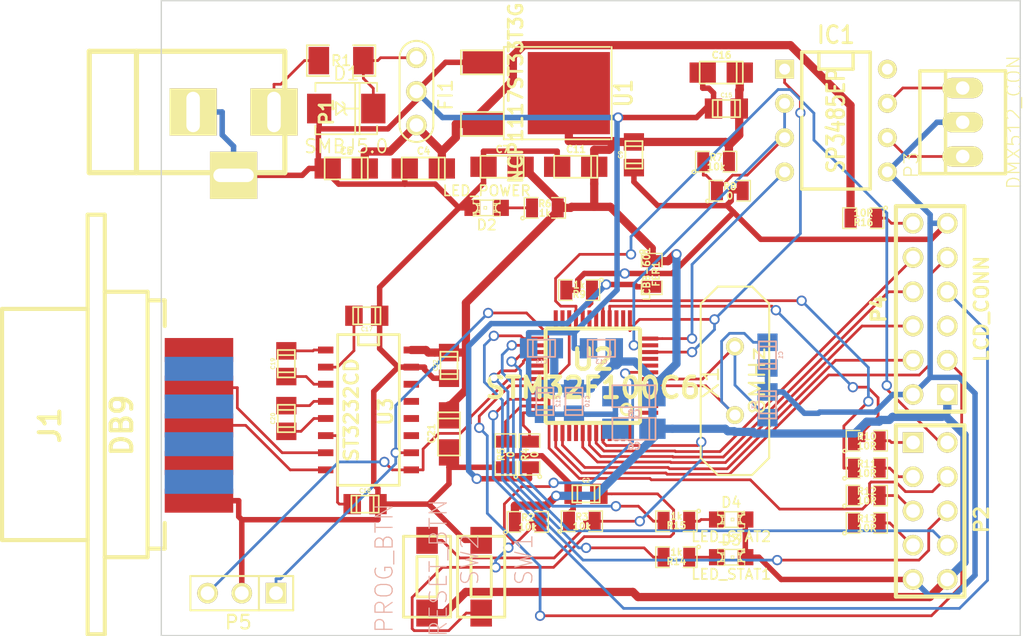
<source format=kicad_pcb>
(kicad_pcb (version 3) (host pcbnew "(2013-04-19 BZR 4011)-stable")

  (general
    (links 135)
    (no_connects 10)
    (area 28.219399 40.560978 104.38765 90.59545)
    (thickness 1.6)
    (drawings 4)
    (tracks 635)
    (zones 0)
    (modules 57)
    (nets 55)
  )

  (page A3)
  (layers
    (15 TOP signal)
    (0 BOTTOM signal)
    (16 B.Adhes user hide)
    (17 F.Adhes user hide)
    (18 B.Paste user hide)
    (19 F.Paste user hide)
    (20 B.SilkS user hide)
    (21 F.SilkS user)
    (22 B.Mask user hide)
    (23 F.Mask user hide)
    (28 Edge.Cuts user)
  )

  (setup
    (last_trace_width 0.4572)
    (user_trace_width 0.3048)
    (user_trace_width 0.4572)
    (user_trace_width 0.6096)
    (trace_clearance 0.2032)
    (zone_clearance 0.508)
    (zone_45_only no)
    (trace_min 0.2032)
    (segment_width 0.2)
    (edge_width 0.1)
    (via_size 0.762)
    (via_drill 0.508)
    (via_min_size 0.762)
    (via_min_drill 0.508)
    (uvia_size 0.508)
    (uvia_drill 0.127)
    (uvias_allowed no)
    (uvia_min_size 0.508)
    (uvia_min_drill 0.127)
    (pcb_text_width 0.3)
    (pcb_text_size 1.5 1.5)
    (mod_edge_width 0.15)
    (mod_text_size 1 1)
    (mod_text_width 0.15)
    (pad_size 1.3208 1.3208)
    (pad_drill 0.8128)
    (pad_to_mask_clearance 0)
    (aux_axis_origin 0 0)
    (visible_elements 7FFF7FFF)
    (pcbplotparams
      (layerselection 3178497)
      (usegerberextensions true)
      (excludeedgelayer true)
      (linewidth 152400)
      (plotframeref false)
      (viasonmask false)
      (mode 1)
      (useauxorigin false)
      (hpglpennumber 1)
      (hpglpenspeed 20)
      (hpglpendiameter 15)
      (hpglpenoverlay 2)
      (psnegative false)
      (psa4output false)
      (plotreference true)
      (plotvalue true)
      (plotothertext true)
      (plotinvisibletext false)
      (padsonsilk false)
      (subtractmaskfromsilk false)
      (outputformat 1)
      (mirror false)
      (drillshape 1)
      (scaleselection 1)
      (outputdirectory ""))
  )

  (net 0 "")
  (net 1 +5V)
  (net 2 /DMX512_DI)
  (net 3 /DMX512_RO)
  (net 4 /LCD_CON)
  (net 5 /LCD_DB4)
  (net 6 /LCD_DB5)
  (net 7 /LCD_DB6)
  (net 8 /LCD_DB7)
  (net 9 /LCD_EN)
  (net 10 /LCD_RS)
  (net 11 /LCD_RW)
  (net 12 /UART_RX)
  (net 13 /UART_TX)
  (net 14 3V3)
  (net 15 GND)
  (net 16 N-000001)
  (net 17 N-0000011)
  (net 18 N-0000012)
  (net 19 N-0000013)
  (net 20 N-0000015)
  (net 21 N-0000016)
  (net 22 N-0000017)
  (net 23 N-0000018)
  (net 24 N-000002)
  (net 25 N-0000020)
  (net 26 N-0000021)
  (net 27 N-0000022)
  (net 28 N-0000026)
  (net 29 N-0000027)
  (net 30 N-000003)
  (net 31 N-0000043)
  (net 32 N-0000047)
  (net 33 N-0000048)
  (net 34 N-0000049)
  (net 35 N-000005)
  (net 36 N-0000050)
  (net 37 N-0000051)
  (net 38 N-0000052)
  (net 39 N-0000053)
  (net 40 N-0000054)
  (net 41 N-0000055)
  (net 42 N-0000056)
  (net 43 N-0000057)
  (net 44 N-0000058)
  (net 45 N-0000059)
  (net 46 N-0000062)
  (net 47 N-0000063)
  (net 48 N-0000064)
  (net 49 N-0000065)
  (net 50 N-0000066)
  (net 51 N-0000069)
  (net 52 N-0000070)
  (net 53 N-0000074)
  (net 54 N-000008)

  (net_class Default "This is the default net class."
    (clearance 0.2032)
    (trace_width 0.2032)
    (via_dia 0.762)
    (via_drill 0.508)
    (uvia_dia 0.508)
    (uvia_drill 0.127)
    (add_net "")
    (add_net /DMX512_DI)
    (add_net /DMX512_RO)
    (add_net /LCD_CON)
    (add_net /LCD_DB4)
    (add_net /LCD_DB5)
    (add_net /LCD_DB6)
    (add_net /LCD_DB7)
    (add_net /LCD_EN)
    (add_net /LCD_RS)
    (add_net /LCD_RW)
    (add_net /UART_RX)
    (add_net /UART_TX)
    (add_net N-000001)
    (add_net N-0000011)
    (add_net N-0000012)
    (add_net N-0000013)
    (add_net N-0000015)
    (add_net N-0000016)
    (add_net N-0000017)
    (add_net N-0000018)
    (add_net N-000002)
    (add_net N-0000020)
    (add_net N-0000021)
    (add_net N-0000022)
    (add_net N-0000026)
    (add_net N-0000027)
    (add_net N-000003)
    (add_net N-0000043)
    (add_net N-0000047)
    (add_net N-0000048)
    (add_net N-0000049)
    (add_net N-000005)
    (add_net N-0000050)
    (add_net N-0000051)
    (add_net N-0000052)
    (add_net N-0000053)
    (add_net N-0000054)
    (add_net N-0000055)
    (add_net N-0000056)
    (add_net N-0000057)
    (add_net N-0000058)
    (add_net N-0000059)
    (add_net N-0000062)
    (add_net N-0000063)
    (add_net N-0000064)
    (add_net N-0000065)
    (add_net N-0000066)
    (add_net N-0000069)
    (add_net N-0000070)
    (add_net N-000008)
  )

  (net_class CPU_POW ""
    (clearance 0.2032)
    (trace_width 0.4064)
    (via_dia 0.762)
    (via_drill 0.508)
    (uvia_dia 0.508)
    (uvia_drill 0.127)
    (add_net GND)
    (add_net N-0000074)
  )

  (net_class POWER ""
    (clearance 0.2032)
    (trace_width 0.6096)
    (via_dia 0.762)
    (via_drill 0.508)
    (uvia_dia 0.508)
    (uvia_drill 0.127)
    (add_net +5V)
    (add_net 3V3)
  )

  (module SO16N (layer TOP) (tedit 200000) (tstamp 51975943)
    (at 55.753 72.263 270)
    (descr "Module CMS SOJ 16 pins large")
    (tags "CMS SOJ")
    (path /5193DA6C)
    (attr smd)
    (fp_text reference U3 (at 0.127 -1.27 270) (layer F.SilkS)
      (effects (font (size 1.016 1.016) (thickness 0.2032)))
    )
    (fp_text value ST3232CD (at 0 1.27 270) (layer F.SilkS)
      (effects (font (size 1.016 1.016) (thickness 0.2032)))
    )
    (fp_line (start -5.588 -0.762) (end -4.826 -0.762) (layer F.SilkS) (width 0.2032))
    (fp_line (start -4.826 -0.762) (end -4.826 0.762) (layer F.SilkS) (width 0.2032))
    (fp_line (start -4.826 0.762) (end -5.588 0.762) (layer F.SilkS) (width 0.2032))
    (fp_line (start 5.588 -2.286) (end 5.588 2.286) (layer F.SilkS) (width 0.2032))
    (fp_line (start 5.588 2.286) (end -5.588 2.286) (layer F.SilkS) (width 0.2032))
    (fp_line (start -5.588 2.286) (end -5.588 -2.286) (layer F.SilkS) (width 0.2032))
    (fp_line (start -5.588 -2.286) (end 5.588 -2.286) (layer F.SilkS) (width 0.2032))
    (pad 16 smd rect (at -4.445 -3.175 270) (size 0.508 1.143)
      (layers TOP F.Paste F.Mask)
      (net 14 3V3)
    )
    (pad 14 smd rect (at -1.905 -3.175 270) (size 0.508 1.143)
      (layers TOP F.Paste F.Mask)
    )
    (pad 13 smd rect (at -0.635 -3.175 270) (size 0.508 1.143)
      (layers TOP F.Paste F.Mask)
    )
    (pad 12 smd rect (at 0.635 -3.175 270) (size 0.508 1.143)
      (layers TOP F.Paste F.Mask)
    )
    (pad 11 smd rect (at 1.905 -3.175 270) (size 0.508 1.143)
      (layers TOP F.Paste F.Mask)
    )
    (pad 10 smd rect (at 3.175 -3.175 270) (size 0.508 1.143)
      (layers TOP F.Paste F.Mask)
      (net 13 /UART_TX)
    )
    (pad 9 smd rect (at 4.445 -3.175 270) (size 0.508 1.143)
      (layers TOP F.Paste F.Mask)
      (net 12 /UART_RX)
    )
    (pad 8 smd rect (at 4.445 3.175 270) (size 0.508 1.143)
      (layers TOP F.Paste F.Mask)
      (net 29 N-0000027)
    )
    (pad 7 smd rect (at 3.175 3.175 270) (size 0.508 1.143)
      (layers TOP F.Paste F.Mask)
      (net 28 N-0000026)
    )
    (pad 6 smd rect (at 1.905 3.175 270) (size 0.508 1.143)
      (layers TOP F.Paste F.Mask)
      (net 22 N-0000017)
    )
    (pad 5 smd rect (at 0.635 3.175 270) (size 0.508 1.143)
      (layers TOP F.Paste F.Mask)
      (net 27 N-0000022)
    )
    (pad 4 smd rect (at -0.635 3.175 270) (size 0.508 1.143)
      (layers TOP F.Paste F.Mask)
      (net 26 N-0000021)
    )
    (pad 3 smd rect (at -1.905 3.175 270) (size 0.508 1.143)
      (layers TOP F.Paste F.Mask)
      (net 23 N-0000018)
    )
    (pad 2 smd rect (at -3.175 3.175 270) (size 0.508 1.143)
      (layers TOP F.Paste F.Mask)
      (net 21 N-0000016)
    )
    (pad 1 smd rect (at -4.445 3.175 270) (size 0.508 1.143)
      (layers TOP F.Paste F.Mask)
      (net 25 N-0000020)
    )
    (pad 15 smd rect (at -3.175 -3.175 270) (size 0.508 1.143)
      (layers TOP F.Paste F.Mask)
      (net 15 GND)
    )
    (model smd/cms_so16.wrl
      (at (xyz 0 0 0))
      (scale (xyz 0.5 0.4 0.5))
      (rotate (xyz 0 0 0))
    )
  )

  (module SM1206 (layer TOP) (tedit 42806E24) (tstamp 5197594F)
    (at 53.721 46.355)
    (path /51912424)
    (attr smd)
    (fp_text reference R1 (at 0 0) (layer F.SilkS)
      (effects (font (size 0.762 0.762) (thickness 0.127)))
    )
    (fp_text value "10R / 1206" (at 0 0) (layer F.SilkS) hide
      (effects (font (size 0.762 0.762) (thickness 0.127)))
    )
    (fp_line (start -2.54 -1.143) (end -2.54 1.143) (layer F.SilkS) (width 0.127))
    (fp_line (start -2.54 1.143) (end -0.889 1.143) (layer F.SilkS) (width 0.127))
    (fp_line (start 0.889 -1.143) (end 2.54 -1.143) (layer F.SilkS) (width 0.127))
    (fp_line (start 2.54 -1.143) (end 2.54 1.143) (layer F.SilkS) (width 0.127))
    (fp_line (start 2.54 1.143) (end 0.889 1.143) (layer F.SilkS) (width 0.127))
    (fp_line (start -0.889 -1.143) (end -2.54 -1.143) (layer F.SilkS) (width 0.127))
    (pad 1 smd rect (at -1.651 0) (size 1.524 2.032)
      (layers TOP F.Paste F.Mask)
      (net 32 N-0000047)
    )
    (pad 2 smd rect (at 1.651 0) (size 1.524 2.032)
      (layers TOP F.Paste F.Mask)
      (net 50 N-0000066)
    )
    (model smd/chip_cms.wrl
      (at (xyz 0 0 0))
      (scale (xyz 0.17 0.16 0.16))
      (rotate (xyz 0 0 0))
    )
  )

  (module SM0805 (layer TOP) (tedit 5091495C) (tstamp 5197595C)
    (at 68.834 57.277)
    (path /519132CB)
    (attr smd)
    (fp_text reference R6 (at 0 -0.3175) (layer F.SilkS)
      (effects (font (size 0.50038 0.50038) (thickness 0.10922)))
    )
    (fp_text value 1k (at 0 0.381) (layer F.SilkS)
      (effects (font (size 0.50038 0.50038) (thickness 0.10922)))
    )
    (fp_circle (center -1.651 0.762) (end -1.651 0.635) (layer F.SilkS) (width 0.09906))
    (fp_line (start -0.508 0.762) (end -1.524 0.762) (layer F.SilkS) (width 0.09906))
    (fp_line (start -1.524 0.762) (end -1.524 -0.762) (layer F.SilkS) (width 0.09906))
    (fp_line (start -1.524 -0.762) (end -0.508 -0.762) (layer F.SilkS) (width 0.09906))
    (fp_line (start 0.508 -0.762) (end 1.524 -0.762) (layer F.SilkS) (width 0.09906))
    (fp_line (start 1.524 -0.762) (end 1.524 0.762) (layer F.SilkS) (width 0.09906))
    (fp_line (start 1.524 0.762) (end 0.508 0.762) (layer F.SilkS) (width 0.09906))
    (pad 1 smd rect (at -0.9525 0) (size 0.889 1.397)
      (layers TOP F.Paste F.Mask)
      (net 49 N-0000065)
    )
    (pad 2 smd rect (at 0.9525 0) (size 0.889 1.397)
      (layers TOP F.Paste F.Mask)
      (net 14 3V3)
    )
    (model smd/chip_cms.wrl
      (at (xyz 0 0 0))
      (scale (xyz 0.1 0.1 0.1))
      (rotate (xyz 0 0 0))
    )
  )

  (module SM0805 (layer TOP) (tedit 5091495C) (tstamp 51975969)
    (at 67.564 80.5688)
    (path /5193392D)
    (attr smd)
    (fp_text reference R2 (at 0 -0.3175) (layer F.SilkS)
      (effects (font (size 0.50038 0.50038) (thickness 0.10922)))
    )
    (fp_text value 10k (at 0 0.381) (layer F.SilkS)
      (effects (font (size 0.50038 0.50038) (thickness 0.10922)))
    )
    (fp_circle (center -1.651 0.762) (end -1.651 0.635) (layer F.SilkS) (width 0.09906))
    (fp_line (start -0.508 0.762) (end -1.524 0.762) (layer F.SilkS) (width 0.09906))
    (fp_line (start -1.524 0.762) (end -1.524 -0.762) (layer F.SilkS) (width 0.09906))
    (fp_line (start -1.524 -0.762) (end -0.508 -0.762) (layer F.SilkS) (width 0.09906))
    (fp_line (start 0.508 -0.762) (end 1.524 -0.762) (layer F.SilkS) (width 0.09906))
    (fp_line (start 1.524 -0.762) (end 1.524 0.762) (layer F.SilkS) (width 0.09906))
    (fp_line (start 1.524 0.762) (end 0.508 0.762) (layer F.SilkS) (width 0.09906))
    (pad 1 smd rect (at -0.9525 0) (size 0.889 1.397)
      (layers TOP F.Paste F.Mask)
      (net 14 3V3)
    )
    (pad 2 smd rect (at 0.9525 0) (size 0.889 1.397)
      (layers TOP F.Paste F.Mask)
      (net 51 N-0000069)
    )
    (model smd/chip_cms.wrl
      (at (xyz 0 0 0))
      (scale (xyz 0.1 0.1 0.1))
      (rotate (xyz 0 0 0))
    )
  )

  (module SM0805 (layer TOP) (tedit 5091495C) (tstamp 51975976)
    (at 71.5772 80.518)
    (path /51933DEC)
    (attr smd)
    (fp_text reference R3 (at 0 -0.3175) (layer F.SilkS)
      (effects (font (size 0.50038 0.50038) (thickness 0.10922)))
    )
    (fp_text value 10k (at 0 0.381) (layer F.SilkS)
      (effects (font (size 0.50038 0.50038) (thickness 0.10922)))
    )
    (fp_circle (center -1.651 0.762) (end -1.651 0.635) (layer F.SilkS) (width 0.09906))
    (fp_line (start -0.508 0.762) (end -1.524 0.762) (layer F.SilkS) (width 0.09906))
    (fp_line (start -1.524 0.762) (end -1.524 -0.762) (layer F.SilkS) (width 0.09906))
    (fp_line (start -1.524 -0.762) (end -0.508 -0.762) (layer F.SilkS) (width 0.09906))
    (fp_line (start 0.508 -0.762) (end 1.524 -0.762) (layer F.SilkS) (width 0.09906))
    (fp_line (start 1.524 -0.762) (end 1.524 0.762) (layer F.SilkS) (width 0.09906))
    (fp_line (start 1.524 0.762) (end 0.508 0.762) (layer F.SilkS) (width 0.09906))
    (pad 1 smd rect (at -0.9525 0) (size 0.889 1.397)
      (layers TOP F.Paste F.Mask)
      (net 15 GND)
    )
    (pad 2 smd rect (at 0.9525 0) (size 0.889 1.397)
      (layers TOP F.Paste F.Mask)
      (net 46 N-0000062)
    )
    (model smd/chip_cms.wrl
      (at (xyz 0 0 0))
      (scale (xyz 0.1 0.1 0.1))
      (rotate (xyz 0 0 0))
    )
  )

  (module SM0805 (layer TOP) (tedit 5091495C) (tstamp 51975983)
    (at 81.534 53.848)
    (path /51913E16)
    (attr smd)
    (fp_text reference R7 (at 0 -0.3175) (layer F.SilkS)
      (effects (font (size 0.50038 0.50038) (thickness 0.10922)))
    )
    (fp_text value 10k (at 0 0.381) (layer F.SilkS)
      (effects (font (size 0.50038 0.50038) (thickness 0.10922)))
    )
    (fp_circle (center -1.651 0.762) (end -1.651 0.635) (layer F.SilkS) (width 0.09906))
    (fp_line (start -0.508 0.762) (end -1.524 0.762) (layer F.SilkS) (width 0.09906))
    (fp_line (start -1.524 0.762) (end -1.524 -0.762) (layer F.SilkS) (width 0.09906))
    (fp_line (start -1.524 -0.762) (end -0.508 -0.762) (layer F.SilkS) (width 0.09906))
    (fp_line (start 0.508 -0.762) (end 1.524 -0.762) (layer F.SilkS) (width 0.09906))
    (fp_line (start 1.524 -0.762) (end 1.524 0.762) (layer F.SilkS) (width 0.09906))
    (fp_line (start 1.524 0.762) (end 0.508 0.762) (layer F.SilkS) (width 0.09906))
    (pad 1 smd rect (at -0.9525 0) (size 0.889 1.397)
      (layers TOP F.Paste F.Mask)
      (net 52 N-0000070)
    )
    (pad 2 smd rect (at 0.9525 0) (size 0.889 1.397)
      (layers TOP F.Paste F.Mask)
      (net 14 3V3)
    )
    (model smd/chip_cms.wrl
      (at (xyz 0 0 0))
      (scale (xyz 0.1 0.1 0.1))
      (rotate (xyz 0 0 0))
    )
  )

  (module SM0805 (layer TOP) (tedit 5091495C) (tstamp 51975990)
    (at 76.7588 62.1792 270)
    (path /5193535E)
    (attr smd)
    (fp_text reference FER1 (at 0 -0.3175 270) (layer F.SilkS)
      (effects (font (size 0.50038 0.50038) (thickness 0.10922)))
    )
    (fp_text value LCBB-601 (at 0 0.381 270) (layer F.SilkS)
      (effects (font (size 0.50038 0.50038) (thickness 0.10922)))
    )
    (fp_circle (center -1.651 0.762) (end -1.651 0.635) (layer F.SilkS) (width 0.09906))
    (fp_line (start -0.508 0.762) (end -1.524 0.762) (layer F.SilkS) (width 0.09906))
    (fp_line (start -1.524 0.762) (end -1.524 -0.762) (layer F.SilkS) (width 0.09906))
    (fp_line (start -1.524 -0.762) (end -0.508 -0.762) (layer F.SilkS) (width 0.09906))
    (fp_line (start 0.508 -0.762) (end 1.524 -0.762) (layer F.SilkS) (width 0.09906))
    (fp_line (start 1.524 -0.762) (end 1.524 0.762) (layer F.SilkS) (width 0.09906))
    (fp_line (start 1.524 0.762) (end 0.508 0.762) (layer F.SilkS) (width 0.09906))
    (pad 1 smd rect (at -0.9525 0 270) (size 0.889 1.397)
      (layers TOP F.Paste F.Mask)
      (net 14 3V3)
    )
    (pad 2 smd rect (at 0.9525 0 270) (size 0.889 1.397)
      (layers TOP F.Paste F.Mask)
      (net 53 N-0000074)
    )
    (model smd/chip_cms.wrl
      (at (xyz 0 0 0))
      (scale (xyz 0.1 0.1 0.1))
      (rotate (xyz 0 0 0))
    )
  )

  (module SM0805 (layer TOP) (tedit 5091495C) (tstamp 5197599D)
    (at 92.71 78.613)
    (path /5195396E)
    (attr smd)
    (fp_text reference R12 (at 0 -0.3175) (layer F.SilkS)
      (effects (font (size 0.50038 0.50038) (thickness 0.10922)))
    )
    (fp_text value 10R (at 0 0.381) (layer F.SilkS)
      (effects (font (size 0.50038 0.50038) (thickness 0.10922)))
    )
    (fp_circle (center -1.651 0.762) (end -1.651 0.635) (layer F.SilkS) (width 0.09906))
    (fp_line (start -0.508 0.762) (end -1.524 0.762) (layer F.SilkS) (width 0.09906))
    (fp_line (start -1.524 0.762) (end -1.524 -0.762) (layer F.SilkS) (width 0.09906))
    (fp_line (start -1.524 -0.762) (end -0.508 -0.762) (layer F.SilkS) (width 0.09906))
    (fp_line (start 0.508 -0.762) (end 1.524 -0.762) (layer F.SilkS) (width 0.09906))
    (fp_line (start 1.524 -0.762) (end 1.524 0.762) (layer F.SilkS) (width 0.09906))
    (fp_line (start 1.524 0.762) (end 0.508 0.762) (layer F.SilkS) (width 0.09906))
    (pad 1 smd rect (at -0.9525 0) (size 0.889 1.397)
      (layers TOP F.Paste F.Mask)
      (net 40 N-0000054)
    )
    (pad 2 smd rect (at 0.9525 0) (size 0.889 1.397)
      (layers TOP F.Paste F.Mask)
      (net 34 N-0000049)
    )
    (model smd/chip_cms.wrl
      (at (xyz 0 0 0))
      (scale (xyz 0.1 0.1 0.1))
      (rotate (xyz 0 0 0))
    )
  )

  (module SM0805 (layer TOP) (tedit 5091495C) (tstamp 519759AA)
    (at 92.71 76.581)
    (path /51953974)
    (attr smd)
    (fp_text reference R11 (at 0 -0.3175) (layer F.SilkS)
      (effects (font (size 0.50038 0.50038) (thickness 0.10922)))
    )
    (fp_text value 10R (at 0 0.381) (layer F.SilkS)
      (effects (font (size 0.50038 0.50038) (thickness 0.10922)))
    )
    (fp_circle (center -1.651 0.762) (end -1.651 0.635) (layer F.SilkS) (width 0.09906))
    (fp_line (start -0.508 0.762) (end -1.524 0.762) (layer F.SilkS) (width 0.09906))
    (fp_line (start -1.524 0.762) (end -1.524 -0.762) (layer F.SilkS) (width 0.09906))
    (fp_line (start -1.524 -0.762) (end -0.508 -0.762) (layer F.SilkS) (width 0.09906))
    (fp_line (start 0.508 -0.762) (end 1.524 -0.762) (layer F.SilkS) (width 0.09906))
    (fp_line (start 1.524 -0.762) (end 1.524 0.762) (layer F.SilkS) (width 0.09906))
    (fp_line (start 1.524 0.762) (end 0.508 0.762) (layer F.SilkS) (width 0.09906))
    (pad 1 smd rect (at -0.9525 0) (size 0.889 1.397)
      (layers TOP F.Paste F.Mask)
      (net 36 N-0000050)
    )
    (pad 2 smd rect (at 0.9525 0) (size 0.889 1.397)
      (layers TOP F.Paste F.Mask)
      (net 37 N-0000051)
    )
    (model smd/chip_cms.wrl
      (at (xyz 0 0 0))
      (scale (xyz 0.1 0.1 0.1))
      (rotate (xyz 0 0 0))
    )
  )

  (module SM0805 (layer TOP) (tedit 5091495C) (tstamp 519759B7)
    (at 92.71 74.549)
    (path /5195397A)
    (attr smd)
    (fp_text reference R10 (at 0 -0.3175) (layer F.SilkS)
      (effects (font (size 0.50038 0.50038) (thickness 0.10922)))
    )
    (fp_text value 10R (at 0 0.381) (layer F.SilkS)
      (effects (font (size 0.50038 0.50038) (thickness 0.10922)))
    )
    (fp_circle (center -1.651 0.762) (end -1.651 0.635) (layer F.SilkS) (width 0.09906))
    (fp_line (start -0.508 0.762) (end -1.524 0.762) (layer F.SilkS) (width 0.09906))
    (fp_line (start -1.524 0.762) (end -1.524 -0.762) (layer F.SilkS) (width 0.09906))
    (fp_line (start -1.524 -0.762) (end -0.508 -0.762) (layer F.SilkS) (width 0.09906))
    (fp_line (start 0.508 -0.762) (end 1.524 -0.762) (layer F.SilkS) (width 0.09906))
    (fp_line (start 1.524 -0.762) (end 1.524 0.762) (layer F.SilkS) (width 0.09906))
    (fp_line (start 1.524 0.762) (end 0.508 0.762) (layer F.SilkS) (width 0.09906))
    (pad 1 smd rect (at -0.9525 0) (size 0.889 1.397)
      (layers TOP F.Paste F.Mask)
      (net 38 N-0000052)
    )
    (pad 2 smd rect (at 0.9525 0) (size 0.889 1.397)
      (layers TOP F.Paste F.Mask)
      (net 39 N-0000053)
    )
    (model smd/chip_cms.wrl
      (at (xyz 0 0 0))
      (scale (xyz 0.1 0.1 0.1))
      (rotate (xyz 0 0 0))
    )
  )

  (module SM0805 (layer TOP) (tedit 5091495C) (tstamp 519759C4)
    (at 82.55 56.007)
    (path /5195443F)
    (attr smd)
    (fp_text reference R8 (at 0 -0.3175) (layer F.SilkS)
      (effects (font (size 0.50038 0.50038) (thickness 0.10922)))
    )
    (fp_text value 0 (at 0 0.381) (layer F.SilkS)
      (effects (font (size 0.50038 0.50038) (thickness 0.10922)))
    )
    (fp_circle (center -1.651 0.762) (end -1.651 0.635) (layer F.SilkS) (width 0.09906))
    (fp_line (start -0.508 0.762) (end -1.524 0.762) (layer F.SilkS) (width 0.09906))
    (fp_line (start -1.524 0.762) (end -1.524 -0.762) (layer F.SilkS) (width 0.09906))
    (fp_line (start -1.524 -0.762) (end -0.508 -0.762) (layer F.SilkS) (width 0.09906))
    (fp_line (start 0.508 -0.762) (end 1.524 -0.762) (layer F.SilkS) (width 0.09906))
    (fp_line (start 1.524 -0.762) (end 1.524 0.762) (layer F.SilkS) (width 0.09906))
    (fp_line (start 1.524 0.762) (end 0.508 0.762) (layer F.SilkS) (width 0.09906))
    (pad 1 smd rect (at -0.9525 0) (size 0.889 1.397)
      (layers TOP F.Paste F.Mask)
      (net 52 N-0000070)
    )
    (pad 2 smd rect (at 0.9525 0) (size 0.889 1.397)
      (layers TOP F.Paste F.Mask)
      (net 15 GND)
    )
    (model smd/chip_cms.wrl
      (at (xyz 0 0 0))
      (scale (xyz 0.1 0.1 0.1))
      (rotate (xyz 0 0 0))
    )
  )

  (module SM0805 (layer TOP) (tedit 5091495C) (tstamp 519759D1)
    (at 92.71 80.645)
    (path /51953968)
    (attr smd)
    (fp_text reference R13 (at 0 -0.3175) (layer F.SilkS)
      (effects (font (size 0.50038 0.50038) (thickness 0.10922)))
    )
    (fp_text value 10R (at 0 0.381) (layer F.SilkS)
      (effects (font (size 0.50038 0.50038) (thickness 0.10922)))
    )
    (fp_circle (center -1.651 0.762) (end -1.651 0.635) (layer F.SilkS) (width 0.09906))
    (fp_line (start -0.508 0.762) (end -1.524 0.762) (layer F.SilkS) (width 0.09906))
    (fp_line (start -1.524 0.762) (end -1.524 -0.762) (layer F.SilkS) (width 0.09906))
    (fp_line (start -1.524 -0.762) (end -0.508 -0.762) (layer F.SilkS) (width 0.09906))
    (fp_line (start 0.508 -0.762) (end 1.524 -0.762) (layer F.SilkS) (width 0.09906))
    (fp_line (start 1.524 -0.762) (end 1.524 0.762) (layer F.SilkS) (width 0.09906))
    (fp_line (start 1.524 0.762) (end 0.508 0.762) (layer F.SilkS) (width 0.09906))
    (pad 1 smd rect (at -0.9525 0) (size 0.889 1.397)
      (layers TOP F.Paste F.Mask)
      (net 41 N-0000055)
    )
    (pad 2 smd rect (at 0.9525 0) (size 0.889 1.397)
      (layers TOP F.Paste F.Mask)
      (net 33 N-0000048)
    )
    (model smd/chip_cms.wrl
      (at (xyz 0 0 0))
      (scale (xyz 0.1 0.1 0.1))
      (rotate (xyz 0 0 0))
    )
  )

  (module SM0805 (layer TOP) (tedit 5091495C) (tstamp 519759DE)
    (at 92.456 58.039 180)
    (path /51955751)
    (attr smd)
    (fp_text reference R16 (at 0 -0.3175 180) (layer F.SilkS)
      (effects (font (size 0.50038 0.50038) (thickness 0.10922)))
    )
    (fp_text value 10R (at 0 0.381 180) (layer F.SilkS)
      (effects (font (size 0.50038 0.50038) (thickness 0.10922)))
    )
    (fp_circle (center -1.651 0.762) (end -1.651 0.635) (layer F.SilkS) (width 0.09906))
    (fp_line (start -0.508 0.762) (end -1.524 0.762) (layer F.SilkS) (width 0.09906))
    (fp_line (start -1.524 0.762) (end -1.524 -0.762) (layer F.SilkS) (width 0.09906))
    (fp_line (start -1.524 -0.762) (end -0.508 -0.762) (layer F.SilkS) (width 0.09906))
    (fp_line (start 0.508 -0.762) (end 1.524 -0.762) (layer F.SilkS) (width 0.09906))
    (fp_line (start 1.524 -0.762) (end 1.524 0.762) (layer F.SilkS) (width 0.09906))
    (fp_line (start 1.524 0.762) (end 0.508 0.762) (layer F.SilkS) (width 0.09906))
    (pad 1 smd rect (at -0.9525 0 180) (size 0.889 1.397)
      (layers TOP F.Paste F.Mask)
      (net 31 N-0000043)
    )
    (pad 2 smd rect (at 0.9525 0 180) (size 0.889 1.397)
      (layers TOP F.Paste F.Mask)
      (net 1 +5V)
    )
    (model smd/chip_cms.wrl
      (at (xyz 0 0 0))
      (scale (xyz 0.1 0.1 0.1))
      (rotate (xyz 0 0 0))
    )
  )

  (module SM0805 (layer TOP) (tedit 5091495C) (tstamp 519759EB)
    (at 71.374 63.373 180)
    (path /519531DA)
    (attr smd)
    (fp_text reference R9 (at 0 -0.3175 180) (layer F.SilkS)
      (effects (font (size 0.50038 0.50038) (thickness 0.10922)))
    )
    (fp_text value 1k (at 0 0.381 180) (layer F.SilkS)
      (effects (font (size 0.50038 0.50038) (thickness 0.10922)))
    )
    (fp_circle (center -1.651 0.762) (end -1.651 0.635) (layer F.SilkS) (width 0.09906))
    (fp_line (start -0.508 0.762) (end -1.524 0.762) (layer F.SilkS) (width 0.09906))
    (fp_line (start -1.524 0.762) (end -1.524 -0.762) (layer F.SilkS) (width 0.09906))
    (fp_line (start -1.524 -0.762) (end -0.508 -0.762) (layer F.SilkS) (width 0.09906))
    (fp_line (start 0.508 -0.762) (end 1.524 -0.762) (layer F.SilkS) (width 0.09906))
    (fp_line (start 1.524 -0.762) (end 1.524 0.762) (layer F.SilkS) (width 0.09906))
    (fp_line (start 1.524 0.762) (end 0.508 0.762) (layer F.SilkS) (width 0.09906))
    (pad 1 smd rect (at -0.9525 0 180) (size 0.889 1.397)
      (layers TOP F.Paste F.Mask)
      (net 17 N-0000011)
    )
    (pad 2 smd rect (at 0.9525 0 180) (size 0.889 1.397)
      (layers TOP F.Paste F.Mask)
      (net 15 GND)
    )
    (model smd/chip_cms.wrl
      (at (xyz 0 0 0))
      (scale (xyz 0.1 0.1 0.1))
      (rotate (xyz 0 0 0))
    )
  )

  (module SM0805 (layer TOP) (tedit 5091495C) (tstamp 519759F8)
    (at 67.691 75.565 90)
    (path /519513C6)
    (attr smd)
    (fp_text reference R4 (at 0 -0.3175 90) (layer F.SilkS)
      (effects (font (size 0.50038 0.50038) (thickness 0.10922)))
    )
    (fp_text value 0 (at 0 0.381 90) (layer F.SilkS)
      (effects (font (size 0.50038 0.50038) (thickness 0.10922)))
    )
    (fp_circle (center -1.651 0.762) (end -1.651 0.635) (layer F.SilkS) (width 0.09906))
    (fp_line (start -0.508 0.762) (end -1.524 0.762) (layer F.SilkS) (width 0.09906))
    (fp_line (start -1.524 0.762) (end -1.524 -0.762) (layer F.SilkS) (width 0.09906))
    (fp_line (start -1.524 -0.762) (end -0.508 -0.762) (layer F.SilkS) (width 0.09906))
    (fp_line (start 0.508 -0.762) (end 1.524 -0.762) (layer F.SilkS) (width 0.09906))
    (fp_line (start 1.524 -0.762) (end 1.524 0.762) (layer F.SilkS) (width 0.09906))
    (fp_line (start 1.524 0.762) (end 0.508 0.762) (layer F.SilkS) (width 0.09906))
    (pad 1 smd rect (at -0.9525 0 90) (size 0.889 1.397)
      (layers TOP F.Paste F.Mask)
      (net 53 N-0000074)
    )
    (pad 2 smd rect (at 0.9525 0 90) (size 0.889 1.397)
      (layers TOP F.Paste F.Mask)
      (net 19 N-0000013)
    )
    (model smd/chip_cms.wrl
      (at (xyz 0 0 0))
      (scale (xyz 0.1 0.1 0.1))
      (rotate (xyz 0 0 0))
    )
  )

  (module SM0805 (layer TOP) (tedit 5091495C) (tstamp 51975A05)
    (at 65.913 75.565 90)
    (path /519513B9)
    (attr smd)
    (fp_text reference R5 (at 0 -0.3175 90) (layer F.SilkS)
      (effects (font (size 0.50038 0.50038) (thickness 0.10922)))
    )
    (fp_text value 0 (at 0 0.381 90) (layer F.SilkS)
      (effects (font (size 0.50038 0.50038) (thickness 0.10922)))
    )
    (fp_circle (center -1.651 0.762) (end -1.651 0.635) (layer F.SilkS) (width 0.09906))
    (fp_line (start -0.508 0.762) (end -1.524 0.762) (layer F.SilkS) (width 0.09906))
    (fp_line (start -1.524 0.762) (end -1.524 -0.762) (layer F.SilkS) (width 0.09906))
    (fp_line (start -1.524 -0.762) (end -0.508 -0.762) (layer F.SilkS) (width 0.09906))
    (fp_line (start 0.508 -0.762) (end 1.524 -0.762) (layer F.SilkS) (width 0.09906))
    (fp_line (start 1.524 -0.762) (end 1.524 0.762) (layer F.SilkS) (width 0.09906))
    (fp_line (start 1.524 0.762) (end 0.508 0.762) (layer F.SilkS) (width 0.09906))
    (pad 1 smd rect (at -0.9525 0 90) (size 0.889 1.397)
      (layers TOP F.Paste F.Mask)
      (net 15 GND)
    )
    (pad 2 smd rect (at 0.9525 0 90) (size 0.889 1.397)
      (layers TOP F.Paste F.Mask)
      (net 18 N-0000012)
    )
    (model smd/chip_cms.wrl
      (at (xyz 0 0 0))
      (scale (xyz 0.1 0.1 0.1))
      (rotate (xyz 0 0 0))
    )
  )

  (module SM0805 (layer TOP) (tedit 5091495C) (tstamp 51975A12)
    (at 78.5876 83.185 180)
    (path /5193F790)
    (attr smd)
    (fp_text reference R14 (at 0 -0.3175 180) (layer F.SilkS)
      (effects (font (size 0.50038 0.50038) (thickness 0.10922)))
    )
    (fp_text value 1k (at 0 0.381 180) (layer F.SilkS)
      (effects (font (size 0.50038 0.50038) (thickness 0.10922)))
    )
    (fp_circle (center -1.651 0.762) (end -1.651 0.635) (layer F.SilkS) (width 0.09906))
    (fp_line (start -0.508 0.762) (end -1.524 0.762) (layer F.SilkS) (width 0.09906))
    (fp_line (start -1.524 0.762) (end -1.524 -0.762) (layer F.SilkS) (width 0.09906))
    (fp_line (start -1.524 -0.762) (end -0.508 -0.762) (layer F.SilkS) (width 0.09906))
    (fp_line (start 0.508 -0.762) (end 1.524 -0.762) (layer F.SilkS) (width 0.09906))
    (fp_line (start 1.524 -0.762) (end 1.524 0.762) (layer F.SilkS) (width 0.09906))
    (fp_line (start 1.524 0.762) (end 0.508 0.762) (layer F.SilkS) (width 0.09906))
    (pad 1 smd rect (at -0.9525 0 180) (size 0.889 1.397)
      (layers TOP F.Paste F.Mask)
      (net 30 N-000003)
    )
    (pad 2 smd rect (at 0.9525 0 180) (size 0.889 1.397)
      (layers TOP F.Paste F.Mask)
      (net 24 N-000002)
    )
    (model smd/chip_cms.wrl
      (at (xyz 0 0 0))
      (scale (xyz 0.1 0.1 0.1))
      (rotate (xyz 0 0 0))
    )
  )

  (module SM0805 (layer TOP) (tedit 5091495C) (tstamp 51975A1F)
    (at 78.5876 80.518 180)
    (path /5193F77D)
    (attr smd)
    (fp_text reference R15 (at 0 -0.3175 180) (layer F.SilkS)
      (effects (font (size 0.50038 0.50038) (thickness 0.10922)))
    )
    (fp_text value 1k (at 0 0.381 180) (layer F.SilkS)
      (effects (font (size 0.50038 0.50038) (thickness 0.10922)))
    )
    (fp_circle (center -1.651 0.762) (end -1.651 0.635) (layer F.SilkS) (width 0.09906))
    (fp_line (start -0.508 0.762) (end -1.524 0.762) (layer F.SilkS) (width 0.09906))
    (fp_line (start -1.524 0.762) (end -1.524 -0.762) (layer F.SilkS) (width 0.09906))
    (fp_line (start -1.524 -0.762) (end -0.508 -0.762) (layer F.SilkS) (width 0.09906))
    (fp_line (start 0.508 -0.762) (end 1.524 -0.762) (layer F.SilkS) (width 0.09906))
    (fp_line (start 1.524 -0.762) (end 1.524 0.762) (layer F.SilkS) (width 0.09906))
    (fp_line (start 1.524 0.762) (end 0.508 0.762) (layer F.SilkS) (width 0.09906))
    (pad 1 smd rect (at -0.9525 0 180) (size 0.889 1.397)
      (layers TOP F.Paste F.Mask)
      (net 35 N-000005)
    )
    (pad 2 smd rect (at 0.9525 0 180) (size 0.889 1.397)
      (layers TOP F.Paste F.Mask)
      (net 16 N-000001)
    )
    (model smd/chip_cms.wrl
      (at (xyz 0 0 0))
      (scale (xyz 0.1 0.1 0.1))
      (rotate (xyz 0 0 0))
    )
  )

  (module pin_array_6x2 (layer TOP) (tedit 3FB38A8B) (tstamp 51975A33)
    (at 97.409 64.77 90)
    (descr "Double rangee de contacts 2 x 6 pins")
    (tags CONN)
    (path /519551EC)
    (fp_text reference P4 (at 0 -3.81 90) (layer F.SilkS)
      (effects (font (size 1.016 1.016) (thickness 0.27432)))
    )
    (fp_text value LCD_CONN (at 0 3.81 90) (layer F.SilkS)
      (effects (font (size 1.016 1.016) (thickness 0.2032)))
    )
    (fp_line (start -7.62 -2.54) (end 7.62 -2.54) (layer F.SilkS) (width 0.3048))
    (fp_line (start 7.62 -2.54) (end 7.62 2.54) (layer F.SilkS) (width 0.3048))
    (fp_line (start 7.62 2.54) (end -7.62 2.54) (layer F.SilkS) (width 0.3048))
    (fp_line (start -7.62 2.54) (end -7.62 -2.54) (layer F.SilkS) (width 0.3048))
    (pad 1 thru_hole rect (at -6.35 1.27 90) (size 1.524 1.524) (drill 1.016)
      (layers *.Cu *.Mask F.SilkS)
      (net 14 3V3)
    )
    (pad 2 thru_hole circle (at -6.35 -1.27 90) (size 1.524 1.524) (drill 1.016)
      (layers *.Cu *.Mask F.SilkS)
      (net 15 GND)
    )
    (pad 3 thru_hole circle (at -3.81 1.27 90) (size 1.524 1.524) (drill 1.016)
      (layers *.Cu *.Mask F.SilkS)
      (net 4 /LCD_CON)
    )
    (pad 4 thru_hole circle (at -3.81 -1.27 90) (size 1.524 1.524) (drill 1.016)
      (layers *.Cu *.Mask F.SilkS)
      (net 10 /LCD_RS)
    )
    (pad 5 thru_hole circle (at -1.27 1.27 90) (size 1.524 1.524) (drill 1.016)
      (layers *.Cu *.Mask F.SilkS)
      (net 11 /LCD_RW)
    )
    (pad 6 thru_hole circle (at -1.27 -1.27 90) (size 1.524 1.524) (drill 1.016)
      (layers *.Cu *.Mask F.SilkS)
      (net 9 /LCD_EN)
    )
    (pad 7 thru_hole circle (at 1.27 1.27 90) (size 1.524 1.524) (drill 1.016)
      (layers *.Cu *.Mask F.SilkS)
      (net 5 /LCD_DB4)
    )
    (pad 8 thru_hole circle (at 1.27 -1.27 90) (size 1.524 1.524) (drill 1.016)
      (layers *.Cu *.Mask F.SilkS)
      (net 6 /LCD_DB5)
    )
    (pad 9 thru_hole circle (at 3.81 1.27 90) (size 1.524 1.524) (drill 1.016)
      (layers *.Cu *.Mask F.SilkS)
      (net 7 /LCD_DB6)
    )
    (pad 10 thru_hole circle (at 3.81 -1.27 90) (size 1.524 1.524) (drill 1.016)
      (layers *.Cu *.Mask F.SilkS)
      (net 8 /LCD_DB7)
    )
    (pad 11 thru_hole circle (at 6.35 1.27 90) (size 1.524 1.524) (drill 1.016)
      (layers *.Cu *.Mask F.SilkS)
      (net 15 GND)
    )
    (pad 12 thru_hole circle (at 6.35 -1.27 90) (size 1.524 1.524) (drill 1.016)
      (layers *.Cu *.Mask F.SilkS)
      (net 31 N-0000043)
    )
    (model pin_array/pins_array_6x2.wrl
      (at (xyz 0 0 0))
      (scale (xyz 1 1 1))
      (rotate (xyz 0 0 0))
    )
  )

  (module PIN_ARRAY_3X1 (layer TOP) (tedit 4C1130E0) (tstamp 51975A67)
    (at 46.355 85.852 180)
    (descr "Connecteur 3 pins")
    (tags "CONN DEV")
    (path /51934679)
    (fp_text reference P5 (at 0.254 -2.159 180) (layer F.SilkS)
      (effects (font (size 1.016 1.016) (thickness 0.1524)))
    )
    (fp_text value UART_CON (at 0 -2.159 180) (layer F.SilkS) hide
      (effects (font (size 1.016 1.016) (thickness 0.1524)))
    )
    (fp_line (start -3.81 1.27) (end -3.81 -1.27) (layer F.SilkS) (width 0.1524))
    (fp_line (start -3.81 -1.27) (end 3.81 -1.27) (layer F.SilkS) (width 0.1524))
    (fp_line (start 3.81 -1.27) (end 3.81 1.27) (layer F.SilkS) (width 0.1524))
    (fp_line (start 3.81 1.27) (end -3.81 1.27) (layer F.SilkS) (width 0.1524))
    (fp_line (start -1.27 -1.27) (end -1.27 1.27) (layer F.SilkS) (width 0.1524))
    (pad 1 thru_hole rect (at -2.54 0 180) (size 1.524 1.524) (drill 1.016)
      (layers *.Cu *.Mask F.SilkS)
      (net 13 /UART_TX)
    )
    (pad 2 thru_hole circle (at 0 0 180) (size 1.524 1.524) (drill 1.016)
      (layers *.Cu *.Mask F.SilkS)
      (net 15 GND)
    )
    (pad 3 thru_hole circle (at 2.54 0 180) (size 1.524 1.524) (drill 1.016)
      (layers *.Cu *.Mask F.SilkS)
      (net 12 /UART_RX)
    )
    (model pin_array/pins_array_3x1.wrl
      (at (xyz 0 0 0))
      (scale (xyz 1 1 1))
      (rotate (xyz 0 0 0))
    )
  )

  (module LQFP48 (layer TOP) (tedit 5021287C) (tstamp 51975AA4)
    (at 72.39 69.723 180)
    (path /51933670)
    (clearance 0.1016)
    (fp_text reference U2 (at 0 1.19888 180) (layer F.SilkS)
      (effects (font (size 1.524 1.524) (thickness 0.3048)))
    )
    (fp_text value STM32F100C6 (at 0 -0.89916 180) (layer F.SilkS)
      (effects (font (size 1.524 1.524) (thickness 0.3048)))
    )
    (fp_line (start -3.40106 3.50012) (end -3.50012 3.40106) (layer F.SilkS) (width 0.29972))
    (fp_circle (center -2.49936 -2.49936) (end -2.10058 -2.49936) (layer F.SilkS) (width 0.20066))
    (fp_line (start -3.50012 3.40106) (end -3.50012 -3.40106) (layer F.SilkS) (width 0.29972))
    (fp_line (start -3.50012 -3.40106) (end -3.40106 -3.50012) (layer F.SilkS) (width 0.29972))
    (fp_line (start -3.40106 -3.50012) (end 3.40106 -3.50012) (layer F.SilkS) (width 0.29972))
    (fp_line (start 3.40106 -3.50012) (end 3.50012 -3.40106) (layer F.SilkS) (width 0.29972))
    (fp_line (start 3.50012 -3.40106) (end 3.50012 3.40106) (layer F.SilkS) (width 0.29972))
    (fp_line (start 3.50012 3.40106) (end 3.40106 3.50012) (layer F.SilkS) (width 0.29972))
    (fp_line (start 3.40106 3.50012) (end -3.40106 3.50012) (layer F.SilkS) (width 0.29972))
    (pad 7 smd rect (at -4.24942 0.24892 180) (size 1.19888 0.29972)
      (layers TOP F.Paste F.Mask)
      (net 51 N-0000069)
    )
    (pad 6 smd rect (at -4.24942 -0.24892 180) (size 1.19888 0.29972)
      (layers TOP F.Paste F.Mask)
      (net 54 N-000008)
    )
    (pad 8 smd rect (at -4.24942 0.7493 180) (size 1.19888 0.29972)
      (layers TOP F.Paste F.Mask)
      (net 15 GND)
    )
    (pad 5 smd rect (at -4.24942 -0.7493 180) (size 1.19888 0.29972)
      (layers TOP F.Paste F.Mask)
      (net 20 N-0000015)
    )
    (pad 4 smd rect (at -4.24942 -1.24968 180) (size 1.19888 0.29972)
      (layers TOP F.Paste F.Mask)
    )
    (pad 3 smd rect (at -4.24942 -1.75006 180) (size 1.19888 0.29972)
      (layers TOP F.Paste F.Mask)
    )
    (pad 2 smd rect (at -4.24942 -2.25044 180) (size 1.19888 0.29972)
      (layers TOP F.Paste F.Mask)
    )
    (pad 1 smd rect (at -4.24942 -2.75082 180) (size 1.19888 0.29972)
      (layers TOP F.Paste F.Mask)
      (net 53 N-0000074)
    )
    (pad 9 smd rect (at -4.24942 1.24968 180) (size 1.19888 0.29972)
      (layers TOP F.Paste F.Mask)
      (net 53 N-0000074)
    )
    (pad 10 smd rect (at -4.24942 1.75006 180) (size 1.19888 0.29972)
      (layers TOP F.Paste F.Mask)
      (net 3 /DMX512_RO)
    )
    (pad 11 smd rect (at -4.24942 2.25044 180) (size 1.19888 0.29972)
      (layers TOP F.Paste F.Mask)
      (net 52 N-0000070)
    )
    (pad 12 smd rect (at -4.24942 2.75082 180) (size 1.19888 0.29972)
      (layers TOP F.Paste F.Mask)
      (net 2 /DMX512_DI)
    )
    (pad 30 smd rect (at 4.24942 0.24892 180) (size 1.19888 0.29972)
      (layers TOP F.Paste F.Mask)
      (net 13 /UART_TX)
    )
    (pad 31 smd rect (at 4.24942 -0.24892 180) (size 1.19888 0.29972)
      (layers TOP F.Paste F.Mask)
      (net 12 /UART_RX)
    )
    (pad 29 smd rect (at 4.24942 0.7493 180) (size 1.19888 0.29972)
      (layers TOP F.Paste F.Mask)
    )
    (pad 28 smd rect (at 4.24942 1.24968 180) (size 1.19888 0.29972)
      (layers TOP F.Paste F.Mask)
      (net 24 N-000002)
    )
    (pad 27 smd rect (at 4.24942 1.75006 180) (size 1.19888 0.29972)
      (layers TOP F.Paste F.Mask)
      (net 16 N-000001)
    )
    (pad 26 smd rect (at 4.24942 2.25044 180) (size 1.19888 0.29972)
      (layers TOP F.Paste F.Mask)
      (net 42 N-0000056)
    )
    (pad 25 smd rect (at 4.24942 2.75082 180) (size 1.19888 0.29972)
      (layers TOP F.Paste F.Mask)
      (net 45 N-0000059)
    )
    (pad 32 smd rect (at 4.24942 -0.7493 180) (size 1.19888 0.29972)
      (layers TOP F.Paste F.Mask)
      (net 4 /LCD_CON)
    )
    (pad 33 smd rect (at 4.24942 -1.24968 180) (size 1.19888 0.29972)
      (layers TOP F.Paste F.Mask)
      (net 11 /LCD_RW)
    )
    (pad 34 smd rect (at 4.24942 -1.75006 180) (size 1.19888 0.29972)
      (layers TOP F.Paste F.Mask)
      (net 5 /LCD_DB4)
    )
    (pad 35 smd rect (at 4.24942 -2.25044 180) (size 1.19888 0.29972)
      (layers TOP F.Paste F.Mask)
      (net 18 N-0000012)
    )
    (pad 36 smd rect (at 4.24942 -2.75082 180) (size 1.19888 0.29972)
      (layers TOP F.Paste F.Mask)
      (net 19 N-0000013)
    )
    (pad 42 smd rect (at 0.24892 -4.24942 270) (size 1.19888 0.29972)
      (layers TOP F.Paste F.Mask)
      (net 6 /LCD_DB5)
    )
    (pad 41 smd rect (at 0.7493 -4.24942 270) (size 1.19888 0.29972)
      (layers TOP F.Paste F.Mask)
      (net 9 /LCD_EN)
    )
    (pad 40 smd rect (at 1.24968 -4.24942 270) (size 1.19888 0.29972)
      (layers TOP F.Paste F.Mask)
    )
    (pad 39 smd rect (at 1.75006 -4.24942 270) (size 1.19888 0.29972)
      (layers TOP F.Paste F.Mask)
    )
    (pad 38 smd rect (at 2.25044 -4.24942 270) (size 1.19888 0.29972)
      (layers TOP F.Paste F.Mask)
      (net 10 /LCD_RS)
    )
    (pad 37 smd rect (at 2.75082 -4.24942 270) (size 1.19888 0.29972)
      (layers TOP F.Paste F.Mask)
      (net 7 /LCD_DB6)
    )
    (pad 43 smd rect (at -0.24892 -4.24942 270) (size 1.19888 0.29972)
      (layers TOP F.Paste F.Mask)
      (net 8 /LCD_DB7)
    )
    (pad 44 smd rect (at -0.7493 -4.24942 270) (size 1.19888 0.29972)
      (layers TOP F.Paste F.Mask)
      (net 46 N-0000062)
    )
    (pad 45 smd rect (at -1.24968 -4.24942 270) (size 1.19888 0.29972)
      (layers TOP F.Paste F.Mask)
    )
    (pad 46 smd rect (at -1.75006 -4.24942 270) (size 1.19888 0.29972)
      (layers TOP F.Paste F.Mask)
    )
    (pad 47 smd rect (at -2.25044 -4.24942 270) (size 1.19888 0.29972)
      (layers TOP F.Paste F.Mask)
      (net 15 GND)
    )
    (pad 48 smd rect (at -2.75082 -4.24942 270) (size 1.19888 0.29972)
      (layers TOP F.Paste F.Mask)
      (net 53 N-0000074)
    )
    (pad 19 smd rect (at 0.24892 4.24942 270) (size 1.19888 0.29972)
      (layers TOP F.Paste F.Mask)
      (net 41 N-0000055)
    )
    (pad 20 smd rect (at 0.7493 4.24942 270) (size 1.19888 0.29972)
      (layers TOP F.Paste F.Mask)
      (net 17 N-0000011)
    )
    (pad 21 smd rect (at 1.24968 4.24942 270) (size 1.19888 0.29972)
      (layers TOP F.Paste F.Mask)
      (net 43 N-0000057)
    )
    (pad 22 smd rect (at 1.75006 4.24942 270) (size 1.19888 0.29972)
      (layers TOP F.Paste F.Mask)
      (net 44 N-0000058)
    )
    (pad 23 smd rect (at 2.25044 4.24942 270) (size 1.19888 0.29972)
      (layers TOP F.Paste F.Mask)
      (net 15 GND)
    )
    (pad 24 smd rect (at 2.75082 4.24942 270) (size 1.19888 0.29972)
      (layers TOP F.Paste F.Mask)
      (net 53 N-0000074)
    )
    (pad 18 smd rect (at -0.24892 4.24942 270) (size 1.19888 0.29972)
      (layers TOP F.Paste F.Mask)
      (net 40 N-0000054)
    )
    (pad 17 smd rect (at -0.7493 4.24942 270) (size 1.19888 0.29972)
      (layers TOP F.Paste F.Mask)
      (net 36 N-0000050)
    )
    (pad 16 smd rect (at -1.24968 4.24942 270) (size 1.19888 0.29972)
      (layers TOP F.Paste F.Mask)
      (net 38 N-0000052)
    )
    (pad 15 smd rect (at -1.75006 4.24942 270) (size 1.19888 0.29972)
      (layers TOP F.Paste F.Mask)
    )
    (pad 14 smd rect (at -2.25044 4.24942 270) (size 1.19888 0.29972)
      (layers TOP F.Paste F.Mask)
    )
    (pad 13 smd rect (at -2.75082 4.24942 270) (size 1.19888 0.29972)
      (layers TOP F.Paste F.Mask)
      (net 3 /DMX512_RO)
    )
    (model lqfp/lqfp48.wrl
      (at (xyz 0 0 0))
      (scale (xyz 1 1 1))
      (rotate (xyz 0 0 0))
    )
  )

  (module LED-0805 (layer TOP) (tedit 49DC4C0B) (tstamp 51975ADF)
    (at 82.6516 80.391)
    (descr "LED 0805 smd package")
    (tags "LED 0805 SMD")
    (path /5193F777)
    (attr smd)
    (fp_text reference D4 (at 0 -1.27) (layer F.SilkS)
      (effects (font (size 0.762 0.762) (thickness 0.127)))
    )
    (fp_text value LED_STAT2 (at 0 1.27) (layer F.SilkS)
      (effects (font (size 0.762 0.762) (thickness 0.127)))
    )
    (fp_line (start 0.49784 0.29972) (end 0.49784 0.62484) (layer F.SilkS) (width 0.06604))
    (fp_line (start 0.49784 0.62484) (end 0.99822 0.62484) (layer F.SilkS) (width 0.06604))
    (fp_line (start 0.99822 0.29972) (end 0.99822 0.62484) (layer F.SilkS) (width 0.06604))
    (fp_line (start 0.49784 0.29972) (end 0.99822 0.29972) (layer F.SilkS) (width 0.06604))
    (fp_line (start 0.49784 -0.32258) (end 0.49784 -0.17272) (layer F.SilkS) (width 0.06604))
    (fp_line (start 0.49784 -0.17272) (end 0.7493 -0.17272) (layer F.SilkS) (width 0.06604))
    (fp_line (start 0.7493 -0.32258) (end 0.7493 -0.17272) (layer F.SilkS) (width 0.06604))
    (fp_line (start 0.49784 -0.32258) (end 0.7493 -0.32258) (layer F.SilkS) (width 0.06604))
    (fp_line (start 0.49784 0.17272) (end 0.49784 0.32258) (layer F.SilkS) (width 0.06604))
    (fp_line (start 0.49784 0.32258) (end 0.7493 0.32258) (layer F.SilkS) (width 0.06604))
    (fp_line (start 0.7493 0.17272) (end 0.7493 0.32258) (layer F.SilkS) (width 0.06604))
    (fp_line (start 0.49784 0.17272) (end 0.7493 0.17272) (layer F.SilkS) (width 0.06604))
    (fp_line (start 0.49784 -0.19812) (end 0.49784 0.19812) (layer F.SilkS) (width 0.06604))
    (fp_line (start 0.49784 0.19812) (end 0.6731 0.19812) (layer F.SilkS) (width 0.06604))
    (fp_line (start 0.6731 -0.19812) (end 0.6731 0.19812) (layer F.SilkS) (width 0.06604))
    (fp_line (start 0.49784 -0.19812) (end 0.6731 -0.19812) (layer F.SilkS) (width 0.06604))
    (fp_line (start -0.99822 0.29972) (end -0.99822 0.62484) (layer F.SilkS) (width 0.06604))
    (fp_line (start -0.99822 0.62484) (end -0.49784 0.62484) (layer F.SilkS) (width 0.06604))
    (fp_line (start -0.49784 0.29972) (end -0.49784 0.62484) (layer F.SilkS) (width 0.06604))
    (fp_line (start -0.99822 0.29972) (end -0.49784 0.29972) (layer F.SilkS) (width 0.06604))
    (fp_line (start -0.99822 -0.62484) (end -0.99822 -0.29972) (layer F.SilkS) (width 0.06604))
    (fp_line (start -0.99822 -0.29972) (end -0.49784 -0.29972) (layer F.SilkS) (width 0.06604))
    (fp_line (start -0.49784 -0.62484) (end -0.49784 -0.29972) (layer F.SilkS) (width 0.06604))
    (fp_line (start -0.99822 -0.62484) (end -0.49784 -0.62484) (layer F.SilkS) (width 0.06604))
    (fp_line (start -0.7493 0.17272) (end -0.7493 0.32258) (layer F.SilkS) (width 0.06604))
    (fp_line (start -0.7493 0.32258) (end -0.49784 0.32258) (layer F.SilkS) (width 0.06604))
    (fp_line (start -0.49784 0.17272) (end -0.49784 0.32258) (layer F.SilkS) (width 0.06604))
    (fp_line (start -0.7493 0.17272) (end -0.49784 0.17272) (layer F.SilkS) (width 0.06604))
    (fp_line (start -0.7493 -0.32258) (end -0.7493 -0.17272) (layer F.SilkS) (width 0.06604))
    (fp_line (start -0.7493 -0.17272) (end -0.49784 -0.17272) (layer F.SilkS) (width 0.06604))
    (fp_line (start -0.49784 -0.32258) (end -0.49784 -0.17272) (layer F.SilkS) (width 0.06604))
    (fp_line (start -0.7493 -0.32258) (end -0.49784 -0.32258) (layer F.SilkS) (width 0.06604))
    (fp_line (start -0.6731 -0.19812) (end -0.6731 0.19812) (layer F.SilkS) (width 0.06604))
    (fp_line (start -0.6731 0.19812) (end -0.49784 0.19812) (layer F.SilkS) (width 0.06604))
    (fp_line (start -0.49784 -0.19812) (end -0.49784 0.19812) (layer F.SilkS) (width 0.06604))
    (fp_line (start -0.6731 -0.19812) (end -0.49784 -0.19812) (layer F.SilkS) (width 0.06604))
    (fp_line (start 0 -0.09906) (end 0 0.09906) (layer F.SilkS) (width 0.06604))
    (fp_line (start 0 0.09906) (end 0.19812 0.09906) (layer F.SilkS) (width 0.06604))
    (fp_line (start 0.19812 -0.09906) (end 0.19812 0.09906) (layer F.SilkS) (width 0.06604))
    (fp_line (start 0 -0.09906) (end 0.19812 -0.09906) (layer F.SilkS) (width 0.06604))
    (fp_line (start 0.49784 -0.59944) (end 0.49784 -0.29972) (layer F.SilkS) (width 0.06604))
    (fp_line (start 0.49784 -0.29972) (end 0.79756 -0.29972) (layer F.SilkS) (width 0.06604))
    (fp_line (start 0.79756 -0.59944) (end 0.79756 -0.29972) (layer F.SilkS) (width 0.06604))
    (fp_line (start 0.49784 -0.59944) (end 0.79756 -0.59944) (layer F.SilkS) (width 0.06604))
    (fp_line (start 0.92456 -0.62484) (end 0.92456 -0.39878) (layer F.SilkS) (width 0.06604))
    (fp_line (start 0.92456 -0.39878) (end 0.99822 -0.39878) (layer F.SilkS) (width 0.06604))
    (fp_line (start 0.99822 -0.62484) (end 0.99822 -0.39878) (layer F.SilkS) (width 0.06604))
    (fp_line (start 0.92456 -0.62484) (end 0.99822 -0.62484) (layer F.SilkS) (width 0.06604))
    (fp_line (start 0.52324 0.57404) (end -0.52324 0.57404) (layer F.SilkS) (width 0.1016))
    (fp_line (start -0.49784 -0.57404) (end 0.92456 -0.57404) (layer F.SilkS) (width 0.1016))
    (fp_circle (center 0.84836 -0.44958) (end 0.89916 -0.50038) (layer F.SilkS) (width 0.0508))
    (fp_arc (start 0.99822 0) (end 0.99822 0.34798) (angle 180) (layer F.SilkS) (width 0.1016))
    (fp_arc (start -0.99822 0) (end -0.99822 -0.34798) (angle 180) (layer F.SilkS) (width 0.1016))
    (pad 1 smd rect (at -1.04902 0) (size 1.19888 1.19888)
      (layers TOP F.Paste F.Mask)
      (net 35 N-000005)
    )
    (pad 2 smd rect (at 1.04902 0) (size 1.19888 1.19888)
      (layers TOP F.Paste F.Mask)
      (net 15 GND)
    )
  )

  (module LED-0805 (layer TOP) (tedit 49DC4C0B) (tstamp 51975B1A)
    (at 82.6516 83.185)
    (descr "LED 0805 smd package")
    (tags "LED 0805 SMD")
    (path /5193F78A)
    (attr smd)
    (fp_text reference D3 (at 0 -1.27) (layer F.SilkS)
      (effects (font (size 0.762 0.762) (thickness 0.127)))
    )
    (fp_text value LED_STAT1 (at 0 1.27) (layer F.SilkS)
      (effects (font (size 0.762 0.762) (thickness 0.127)))
    )
    (fp_line (start 0.49784 0.29972) (end 0.49784 0.62484) (layer F.SilkS) (width 0.06604))
    (fp_line (start 0.49784 0.62484) (end 0.99822 0.62484) (layer F.SilkS) (width 0.06604))
    (fp_line (start 0.99822 0.29972) (end 0.99822 0.62484) (layer F.SilkS) (width 0.06604))
    (fp_line (start 0.49784 0.29972) (end 0.99822 0.29972) (layer F.SilkS) (width 0.06604))
    (fp_line (start 0.49784 -0.32258) (end 0.49784 -0.17272) (layer F.SilkS) (width 0.06604))
    (fp_line (start 0.49784 -0.17272) (end 0.7493 -0.17272) (layer F.SilkS) (width 0.06604))
    (fp_line (start 0.7493 -0.32258) (end 0.7493 -0.17272) (layer F.SilkS) (width 0.06604))
    (fp_line (start 0.49784 -0.32258) (end 0.7493 -0.32258) (layer F.SilkS) (width 0.06604))
    (fp_line (start 0.49784 0.17272) (end 0.49784 0.32258) (layer F.SilkS) (width 0.06604))
    (fp_line (start 0.49784 0.32258) (end 0.7493 0.32258) (layer F.SilkS) (width 0.06604))
    (fp_line (start 0.7493 0.17272) (end 0.7493 0.32258) (layer F.SilkS) (width 0.06604))
    (fp_line (start 0.49784 0.17272) (end 0.7493 0.17272) (layer F.SilkS) (width 0.06604))
    (fp_line (start 0.49784 -0.19812) (end 0.49784 0.19812) (layer F.SilkS) (width 0.06604))
    (fp_line (start 0.49784 0.19812) (end 0.6731 0.19812) (layer F.SilkS) (width 0.06604))
    (fp_line (start 0.6731 -0.19812) (end 0.6731 0.19812) (layer F.SilkS) (width 0.06604))
    (fp_line (start 0.49784 -0.19812) (end 0.6731 -0.19812) (layer F.SilkS) (width 0.06604))
    (fp_line (start -0.99822 0.29972) (end -0.99822 0.62484) (layer F.SilkS) (width 0.06604))
    (fp_line (start -0.99822 0.62484) (end -0.49784 0.62484) (layer F.SilkS) (width 0.06604))
    (fp_line (start -0.49784 0.29972) (end -0.49784 0.62484) (layer F.SilkS) (width 0.06604))
    (fp_line (start -0.99822 0.29972) (end -0.49784 0.29972) (layer F.SilkS) (width 0.06604))
    (fp_line (start -0.99822 -0.62484) (end -0.99822 -0.29972) (layer F.SilkS) (width 0.06604))
    (fp_line (start -0.99822 -0.29972) (end -0.49784 -0.29972) (layer F.SilkS) (width 0.06604))
    (fp_line (start -0.49784 -0.62484) (end -0.49784 -0.29972) (layer F.SilkS) (width 0.06604))
    (fp_line (start -0.99822 -0.62484) (end -0.49784 -0.62484) (layer F.SilkS) (width 0.06604))
    (fp_line (start -0.7493 0.17272) (end -0.7493 0.32258) (layer F.SilkS) (width 0.06604))
    (fp_line (start -0.7493 0.32258) (end -0.49784 0.32258) (layer F.SilkS) (width 0.06604))
    (fp_line (start -0.49784 0.17272) (end -0.49784 0.32258) (layer F.SilkS) (width 0.06604))
    (fp_line (start -0.7493 0.17272) (end -0.49784 0.17272) (layer F.SilkS) (width 0.06604))
    (fp_line (start -0.7493 -0.32258) (end -0.7493 -0.17272) (layer F.SilkS) (width 0.06604))
    (fp_line (start -0.7493 -0.17272) (end -0.49784 -0.17272) (layer F.SilkS) (width 0.06604))
    (fp_line (start -0.49784 -0.32258) (end -0.49784 -0.17272) (layer F.SilkS) (width 0.06604))
    (fp_line (start -0.7493 -0.32258) (end -0.49784 -0.32258) (layer F.SilkS) (width 0.06604))
    (fp_line (start -0.6731 -0.19812) (end -0.6731 0.19812) (layer F.SilkS) (width 0.06604))
    (fp_line (start -0.6731 0.19812) (end -0.49784 0.19812) (layer F.SilkS) (width 0.06604))
    (fp_line (start -0.49784 -0.19812) (end -0.49784 0.19812) (layer F.SilkS) (width 0.06604))
    (fp_line (start -0.6731 -0.19812) (end -0.49784 -0.19812) (layer F.SilkS) (width 0.06604))
    (fp_line (start 0 -0.09906) (end 0 0.09906) (layer F.SilkS) (width 0.06604))
    (fp_line (start 0 0.09906) (end 0.19812 0.09906) (layer F.SilkS) (width 0.06604))
    (fp_line (start 0.19812 -0.09906) (end 0.19812 0.09906) (layer F.SilkS) (width 0.06604))
    (fp_line (start 0 -0.09906) (end 0.19812 -0.09906) (layer F.SilkS) (width 0.06604))
    (fp_line (start 0.49784 -0.59944) (end 0.49784 -0.29972) (layer F.SilkS) (width 0.06604))
    (fp_line (start 0.49784 -0.29972) (end 0.79756 -0.29972) (layer F.SilkS) (width 0.06604))
    (fp_line (start 0.79756 -0.59944) (end 0.79756 -0.29972) (layer F.SilkS) (width 0.06604))
    (fp_line (start 0.49784 -0.59944) (end 0.79756 -0.59944) (layer F.SilkS) (width 0.06604))
    (fp_line (start 0.92456 -0.62484) (end 0.92456 -0.39878) (layer F.SilkS) (width 0.06604))
    (fp_line (start 0.92456 -0.39878) (end 0.99822 -0.39878) (layer F.SilkS) (width 0.06604))
    (fp_line (start 0.99822 -0.62484) (end 0.99822 -0.39878) (layer F.SilkS) (width 0.06604))
    (fp_line (start 0.92456 -0.62484) (end 0.99822 -0.62484) (layer F.SilkS) (width 0.06604))
    (fp_line (start 0.52324 0.57404) (end -0.52324 0.57404) (layer F.SilkS) (width 0.1016))
    (fp_line (start -0.49784 -0.57404) (end 0.92456 -0.57404) (layer F.SilkS) (width 0.1016))
    (fp_circle (center 0.84836 -0.44958) (end 0.89916 -0.50038) (layer F.SilkS) (width 0.0508))
    (fp_arc (start 0.99822 0) (end 0.99822 0.34798) (angle 180) (layer F.SilkS) (width 0.1016))
    (fp_arc (start -0.99822 0) (end -0.99822 -0.34798) (angle 180) (layer F.SilkS) (width 0.1016))
    (pad 1 smd rect (at -1.04902 0) (size 1.19888 1.19888)
      (layers TOP F.Paste F.Mask)
      (net 30 N-000003)
    )
    (pad 2 smd rect (at 1.04902 0) (size 1.19888 1.19888)
      (layers TOP F.Paste F.Mask)
      (net 15 GND)
    )
  )

  (module LED-0805 (layer TOP) (tedit 49DC4C0B) (tstamp 51975B55)
    (at 64.516 57.277 180)
    (descr "LED 0805 smd package")
    (tags "LED 0805 SMD")
    (path /519132BE)
    (attr smd)
    (fp_text reference D2 (at 0 -1.27 180) (layer F.SilkS)
      (effects (font (size 0.762 0.762) (thickness 0.127)))
    )
    (fp_text value LED_POWER (at 0 1.27 180) (layer F.SilkS)
      (effects (font (size 0.762 0.762) (thickness 0.127)))
    )
    (fp_line (start 0.49784 0.29972) (end 0.49784 0.62484) (layer F.SilkS) (width 0.06604))
    (fp_line (start 0.49784 0.62484) (end 0.99822 0.62484) (layer F.SilkS) (width 0.06604))
    (fp_line (start 0.99822 0.29972) (end 0.99822 0.62484) (layer F.SilkS) (width 0.06604))
    (fp_line (start 0.49784 0.29972) (end 0.99822 0.29972) (layer F.SilkS) (width 0.06604))
    (fp_line (start 0.49784 -0.32258) (end 0.49784 -0.17272) (layer F.SilkS) (width 0.06604))
    (fp_line (start 0.49784 -0.17272) (end 0.7493 -0.17272) (layer F.SilkS) (width 0.06604))
    (fp_line (start 0.7493 -0.32258) (end 0.7493 -0.17272) (layer F.SilkS) (width 0.06604))
    (fp_line (start 0.49784 -0.32258) (end 0.7493 -0.32258) (layer F.SilkS) (width 0.06604))
    (fp_line (start 0.49784 0.17272) (end 0.49784 0.32258) (layer F.SilkS) (width 0.06604))
    (fp_line (start 0.49784 0.32258) (end 0.7493 0.32258) (layer F.SilkS) (width 0.06604))
    (fp_line (start 0.7493 0.17272) (end 0.7493 0.32258) (layer F.SilkS) (width 0.06604))
    (fp_line (start 0.49784 0.17272) (end 0.7493 0.17272) (layer F.SilkS) (width 0.06604))
    (fp_line (start 0.49784 -0.19812) (end 0.49784 0.19812) (layer F.SilkS) (width 0.06604))
    (fp_line (start 0.49784 0.19812) (end 0.6731 0.19812) (layer F.SilkS) (width 0.06604))
    (fp_line (start 0.6731 -0.19812) (end 0.6731 0.19812) (layer F.SilkS) (width 0.06604))
    (fp_line (start 0.49784 -0.19812) (end 0.6731 -0.19812) (layer F.SilkS) (width 0.06604))
    (fp_line (start -0.99822 0.29972) (end -0.99822 0.62484) (layer F.SilkS) (width 0.06604))
    (fp_line (start -0.99822 0.62484) (end -0.49784 0.62484) (layer F.SilkS) (width 0.06604))
    (fp_line (start -0.49784 0.29972) (end -0.49784 0.62484) (layer F.SilkS) (width 0.06604))
    (fp_line (start -0.99822 0.29972) (end -0.49784 0.29972) (layer F.SilkS) (width 0.06604))
    (fp_line (start -0.99822 -0.62484) (end -0.99822 -0.29972) (layer F.SilkS) (width 0.06604))
    (fp_line (start -0.99822 -0.29972) (end -0.49784 -0.29972) (layer F.SilkS) (width 0.06604))
    (fp_line (start -0.49784 -0.62484) (end -0.49784 -0.29972) (layer F.SilkS) (width 0.06604))
    (fp_line (start -0.99822 -0.62484) (end -0.49784 -0.62484) (layer F.SilkS) (width 0.06604))
    (fp_line (start -0.7493 0.17272) (end -0.7493 0.32258) (layer F.SilkS) (width 0.06604))
    (fp_line (start -0.7493 0.32258) (end -0.49784 0.32258) (layer F.SilkS) (width 0.06604))
    (fp_line (start -0.49784 0.17272) (end -0.49784 0.32258) (layer F.SilkS) (width 0.06604))
    (fp_line (start -0.7493 0.17272) (end -0.49784 0.17272) (layer F.SilkS) (width 0.06604))
    (fp_line (start -0.7493 -0.32258) (end -0.7493 -0.17272) (layer F.SilkS) (width 0.06604))
    (fp_line (start -0.7493 -0.17272) (end -0.49784 -0.17272) (layer F.SilkS) (width 0.06604))
    (fp_line (start -0.49784 -0.32258) (end -0.49784 -0.17272) (layer F.SilkS) (width 0.06604))
    (fp_line (start -0.7493 -0.32258) (end -0.49784 -0.32258) (layer F.SilkS) (width 0.06604))
    (fp_line (start -0.6731 -0.19812) (end -0.6731 0.19812) (layer F.SilkS) (width 0.06604))
    (fp_line (start -0.6731 0.19812) (end -0.49784 0.19812) (layer F.SilkS) (width 0.06604))
    (fp_line (start -0.49784 -0.19812) (end -0.49784 0.19812) (layer F.SilkS) (width 0.06604))
    (fp_line (start -0.6731 -0.19812) (end -0.49784 -0.19812) (layer F.SilkS) (width 0.06604))
    (fp_line (start 0 -0.09906) (end 0 0.09906) (layer F.SilkS) (width 0.06604))
    (fp_line (start 0 0.09906) (end 0.19812 0.09906) (layer F.SilkS) (width 0.06604))
    (fp_line (start 0.19812 -0.09906) (end 0.19812 0.09906) (layer F.SilkS) (width 0.06604))
    (fp_line (start 0 -0.09906) (end 0.19812 -0.09906) (layer F.SilkS) (width 0.06604))
    (fp_line (start 0.49784 -0.59944) (end 0.49784 -0.29972) (layer F.SilkS) (width 0.06604))
    (fp_line (start 0.49784 -0.29972) (end 0.79756 -0.29972) (layer F.SilkS) (width 0.06604))
    (fp_line (start 0.79756 -0.59944) (end 0.79756 -0.29972) (layer F.SilkS) (width 0.06604))
    (fp_line (start 0.49784 -0.59944) (end 0.79756 -0.59944) (layer F.SilkS) (width 0.06604))
    (fp_line (start 0.92456 -0.62484) (end 0.92456 -0.39878) (layer F.SilkS) (width 0.06604))
    (fp_line (start 0.92456 -0.39878) (end 0.99822 -0.39878) (layer F.SilkS) (width 0.06604))
    (fp_line (start 0.99822 -0.62484) (end 0.99822 -0.39878) (layer F.SilkS) (width 0.06604))
    (fp_line (start 0.92456 -0.62484) (end 0.99822 -0.62484) (layer F.SilkS) (width 0.06604))
    (fp_line (start 0.52324 0.57404) (end -0.52324 0.57404) (layer F.SilkS) (width 0.1016))
    (fp_line (start -0.49784 -0.57404) (end 0.92456 -0.57404) (layer F.SilkS) (width 0.1016))
    (fp_circle (center 0.84836 -0.44958) (end 0.89916 -0.50038) (layer F.SilkS) (width 0.0508))
    (fp_arc (start 0.99822 0) (end 0.99822 0.34798) (angle 180) (layer F.SilkS) (width 0.1016))
    (fp_arc (start -0.99822 0) (end -0.99822 -0.34798) (angle 180) (layer F.SilkS) (width 0.1016))
    (pad 1 smd rect (at -1.04902 0 180) (size 1.19888 1.19888)
      (layers TOP F.Paste F.Mask)
      (net 49 N-0000065)
    )
    (pad 2 smd rect (at 1.04902 0 180) (size 1.19888 1.19888)
      (layers TOP F.Paste F.Mask)
      (net 15 GND)
    )
  )

  (module HC-18UV (layer TOP) (tedit 5197987A) (tstamp 51975B63)
    (at 82.931 70.104 90)
    (descr "Quartz boitier HC-18U vertical")
    (tags "QUARTZ DEV")
    (path /518FA20F)
    (autoplace_cost180 10)
    (fp_text reference X1 (at -0.127 -1.778 90) (layer F.SilkS)
      (effects (font (size 1.143 1.27) (thickness 0.1524)))
    )
    (fp_text value 8MHz (at 0 1.651 90) (layer F.SilkS)
      (effects (font (size 1.143 1.27) (thickness 0.1524)))
    )
    (fp_line (start -6.985 -1.27) (end -5.715 -2.54) (layer F.SilkS) (width 0.1524))
    (fp_line (start 5.715 -2.54) (end 6.985 -1.27) (layer F.SilkS) (width 0.1524))
    (fp_line (start 6.985 1.27) (end 5.715 2.54) (layer F.SilkS) (width 0.1524))
    (fp_line (start -6.985 1.27) (end -5.715 2.54) (layer F.SilkS) (width 0.1524))
    (fp_line (start -5.715 -2.54) (end 5.715 -2.54) (layer F.SilkS) (width 0.1524))
    (fp_line (start -6.985 -1.27) (end -6.985 1.27) (layer F.SilkS) (width 0.1524))
    (fp_line (start -5.715 2.54) (end 5.715 2.54) (layer F.SilkS) (width 0.1524))
    (fp_line (start 6.985 1.27) (end 6.985 -1.27) (layer F.SilkS) (width 0.1524))
    (pad 1 thru_hole circle (at -2.54 0 90) (size 1.3208 1.3208) (drill 0.8128)
      (layers *.Cu *.Mask F.SilkS)
      (net 20 N-0000015)
    )
    (pad 2 thru_hole circle (at 2.54 0 90) (size 1.3208 1.3208) (drill 0.8128)
      (layers *.Cu *.Mask F.SilkS)
      (net 54 N-000008)
    )
    (model discret/crystal_hc18u_vertical.wrl
      (at (xyz 0 0 0))
      (scale (xyz 1 1 1))
      (rotate (xyz 0 0 0))
    )
    (model discret/xtal/crystal_hc18u_vertical.wrl
      (at (xyz 0 0 0))
      (scale (xyz 1 1 1))
      (rotate (xyz 0 0 0))
    )
  )

  (module DSS6 (layer TOP) (tedit 51975812) (tstamp 51975B70)
    (at 59.309 48.641 270)
    (descr "Emi filter TH")
    (tags "EMI DSS")
    (path /5191236D)
    (fp_text reference FI1 (at 0.254 -2.159 270) (layer F.SilkS)
      (effects (font (size 1.016 1.016) (thickness 0.1524)))
    )
    (fp_text value DSS306 (at 0 -2.159 270) (layer F.SilkS) hide
      (effects (font (size 1.016 1.016) (thickness 0.1524)))
    )
    (fp_line (start 2.5 1.25) (end -2.5 1.25) (layer F.SilkS) (width 0.15))
    (fp_line (start -2.5 -1.25) (end 2.5 -1.25) (layer F.SilkS) (width 0.15))
    (fp_arc (start -2.5 0) (end -2.5 1.25) (angle 90) (layer F.SilkS) (width 0.15))
    (fp_arc (start 2.5 0) (end 3.75 0) (angle 90) (layer F.SilkS) (width 0.15))
    (fp_arc (start -2.5 0) (end -3.75 0) (angle 90) (layer F.SilkS) (width 0.15))
    (fp_arc (start 2.5 0) (end 2.5 -1.25) (angle 90) (layer F.SilkS) (width 0.15))
    (pad 1 thru_hole oval (at -2.5 0 270) (size 1.524 1.524) (drill 1.016)
      (layers *.Cu *.Mask F.SilkS)
      (net 50 N-0000066)
    )
    (pad 2 thru_hole circle (at 0 0 270) (size 1.524 1.524) (drill 1.016)
      (layers *.Cu *.Mask F.SilkS)
      (net 15 GND)
    )
    (pad 3 thru_hole circle (at 2.5 0 270) (size 1.524 1.524) (drill 1.016)
      (layers *.Cu *.Mask F.SilkS)
      (net 1 +5V)
    )
    (model pin_array/pins_array_3x1.wrl
      (at (xyz 0 0 0))
      (scale (xyz 1 1 1))
      (rotate (xyz 0 0 0))
    )
  )

  (module DPAK2 (layer TOP) (tedit 451BAACE) (tstamp 51975B82)
    (at 64.262 48.768 270)
    (descr "MOS boitier DPACK G-D-S")
    (tags "CMD DPACK")
    (path /518FB368)
    (attr smd)
    (fp_text reference U1 (at 0 -10.414 270) (layer F.SilkS)
      (effects (font (size 1.27 1.016) (thickness 0.2032)))
    )
    (fp_text value NCP1117ST33T3G (at 0 -2.413 270) (layer F.SilkS)
      (effects (font (size 1.016 1.016) (thickness 0.2032)))
    )
    (fp_line (start 1.397 -1.524) (end 1.397 1.651) (layer F.SilkS) (width 0.127))
    (fp_line (start 1.397 1.651) (end 3.175 1.651) (layer F.SilkS) (width 0.127))
    (fp_line (start 3.175 1.651) (end 3.175 -1.524) (layer F.SilkS) (width 0.127))
    (fp_line (start -3.175 -1.524) (end -3.175 1.651) (layer F.SilkS) (width 0.127))
    (fp_line (start -3.175 1.651) (end -1.397 1.651) (layer F.SilkS) (width 0.127))
    (fp_line (start -1.397 1.651) (end -1.397 -1.524) (layer F.SilkS) (width 0.127))
    (fp_line (start 3.429 -7.62) (end 3.429 -1.524) (layer F.SilkS) (width 0.127))
    (fp_line (start 3.429 -1.524) (end -3.429 -1.524) (layer F.SilkS) (width 0.127))
    (fp_line (start -3.429 -1.524) (end -3.429 -9.398) (layer F.SilkS) (width 0.127))
    (fp_line (start -3.429 -9.525) (end 3.429 -9.525) (layer F.SilkS) (width 0.127))
    (fp_line (start 3.429 -9.398) (end 3.429 -7.62) (layer F.SilkS) (width 0.127))
    (pad 1 smd rect (at -2.286 0 270) (size 1.651 3.048)
      (layers TOP F.Paste F.Mask)
      (net 15 GND)
    )
    (pad 2 smd rect (at 0 -6.35 270) (size 6.096 6.096)
      (layers TOP F.Paste F.Mask)
      (net 14 3V3)
    )
    (pad 3 smd rect (at 2.286 0 270) (size 1.651 3.048)
      (layers TOP F.Paste F.Mask)
      (net 1 +5V)
    )
    (model smd/dpack_2.wrl
      (at (xyz 0 0 0))
      (scale (xyz 1 1 1))
      (rotate (xyz 0 0 0))
    )
  )

  (module "DO-214AA(SMB)" (layer TOP) (tedit 50924A37) (tstamp 51975B9A)
    (at 54.102 49.911)
    (descr "DO-214AA (SMB)  PACKAGE.")
    (tags "DO-214AA SMB")
    (path /519120EE)
    (attr smd)
    (fp_text reference D1 (at 0 -2.60096) (layer F.SilkS)
      (effects (font (size 1.00076 1.00076) (thickness 0.11938)))
    )
    (fp_text value SMBJ5.0 (at 0 2.79908) (layer F.SilkS)
      (effects (font (size 1.00076 1.00076) (thickness 0.11938)))
    )
    (fp_line (start -0.762 0) (end -0.9652 0) (layer F.SilkS) (width 0.127))
    (fp_line (start -2.286 -1.905) (end 2.286 -1.905) (layer F.SilkS) (width 0.127))
    (fp_line (start 2.286 -1.905) (end 2.286 -1.27) (layer F.SilkS) (width 0.127))
    (fp_line (start 0.6604 1.905) (end 0.6604 -1.905) (layer F.SilkS) (width 0.127))
    (fp_line (start 0.9906 1.905) (end 0.9906 -1.905) (layer F.SilkS) (width 0.127))
    (fp_line (start -2.286 1.27) (end -2.286 1.905) (layer F.SilkS) (width 0.127))
    (fp_line (start -2.286 1.905) (end 2.286 1.905) (layer F.SilkS) (width 0.127))
    (fp_line (start 2.286 1.905) (end 2.286 1.27) (layer F.SilkS) (width 0.127))
    (fp_line (start -2.286 -1.27) (end -2.286 -1.905) (layer F.SilkS) (width 0.127))
    (fp_line (start -0.127 0) (end -0.762 -0.47498) (layer F.SilkS) (width 0.127))
    (fp_line (start -0.762 -0.47498) (end -0.762 0) (layer F.SilkS) (width 0.127))
    (fp_line (start -0.762 0) (end -0.762 0.47498) (layer F.SilkS) (width 0.127))
    (fp_line (start -0.762 0.47498) (end -0.127 0) (layer F.SilkS) (width 0.127))
    (fp_line (start -0.127 0) (end -0.127 -0.3175) (layer F.SilkS) (width 0.127))
    (fp_line (start -0.127 -0.3175) (end -0.28448 -0.47498) (layer F.SilkS) (width 0.127))
    (fp_line (start -0.127 0) (end -0.127 0.3175) (layer F.SilkS) (width 0.127))
    (fp_line (start -0.127 0.3175) (end 0.03048 0.47498) (layer F.SilkS) (width 0.127))
    (fp_line (start -0.127 0) (end 0.98298 0) (layer F.SilkS) (width 0.127))
    (pad 1 smd rect (at -2.0066 0) (size 1.80086 2.19964)
      (layers TOP F.Paste F.Mask)
      (net 15 GND)
    )
    (pad 2 smd rect (at 2.0066 0) (size 1.80086 2.19964)
      (layers TOP F.Paste F.Mask)
      (net 50 N-0000066)
    )
    (model smd/do214.wrl
      (at (xyz 0 0 0))
      (scale (xyz 1 1 1))
      (rotate (xyz 0 0 0))
    )
  )

  (module DIP-8__300 (layer TOP) (tedit 43A7F843) (tstamp 51975BAD)
    (at 90.424 50.8 270)
    (descr "8 pins DIL package, round pads")
    (tags DIL)
    (path /518FAB66)
    (fp_text reference IC1 (at -6.35 0 360) (layer F.SilkS)
      (effects (font (size 1.27 1.143) (thickness 0.2032)))
    )
    (fp_text value SP3485EP (at 0 0 270) (layer F.SilkS)
      (effects (font (size 1.27 1.016) (thickness 0.2032)))
    )
    (fp_line (start -5.08 -1.27) (end -3.81 -1.27) (layer F.SilkS) (width 0.254))
    (fp_line (start -3.81 -1.27) (end -3.81 1.27) (layer F.SilkS) (width 0.254))
    (fp_line (start -3.81 1.27) (end -5.08 1.27) (layer F.SilkS) (width 0.254))
    (fp_line (start -5.08 -2.54) (end 5.08 -2.54) (layer F.SilkS) (width 0.254))
    (fp_line (start 5.08 -2.54) (end 5.08 2.54) (layer F.SilkS) (width 0.254))
    (fp_line (start 5.08 2.54) (end -5.08 2.54) (layer F.SilkS) (width 0.254))
    (fp_line (start -5.08 2.54) (end -5.08 -2.54) (layer F.SilkS) (width 0.254))
    (pad 1 thru_hole rect (at -3.81 3.81 270) (size 1.397 1.397) (drill 0.8128)
      (layers *.Cu *.Mask F.SilkS)
      (net 3 /DMX512_RO)
    )
    (pad 2 thru_hole circle (at -1.27 3.81 270) (size 1.397 1.397) (drill 0.8128)
      (layers *.Cu *.Mask F.SilkS)
      (net 52 N-0000070)
    )
    (pad 3 thru_hole circle (at 1.27 3.81 270) (size 1.397 1.397) (drill 0.8128)
      (layers *.Cu *.Mask F.SilkS)
      (net 52 N-0000070)
    )
    (pad 4 thru_hole circle (at 3.81 3.81 270) (size 1.397 1.397) (drill 0.8128)
      (layers *.Cu *.Mask F.SilkS)
      (net 2 /DMX512_DI)
    )
    (pad 5 thru_hole circle (at 3.81 -3.81 270) (size 1.397 1.397) (drill 0.8128)
      (layers *.Cu *.Mask F.SilkS)
      (net 15 GND)
    )
    (pad 6 thru_hole circle (at 1.27 -3.81 270) (size 1.397 1.397) (drill 0.8128)
      (layers *.Cu *.Mask F.SilkS)
      (net 48 N-0000064)
    )
    (pad 7 thru_hole circle (at -1.27 -3.81 270) (size 1.397 1.397) (drill 0.8128)
      (layers *.Cu *.Mask F.SilkS)
      (net 47 N-0000063)
    )
    (pad 8 thru_hole circle (at -3.81 -3.81 270) (size 1.397 1.397) (drill 0.8128)
      (layers *.Cu *.Mask F.SilkS)
    )
    (model dil/dil_8.wrl
      (at (xyz 0 0 0))
      (scale (xyz 1 1 1))
      (rotate (xyz 0 0 0))
    )
  )

  (module DB9M_CI (layer TOP) (tedit 3FD6FFBA) (tstamp 51975BCC)
    (at 40.513 73.406 90)
    (descr "Connecteur DB9 male encarte")
    (tags "CONN DB9")
    (path /5193F3FE)
    (fp_text reference J1 (at 0 -8.382 90) (layer F.SilkS)
      (effects (font (size 1.524 1.524) (thickness 0.3048)))
    )
    (fp_text value DB9 (at 0 -3.048 90) (layer F.SilkS)
      (effects (font (size 1.524 1.524) (thickness 0.3048)))
    )
    (fp_line (start -8.509 -11.938) (end 8.636 -11.938) (layer F.SilkS) (width 0.3048))
    (fp_line (start 9.271 -1.143) (end -9.144 -1.143) (layer F.SilkS) (width 0.3048))
    (fp_line (start 9.906 -1.143) (end 9.271 -1.143) (layer F.SilkS) (width 0.3048))
    (fp_line (start 9.906 -4.318) (end -9.779 -4.318) (layer F.SilkS) (width 0.3048))
    (fp_line (start 15.621 -4.318) (end 9.906 -4.318) (layer F.SilkS) (width 0.3048))
    (fp_line (start -15.494 -5.588) (end 15.621 -5.588) (layer F.SilkS) (width 0.3048))
    (fp_line (start 8.636 -5.588) (end 8.636 -11.938) (layer F.SilkS) (width 0.3048))
    (fp_line (start 15.621 -4.318) (end 15.621 -5.588) (layer F.SilkS) (width 0.3048))
    (fp_line (start 9.906 -1.143) (end 9.906 -4.318) (layer F.SilkS) (width 0.3048))
    (fp_line (start 7.366 0.127) (end 9.271 0.127) (layer F.SilkS) (width 0.3048))
    (fp_line (start 9.271 0.127) (end 9.271 -1.143) (layer F.SilkS) (width 0.3048))
    (fp_line (start -8.509 -5.588) (end -8.509 -11.938) (layer F.SilkS) (width 0.3048))
    (fp_line (start -9.779 -4.318) (end -15.494 -4.318) (layer F.SilkS) (width 0.3048))
    (fp_line (start -15.494 -4.318) (end -15.494 -5.588) (layer F.SilkS) (width 0.3048))
    (fp_line (start -9.144 -1.143) (end -9.779 -1.143) (layer F.SilkS) (width 0.3048))
    (fp_line (start -9.779 -1.143) (end -9.779 -4.318) (layer F.SilkS) (width 0.3048))
    (fp_line (start -7.239 0.127) (end -9.144 0.127) (layer F.SilkS) (width 0.3048))
    (fp_line (start -9.144 0.127) (end -9.144 -1.143) (layer F.SilkS) (width 0.3048))
    (pad 2 connect rect (at 2.794 2.667 90) (size 1.778 5.08)
      (layers TOP F.Mask)
      (net 28 N-0000026)
    )
    (pad 3 connect rect (at 0 2.667 90) (size 1.778 5.08)
      (layers TOP F.Mask)
      (net 29 N-0000027)
    )
    (pad 4 connect rect (at -2.794 2.667 90) (size 1.778 5.08)
      (layers TOP F.Mask)
    )
    (pad 5 connect rect (at -5.588 2.667 90) (size 1.778 5.08)
      (layers TOP F.Mask)
      (net 15 GND)
    )
    (pad 1 connect rect (at 5.588 2.667 90) (size 1.778 5.08)
      (layers TOP F.Mask)
    )
    (pad 9 connect rect (at -4.191 2.667 90) (size 1.778 5.08)
      (layers BOTTOM B.Mask)
    )
    (pad 8 connect rect (at -1.397 2.667 90) (size 1.778 5.08)
      (layers BOTTOM B.Mask)
    )
    (pad 7 connect rect (at 1.397 2.667 90) (size 1.778 5.08)
      (layers BOTTOM B.Mask)
    )
    (pad 6 connect rect (at 4.191 2.667 90) (size 1.778 5.08)
      (layers BOTTOM B.Mask)
    )
    (model conn_DBxx/db9_male.wrl
      (at (xyz 0 0 -0.033))
      (scale (xyz 1 1 1))
      (rotate (xyz 90 180 0))
    )
  )

  (module c_tant_A (layer BOTTOM) (tedit 4D5D91D2) (tstamp 51975BD7)
    (at 75.438 73.66)
    (descr "SMT capacitor, tantalum size A")
    (path /51913977)
    (fp_text reference C6 (at 0.0254 1.2954) (layer B.SilkS)
      (effects (font (size 0.50038 0.50038) (thickness 0.11938)) (justify mirror))
    )
    (fp_text value 10u (at 0 -1.27) (layer B.SilkS) hide
      (effects (font (size 0.50038 0.50038) (thickness 0.11938)) (justify mirror))
    )
    (fp_line (start 1.143 -0.8128) (end 1.143 0.8128) (layer B.SilkS) (width 0.127))
    (fp_line (start -1.6002 0.8128) (end -1.6002 -0.8128) (layer B.SilkS) (width 0.127))
    (fp_line (start -1.6002 -0.8128) (end 1.6002 -0.8128) (layer B.SilkS) (width 0.127))
    (fp_line (start 1.6002 -0.8128) (end 1.6002 0.8128) (layer B.SilkS) (width 0.127))
    (fp_line (start 1.6002 0.8128) (end -1.6002 0.8128) (layer B.SilkS) (width 0.127))
    (pad 1 smd rect (at 1.37414 0) (size 1.95072 1.50114)
      (layers BOTTOM B.Paste B.Mask)
      (net 14 3V3)
    )
    (pad 2 smd rect (at -1.37414 0) (size 1.95072 1.50114)
      (layers BOTTOM B.Paste B.Mask)
      (net 15 GND)
    )
    (model smd/capacitors/c_tant_A.wrl
      (at (xyz 0 0 0))
      (scale (xyz 1 1 1))
      (rotate (xyz 0 0 0))
    )
  )

  (module c_tant_A (layer BOTTOM) (tedit 4D5D91D2) (tstamp 51975BE2)
    (at 75.438 71.247)
    (descr "SMT capacitor, tantalum size A")
    (path /5191396A)
    (fp_text reference C8 (at 0.0254 1.2954) (layer B.SilkS)
      (effects (font (size 0.50038 0.50038) (thickness 0.11938)) (justify mirror))
    )
    (fp_text value 10u (at 0 -1.27) (layer B.SilkS) hide
      (effects (font (size 0.50038 0.50038) (thickness 0.11938)) (justify mirror))
    )
    (fp_line (start 1.143 -0.8128) (end 1.143 0.8128) (layer B.SilkS) (width 0.127))
    (fp_line (start -1.6002 0.8128) (end -1.6002 -0.8128) (layer B.SilkS) (width 0.127))
    (fp_line (start -1.6002 -0.8128) (end 1.6002 -0.8128) (layer B.SilkS) (width 0.127))
    (fp_line (start 1.6002 -0.8128) (end 1.6002 0.8128) (layer B.SilkS) (width 0.127))
    (fp_line (start 1.6002 0.8128) (end -1.6002 0.8128) (layer B.SilkS) (width 0.127))
    (pad 1 smd rect (at 1.37414 0) (size 1.95072 1.50114)
      (layers BOTTOM B.Paste B.Mask)
      (net 14 3V3)
    )
    (pad 2 smd rect (at -1.37414 0) (size 1.95072 1.50114)
      (layers BOTTOM B.Paste B.Mask)
      (net 15 GND)
    )
    (model smd/capacitors/c_tant_A.wrl
      (at (xyz 0 0 0))
      (scale (xyz 1 1 1))
      (rotate (xyz 0 0 0))
    )
  )

  (module c_tant_A (layer TOP) (tedit 4D5D91D2) (tstamp 51975BED)
    (at 81.915 47.244)
    (descr "SMT capacitor, tantalum size A")
    (path /51937A96)
    (fp_text reference C16 (at 0.0254 -1.2954) (layer F.SilkS)
      (effects (font (size 0.50038 0.50038) (thickness 0.11938)))
    )
    (fp_text value 10u (at 0 1.27) (layer F.SilkS) hide
      (effects (font (size 0.50038 0.50038) (thickness 0.11938)))
    )
    (fp_line (start 1.143 0.8128) (end 1.143 -0.8128) (layer F.SilkS) (width 0.127))
    (fp_line (start -1.6002 -0.8128) (end -1.6002 0.8128) (layer F.SilkS) (width 0.127))
    (fp_line (start -1.6002 0.8128) (end 1.6002 0.8128) (layer F.SilkS) (width 0.127))
    (fp_line (start 1.6002 0.8128) (end 1.6002 -0.8128) (layer F.SilkS) (width 0.127))
    (fp_line (start 1.6002 -0.8128) (end -1.6002 -0.8128) (layer F.SilkS) (width 0.127))
    (pad 1 smd rect (at 1.37414 0) (size 1.95072 1.50114)
      (layers TOP F.Paste F.Mask)
      (net 14 3V3)
    )
    (pad 2 smd rect (at -1.37414 0) (size 1.95072 1.50114)
      (layers TOP F.Paste F.Mask)
      (net 15 GND)
    )
    (model smd/capacitors/c_tant_A.wrl
      (at (xyz 0 0 0))
      (scale (xyz 1 1 1))
      (rotate (xyz 0 0 0))
    )
  )

  (module c_tant_A (layer TOP) (tedit 4D5D91D2) (tstamp 51975BF8)
    (at 65.659 54.229)
    (descr "SMT capacitor, tantalum size A")
    (path /519132B6)
    (fp_text reference C7 (at 0.0254 -1.2954) (layer F.SilkS)
      (effects (font (size 0.50038 0.50038) (thickness 0.11938)))
    )
    (fp_text value 2u2/6V (at 0 1.27) (layer F.SilkS) hide
      (effects (font (size 0.50038 0.50038) (thickness 0.11938)))
    )
    (fp_line (start 1.143 0.8128) (end 1.143 -0.8128) (layer F.SilkS) (width 0.127))
    (fp_line (start -1.6002 -0.8128) (end -1.6002 0.8128) (layer F.SilkS) (width 0.127))
    (fp_line (start -1.6002 0.8128) (end 1.6002 0.8128) (layer F.SilkS) (width 0.127))
    (fp_line (start 1.6002 0.8128) (end 1.6002 -0.8128) (layer F.SilkS) (width 0.127))
    (fp_line (start 1.6002 -0.8128) (end -1.6002 -0.8128) (layer F.SilkS) (width 0.127))
    (pad 1 smd rect (at 1.37414 0) (size 1.95072 1.50114)
      (layers TOP F.Paste F.Mask)
      (net 14 3V3)
    )
    (pad 2 smd rect (at -1.37414 0) (size 1.95072 1.50114)
      (layers TOP F.Paste F.Mask)
      (net 15 GND)
    )
    (model smd/capacitors/c_tant_A.wrl
      (at (xyz 0 0 0))
      (scale (xyz 1 1 1))
      (rotate (xyz 0 0 0))
    )
  )

  (module c_tant_A (layer TOP) (tedit 4D5D91D2) (tstamp 51975C03)
    (at 59.817 54.356)
    (descr "SMT capacitor, tantalum size A")
    (path /519129CC)
    (fp_text reference C4 (at 0.0254 -1.2954) (layer F.SilkS)
      (effects (font (size 0.50038 0.50038) (thickness 0.11938)))
    )
    (fp_text value 10u/16V (at 0 1.27) (layer F.SilkS) hide
      (effects (font (size 0.50038 0.50038) (thickness 0.11938)))
    )
    (fp_line (start 1.143 0.8128) (end 1.143 -0.8128) (layer F.SilkS) (width 0.127))
    (fp_line (start -1.6002 -0.8128) (end -1.6002 0.8128) (layer F.SilkS) (width 0.127))
    (fp_line (start -1.6002 0.8128) (end 1.6002 0.8128) (layer F.SilkS) (width 0.127))
    (fp_line (start 1.6002 0.8128) (end 1.6002 -0.8128) (layer F.SilkS) (width 0.127))
    (fp_line (start 1.6002 -0.8128) (end -1.6002 -0.8128) (layer F.SilkS) (width 0.127))
    (pad 1 smd rect (at 1.37414 0) (size 1.95072 1.50114)
      (layers TOP F.Paste F.Mask)
      (net 1 +5V)
    )
    (pad 2 smd rect (at -1.37414 0) (size 1.95072 1.50114)
      (layers TOP F.Paste F.Mask)
      (net 15 GND)
    )
    (model smd/capacitors/c_tant_A.wrl
      (at (xyz 0 0 0))
      (scale (xyz 1 1 1))
      (rotate (xyz 0 0 0))
    )
  )

  (module c_tant_A (layer TOP) (tedit 4D5D91D2) (tstamp 51975C0E)
    (at 54.102 54.356)
    (descr "SMT capacitor, tantalum size A")
    (path /51912402)
    (fp_text reference C5 (at 0.0254 -1.2954) (layer F.SilkS)
      (effects (font (size 0.50038 0.50038) (thickness 0.11938)))
    )
    (fp_text value 100n/16V (at 0 1.27) (layer F.SilkS) hide
      (effects (font (size 0.50038 0.50038) (thickness 0.11938)))
    )
    (fp_line (start 1.143 0.8128) (end 1.143 -0.8128) (layer F.SilkS) (width 0.127))
    (fp_line (start -1.6002 -0.8128) (end -1.6002 0.8128) (layer F.SilkS) (width 0.127))
    (fp_line (start -1.6002 0.8128) (end 1.6002 0.8128) (layer F.SilkS) (width 0.127))
    (fp_line (start 1.6002 0.8128) (end 1.6002 -0.8128) (layer F.SilkS) (width 0.127))
    (fp_line (start 1.6002 -0.8128) (end -1.6002 -0.8128) (layer F.SilkS) (width 0.127))
    (pad 1 smd rect (at 1.37414 0) (size 1.95072 1.50114)
      (layers TOP F.Paste F.Mask)
      (net 1 +5V)
    )
    (pad 2 smd rect (at -1.37414 0) (size 1.95072 1.50114)
      (layers TOP F.Paste F.Mask)
      (net 15 GND)
    )
    (model smd/capacitors/c_tant_A.wrl
      (at (xyz 0 0 0))
      (scale (xyz 1 1 1))
      (rotate (xyz 0 0 0))
    )
  )

  (module c_tant_A (layer TOP) (tedit 4D5D91D2) (tstamp 51975C19)
    (at 61.722 74.041 90)
    (descr "SMT capacitor, tantalum size A")
    (path /5193F033)
    (fp_text reference C21 (at 0.0254 -1.2954 90) (layer F.SilkS)
      (effects (font (size 0.50038 0.50038) (thickness 0.11938)))
    )
    (fp_text value 10u (at 0 1.27 90) (layer F.SilkS) hide
      (effects (font (size 0.50038 0.50038) (thickness 0.11938)))
    )
    (fp_line (start 1.143 0.8128) (end 1.143 -0.8128) (layer F.SilkS) (width 0.127))
    (fp_line (start -1.6002 -0.8128) (end -1.6002 0.8128) (layer F.SilkS) (width 0.127))
    (fp_line (start -1.6002 0.8128) (end 1.6002 0.8128) (layer F.SilkS) (width 0.127))
    (fp_line (start 1.6002 0.8128) (end 1.6002 -0.8128) (layer F.SilkS) (width 0.127))
    (fp_line (start 1.6002 -0.8128) (end -1.6002 -0.8128) (layer F.SilkS) (width 0.127))
    (pad 1 smd rect (at 1.37414 0 90) (size 1.95072 1.50114)
      (layers TOP F.Paste F.Mask)
      (net 14 3V3)
    )
    (pad 2 smd rect (at -1.37414 0 90) (size 1.95072 1.50114)
      (layers TOP F.Paste F.Mask)
      (net 15 GND)
    )
    (model smd/capacitors/c_tant_A.wrl
      (at (xyz 0 0 0))
      (scale (xyz 1 1 1))
      (rotate (xyz 0 0 0))
    )
  )

  (module c_tant_A (layer TOP) (tedit 4D5D91D2) (tstamp 51975C24)
    (at 71.12 54.229)
    (descr "SMT capacitor, tantalum size A")
    (path /5197389F)
    (fp_text reference C11 (at 0.0254 -1.2954) (layer F.SilkS)
      (effects (font (size 0.50038 0.50038) (thickness 0.11938)))
    )
    (fp_text value 22u/6V (at 0 1.27) (layer F.SilkS) hide
      (effects (font (size 0.50038 0.50038) (thickness 0.11938)))
    )
    (fp_line (start 1.143 0.8128) (end 1.143 -0.8128) (layer F.SilkS) (width 0.127))
    (fp_line (start -1.6002 -0.8128) (end -1.6002 0.8128) (layer F.SilkS) (width 0.127))
    (fp_line (start -1.6002 0.8128) (end 1.6002 0.8128) (layer F.SilkS) (width 0.127))
    (fp_line (start 1.6002 0.8128) (end 1.6002 -0.8128) (layer F.SilkS) (width 0.127))
    (fp_line (start 1.6002 -0.8128) (end -1.6002 -0.8128) (layer F.SilkS) (width 0.127))
    (pad 1 smd rect (at 1.37414 0) (size 1.95072 1.50114)
      (layers TOP F.Paste F.Mask)
      (net 14 3V3)
    )
    (pad 2 smd rect (at -1.37414 0) (size 1.95072 1.50114)
      (layers TOP F.Paste F.Mask)
      (net 15 GND)
    )
    (model smd/capacitors/c_tant_A.wrl
      (at (xyz 0 0 0))
      (scale (xyz 1 1 1))
      (rotate (xyz 0 0 0))
    )
  )

  (module c_0805 (layer BOTTOM) (tedit 49047394) (tstamp 51975C30)
    (at 85.344 71.882 270)
    (descr "SMT capacitor, 0805")
    (path /518FA224)
    (fp_text reference C3 (at 0 0.9906 270) (layer B.SilkS)
      (effects (font (size 0.29972 0.29972) (thickness 0.06096)) (justify mirror))
    )
    (fp_text value 30p (at 0 -0.9906 270) (layer B.SilkS) hide
      (effects (font (size 0.29972 0.29972) (thickness 0.06096)) (justify mirror))
    )
    (fp_line (start 0.635 0.635) (end 0.635 -0.635) (layer B.SilkS) (width 0.127))
    (fp_line (start -0.635 0.635) (end -0.635 -0.6096) (layer B.SilkS) (width 0.127))
    (fp_line (start -1.016 0.635) (end 1.016 0.635) (layer B.SilkS) (width 0.127))
    (fp_line (start 1.016 0.635) (end 1.016 -0.635) (layer B.SilkS) (width 0.127))
    (fp_line (start 1.016 -0.635) (end -1.016 -0.635) (layer B.SilkS) (width 0.127))
    (fp_line (start -1.016 -0.635) (end -1.016 0.635) (layer B.SilkS) (width 0.127))
    (pad 1 smd rect (at 0.9525 0 270) (size 1.30048 1.4986)
      (layers BOTTOM B.Paste B.Mask)
      (net 54 N-000008)
    )
    (pad 2 smd rect (at -0.9525 0 270) (size 1.30048 1.4986)
      (layers BOTTOM B.Paste B.Mask)
      (net 15 GND)
    )
    (model smd/capacitors/c_0805.wrl
      (at (xyz 0 0 0))
      (scale (xyz 1 1 1))
      (rotate (xyz 0 0 0))
    )
  )

  (module c_0805 (layer TOP) (tedit 49047394) (tstamp 51975C3C)
    (at 61.722 68.961 90)
    (descr "SMT capacitor, 0805")
    (path /5193ECD3)
    (fp_text reference C22 (at 0 -0.9906 90) (layer F.SilkS)
      (effects (font (size 0.29972 0.29972) (thickness 0.06096)))
    )
    (fp_text value 100n (at 0 0.9906 90) (layer F.SilkS) hide
      (effects (font (size 0.29972 0.29972) (thickness 0.06096)))
    )
    (fp_line (start 0.635 -0.635) (end 0.635 0.635) (layer F.SilkS) (width 0.127))
    (fp_line (start -0.635 -0.635) (end -0.635 0.6096) (layer F.SilkS) (width 0.127))
    (fp_line (start -1.016 -0.635) (end 1.016 -0.635) (layer F.SilkS) (width 0.127))
    (fp_line (start 1.016 -0.635) (end 1.016 0.635) (layer F.SilkS) (width 0.127))
    (fp_line (start 1.016 0.635) (end -1.016 0.635) (layer F.SilkS) (width 0.127))
    (fp_line (start -1.016 0.635) (end -1.016 -0.635) (layer F.SilkS) (width 0.127))
    (pad 1 smd rect (at 0.9525 0 90) (size 1.30048 1.4986)
      (layers TOP F.Paste F.Mask)
      (net 14 3V3)
    )
    (pad 2 smd rect (at -0.9525 0 90) (size 1.30048 1.4986)
      (layers TOP F.Paste F.Mask)
      (net 15 GND)
    )
    (model smd/capacitors/c_0805.wrl
      (at (xyz 0 0 0))
      (scale (xyz 1 1 1))
      (rotate (xyz 0 0 0))
    )
  )

  (module c_0805 (layer TOP) (tedit 49047394) (tstamp 51975C48)
    (at 49.657 72.898 90)
    (descr "SMT capacitor, 0805")
    (path /5193E066)
    (fp_text reference C20 (at 0 -0.9906 90) (layer F.SilkS)
      (effects (font (size 0.29972 0.29972) (thickness 0.06096)))
    )
    (fp_text value 100n (at 0 0.9906 90) (layer F.SilkS) hide
      (effects (font (size 0.29972 0.29972) (thickness 0.06096)))
    )
    (fp_line (start 0.635 -0.635) (end 0.635 0.635) (layer F.SilkS) (width 0.127))
    (fp_line (start -0.635 -0.635) (end -0.635 0.6096) (layer F.SilkS) (width 0.127))
    (fp_line (start -1.016 -0.635) (end 1.016 -0.635) (layer F.SilkS) (width 0.127))
    (fp_line (start 1.016 -0.635) (end 1.016 0.635) (layer F.SilkS) (width 0.127))
    (fp_line (start 1.016 0.635) (end -1.016 0.635) (layer F.SilkS) (width 0.127))
    (fp_line (start -1.016 0.635) (end -1.016 -0.635) (layer F.SilkS) (width 0.127))
    (pad 1 smd rect (at 0.9525 0 90) (size 1.30048 1.4986)
      (layers TOP F.Paste F.Mask)
      (net 26 N-0000021)
    )
    (pad 2 smd rect (at -0.9525 0 90) (size 1.30048 1.4986)
      (layers TOP F.Paste F.Mask)
      (net 27 N-0000022)
    )
    (model smd/capacitors/c_0805.wrl
      (at (xyz 0 0 0))
      (scale (xyz 1 1 1))
      (rotate (xyz 0 0 0))
    )
  )

  (module c_0805 (layer TOP) (tedit 49047394) (tstamp 51975C54)
    (at 55.499 79.248)
    (descr "SMT capacitor, 0805")
    (path /5193E060)
    (fp_text reference C18 (at 0 -0.9906) (layer F.SilkS)
      (effects (font (size 0.29972 0.29972) (thickness 0.06096)))
    )
    (fp_text value 100n (at 0 0.9906) (layer F.SilkS) hide
      (effects (font (size 0.29972 0.29972) (thickness 0.06096)))
    )
    (fp_line (start 0.635 -0.635) (end 0.635 0.635) (layer F.SilkS) (width 0.127))
    (fp_line (start -0.635 -0.635) (end -0.635 0.6096) (layer F.SilkS) (width 0.127))
    (fp_line (start -1.016 -0.635) (end 1.016 -0.635) (layer F.SilkS) (width 0.127))
    (fp_line (start 1.016 -0.635) (end 1.016 0.635) (layer F.SilkS) (width 0.127))
    (fp_line (start 1.016 0.635) (end -1.016 0.635) (layer F.SilkS) (width 0.127))
    (fp_line (start -1.016 0.635) (end -1.016 -0.635) (layer F.SilkS) (width 0.127))
    (pad 1 smd rect (at 0.9525 0) (size 1.30048 1.4986)
      (layers TOP F.Paste F.Mask)
      (net 15 GND)
    )
    (pad 2 smd rect (at -0.9525 0) (size 1.30048 1.4986)
      (layers TOP F.Paste F.Mask)
      (net 22 N-0000017)
    )
    (model smd/capacitors/c_0805.wrl
      (at (xyz 0 0 0))
      (scale (xyz 1 1 1))
      (rotate (xyz 0 0 0))
    )
  )

  (module c_0805 (layer TOP) (tedit 49047394) (tstamp 51975C60)
    (at 55.626 65.278 180)
    (descr "SMT capacitor, 0805")
    (path /5193DBBD)
    (fp_text reference C17 (at 0 -0.9906 180) (layer F.SilkS)
      (effects (font (size 0.29972 0.29972) (thickness 0.06096)))
    )
    (fp_text value 100n (at 0 0.9906 180) (layer F.SilkS) hide
      (effects (font (size 0.29972 0.29972) (thickness 0.06096)))
    )
    (fp_line (start 0.635 -0.635) (end 0.635 0.635) (layer F.SilkS) (width 0.127))
    (fp_line (start -0.635 -0.635) (end -0.635 0.6096) (layer F.SilkS) (width 0.127))
    (fp_line (start -1.016 -0.635) (end 1.016 -0.635) (layer F.SilkS) (width 0.127))
    (fp_line (start 1.016 -0.635) (end 1.016 0.635) (layer F.SilkS) (width 0.127))
    (fp_line (start 1.016 0.635) (end -1.016 0.635) (layer F.SilkS) (width 0.127))
    (fp_line (start -1.016 0.635) (end -1.016 -0.635) (layer F.SilkS) (width 0.127))
    (pad 1 smd rect (at 0.9525 0 180) (size 1.30048 1.4986)
      (layers TOP F.Paste F.Mask)
      (net 21 N-0000016)
    )
    (pad 2 smd rect (at -0.9525 0 180) (size 1.30048 1.4986)
      (layers TOP F.Paste F.Mask)
      (net 15 GND)
    )
    (model smd/capacitors/c_0805.wrl
      (at (xyz 0 0 0))
      (scale (xyz 1 1 1))
      (rotate (xyz 0 0 0))
    )
  )

  (module c_0805 (layer TOP) (tedit 49047394) (tstamp 51975C6C)
    (at 49.657 68.834 90)
    (descr "SMT capacitor, 0805")
    (path /5193DA8C)
    (fp_text reference C19 (at 0 -0.9906 90) (layer F.SilkS)
      (effects (font (size 0.29972 0.29972) (thickness 0.06096)))
    )
    (fp_text value 100n (at 0 0.9906 90) (layer F.SilkS) hide
      (effects (font (size 0.29972 0.29972) (thickness 0.06096)))
    )
    (fp_line (start 0.635 -0.635) (end 0.635 0.635) (layer F.SilkS) (width 0.127))
    (fp_line (start -0.635 -0.635) (end -0.635 0.6096) (layer F.SilkS) (width 0.127))
    (fp_line (start -1.016 -0.635) (end 1.016 -0.635) (layer F.SilkS) (width 0.127))
    (fp_line (start 1.016 -0.635) (end 1.016 0.635) (layer F.SilkS) (width 0.127))
    (fp_line (start 1.016 0.635) (end -1.016 0.635) (layer F.SilkS) (width 0.127))
    (fp_line (start -1.016 0.635) (end -1.016 -0.635) (layer F.SilkS) (width 0.127))
    (pad 1 smd rect (at 0.9525 0 90) (size 1.30048 1.4986)
      (layers TOP F.Paste F.Mask)
      (net 25 N-0000020)
    )
    (pad 2 smd rect (at -0.9525 0 90) (size 1.30048 1.4986)
      (layers TOP F.Paste F.Mask)
      (net 23 N-0000018)
    )
    (model smd/capacitors/c_0805.wrl
      (at (xyz 0 0 0))
      (scale (xyz 1 1 1))
      (rotate (xyz 0 0 0))
    )
  )

  (module c_0805 (layer TOP) (tedit 49047394) (tstamp 51975C78)
    (at 82.296 49.911)
    (descr "SMT capacitor, 0805")
    (path /519379E3)
    (fp_text reference C15 (at 0 -0.9906) (layer F.SilkS)
      (effects (font (size 0.29972 0.29972) (thickness 0.06096)))
    )
    (fp_text value 100n (at 0 0.9906) (layer F.SilkS) hide
      (effects (font (size 0.29972 0.29972) (thickness 0.06096)))
    )
    (fp_line (start 0.635 -0.635) (end 0.635 0.635) (layer F.SilkS) (width 0.127))
    (fp_line (start -0.635 -0.635) (end -0.635 0.6096) (layer F.SilkS) (width 0.127))
    (fp_line (start -1.016 -0.635) (end 1.016 -0.635) (layer F.SilkS) (width 0.127))
    (fp_line (start 1.016 -0.635) (end 1.016 0.635) (layer F.SilkS) (width 0.127))
    (fp_line (start 1.016 0.635) (end -1.016 0.635) (layer F.SilkS) (width 0.127))
    (fp_line (start -1.016 0.635) (end -1.016 -0.635) (layer F.SilkS) (width 0.127))
    (pad 1 smd rect (at 0.9525 0) (size 1.30048 1.4986)
      (layers TOP F.Paste F.Mask)
      (net 14 3V3)
    )
    (pad 2 smd rect (at -0.9525 0) (size 1.30048 1.4986)
      (layers TOP F.Paste F.Mask)
      (net 15 GND)
    )
    (model smd/capacitors/c_0805.wrl
      (at (xyz 0 0 0))
      (scale (xyz 1 1 1))
      (rotate (xyz 0 0 0))
    )
  )

  (module c_0805 (layer TOP) (tedit 49047394) (tstamp 51975C84)
    (at 71.882 78.486)
    (descr "SMT capacitor, 0805")
    (path /51937763)
    (fp_text reference C2 (at 0 -0.9906) (layer F.SilkS)
      (effects (font (size 0.29972 0.29972) (thickness 0.06096)))
    )
    (fp_text value 100n (at 0 0.9906) (layer F.SilkS) hide
      (effects (font (size 0.29972 0.29972) (thickness 0.06096)))
    )
    (fp_line (start 0.635 -0.635) (end 0.635 0.635) (layer F.SilkS) (width 0.127))
    (fp_line (start -0.635 -0.635) (end -0.635 0.6096) (layer F.SilkS) (width 0.127))
    (fp_line (start -1.016 -0.635) (end 1.016 -0.635) (layer F.SilkS) (width 0.127))
    (fp_line (start 1.016 -0.635) (end 1.016 0.635) (layer F.SilkS) (width 0.127))
    (fp_line (start 1.016 0.635) (end -1.016 0.635) (layer F.SilkS) (width 0.127))
    (fp_line (start -1.016 0.635) (end -1.016 -0.635) (layer F.SilkS) (width 0.127))
    (pad 1 smd rect (at 0.9525 0) (size 1.30048 1.4986)
      (layers TOP F.Paste F.Mask)
      (net 51 N-0000069)
    )
    (pad 2 smd rect (at -0.9525 0) (size 1.30048 1.4986)
      (layers TOP F.Paste F.Mask)
      (net 15 GND)
    )
    (model smd/capacitors/c_0805.wrl
      (at (xyz 0 0 0))
      (scale (xyz 1 1 1))
      (rotate (xyz 0 0 0))
    )
  )

  (module c_0805 (layer BOTTOM) (tedit 49047394) (tstamp 51975C90)
    (at 68.58 67.691)
    (descr "SMT capacitor, 0805")
    (path /51913848)
    (fp_text reference C14 (at 0 0.9906) (layer B.SilkS)
      (effects (font (size 0.29972 0.29972) (thickness 0.06096)) (justify mirror))
    )
    (fp_text value 100n (at 0 -0.9906) (layer B.SilkS) hide
      (effects (font (size 0.29972 0.29972) (thickness 0.06096)) (justify mirror))
    )
    (fp_line (start 0.635 0.635) (end 0.635 -0.635) (layer B.SilkS) (width 0.127))
    (fp_line (start -0.635 0.635) (end -0.635 -0.6096) (layer B.SilkS) (width 0.127))
    (fp_line (start -1.016 0.635) (end 1.016 0.635) (layer B.SilkS) (width 0.127))
    (fp_line (start 1.016 0.635) (end 1.016 -0.635) (layer B.SilkS) (width 0.127))
    (fp_line (start 1.016 -0.635) (end -1.016 -0.635) (layer B.SilkS) (width 0.127))
    (fp_line (start -1.016 -0.635) (end -1.016 0.635) (layer B.SilkS) (width 0.127))
    (pad 1 smd rect (at 0.9525 0) (size 1.30048 1.4986)
      (layers BOTTOM B.Paste B.Mask)
      (net 14 3V3)
    )
    (pad 2 smd rect (at -0.9525 0) (size 1.30048 1.4986)
      (layers BOTTOM B.Paste B.Mask)
      (net 15 GND)
    )
    (model smd/capacitors/c_0805.wrl
      (at (xyz 0 0 0))
      (scale (xyz 1 1 1))
      (rotate (xyz 0 0 0))
    )
  )

  (module c_0805 (layer BOTTOM) (tedit 49047394) (tstamp 51975C9C)
    (at 73.025 67.691)
    (descr "SMT capacitor, 0805")
    (path /51913842)
    (fp_text reference C13 (at 0 0.9906) (layer B.SilkS)
      (effects (font (size 0.29972 0.29972) (thickness 0.06096)) (justify mirror))
    )
    (fp_text value 100n (at 0 -0.9906) (layer B.SilkS) hide
      (effects (font (size 0.29972 0.29972) (thickness 0.06096)) (justify mirror))
    )
    (fp_line (start 0.635 0.635) (end 0.635 -0.635) (layer B.SilkS) (width 0.127))
    (fp_line (start -0.635 0.635) (end -0.635 -0.6096) (layer B.SilkS) (width 0.127))
    (fp_line (start -1.016 0.635) (end 1.016 0.635) (layer B.SilkS) (width 0.127))
    (fp_line (start 1.016 0.635) (end 1.016 -0.635) (layer B.SilkS) (width 0.127))
    (fp_line (start 1.016 -0.635) (end -1.016 -0.635) (layer B.SilkS) (width 0.127))
    (fp_line (start -1.016 -0.635) (end -1.016 0.635) (layer B.SilkS) (width 0.127))
    (pad 1 smd rect (at 0.9525 0) (size 1.30048 1.4986)
      (layers BOTTOM B.Paste B.Mask)
      (net 14 3V3)
    )
    (pad 2 smd rect (at -0.9525 0) (size 1.30048 1.4986)
      (layers BOTTOM B.Paste B.Mask)
      (net 15 GND)
    )
    (model smd/capacitors/c_0805.wrl
      (at (xyz 0 0 0))
      (scale (xyz 1 1 1))
      (rotate (xyz 0 0 0))
    )
  )

  (module c_0805 (layer BOTTOM) (tedit 49047394) (tstamp 51975CA8)
    (at 68.834 71.628 90)
    (descr "SMT capacitor, 0805")
    (path /51913832)
    (fp_text reference C12 (at 0 0.9906 90) (layer B.SilkS)
      (effects (font (size 0.29972 0.29972) (thickness 0.06096)) (justify mirror))
    )
    (fp_text value 100n (at 0 -0.9906 90) (layer B.SilkS) hide
      (effects (font (size 0.29972 0.29972) (thickness 0.06096)) (justify mirror))
    )
    (fp_line (start 0.635 0.635) (end 0.635 -0.635) (layer B.SilkS) (width 0.127))
    (fp_line (start -0.635 0.635) (end -0.635 -0.6096) (layer B.SilkS) (width 0.127))
    (fp_line (start -1.016 0.635) (end 1.016 0.635) (layer B.SilkS) (width 0.127))
    (fp_line (start 1.016 0.635) (end 1.016 -0.635) (layer B.SilkS) (width 0.127))
    (fp_line (start 1.016 -0.635) (end -1.016 -0.635) (layer B.SilkS) (width 0.127))
    (fp_line (start -1.016 -0.635) (end -1.016 0.635) (layer B.SilkS) (width 0.127))
    (pad 1 smd rect (at 0.9525 0 90) (size 1.30048 1.4986)
      (layers BOTTOM B.Paste B.Mask)
      (net 14 3V3)
    )
    (pad 2 smd rect (at -0.9525 0 90) (size 1.30048 1.4986)
      (layers BOTTOM B.Paste B.Mask)
      (net 15 GND)
    )
    (model smd/capacitors/c_0805.wrl
      (at (xyz 0 0 0))
      (scale (xyz 1 1 1))
      (rotate (xyz 0 0 0))
    )
  )

  (module c_0805 (layer BOTTOM) (tedit 49047394) (tstamp 51975CB4)
    (at 70.993 71.628 90)
    (descr "SMT capacitor, 0805")
    (path /51913825)
    (fp_text reference C10 (at 0 0.9906 90) (layer B.SilkS)
      (effects (font (size 0.29972 0.29972) (thickness 0.06096)) (justify mirror))
    )
    (fp_text value 100n (at 0 -0.9906 90) (layer B.SilkS) hide
      (effects (font (size 0.29972 0.29972) (thickness 0.06096)) (justify mirror))
    )
    (fp_line (start 0.635 0.635) (end 0.635 -0.635) (layer B.SilkS) (width 0.127))
    (fp_line (start -0.635 0.635) (end -0.635 -0.6096) (layer B.SilkS) (width 0.127))
    (fp_line (start -1.016 0.635) (end 1.016 0.635) (layer B.SilkS) (width 0.127))
    (fp_line (start 1.016 0.635) (end 1.016 -0.635) (layer B.SilkS) (width 0.127))
    (fp_line (start 1.016 -0.635) (end -1.016 -0.635) (layer B.SilkS) (width 0.127))
    (fp_line (start -1.016 -0.635) (end -1.016 0.635) (layer B.SilkS) (width 0.127))
    (pad 1 smd rect (at 0.9525 0 90) (size 1.30048 1.4986)
      (layers BOTTOM B.Paste B.Mask)
      (net 14 3V3)
    )
    (pad 2 smd rect (at -0.9525 0 90) (size 1.30048 1.4986)
      (layers BOTTOM B.Paste B.Mask)
      (net 15 GND)
    )
    (model smd/capacitors/c_0805.wrl
      (at (xyz 0 0 0))
      (scale (xyz 1 1 1))
      (rotate (xyz 0 0 0))
    )
  )

  (module c_0805 (layer TOP) (tedit 49047394) (tstamp 51975CC0)
    (at 75.438 53.34 90)
    (descr "SMT capacitor, 0805")
    (path /519132B0)
    (fp_text reference C9 (at 0 -0.9906 90) (layer F.SilkS)
      (effects (font (size 0.29972 0.29972) (thickness 0.06096)))
    )
    (fp_text value 100n (at 0 0.9906 90) (layer F.SilkS) hide
      (effects (font (size 0.29972 0.29972) (thickness 0.06096)))
    )
    (fp_line (start 0.635 -0.635) (end 0.635 0.635) (layer F.SilkS) (width 0.127))
    (fp_line (start -0.635 -0.635) (end -0.635 0.6096) (layer F.SilkS) (width 0.127))
    (fp_line (start -1.016 -0.635) (end 1.016 -0.635) (layer F.SilkS) (width 0.127))
    (fp_line (start 1.016 -0.635) (end 1.016 0.635) (layer F.SilkS) (width 0.127))
    (fp_line (start 1.016 0.635) (end -1.016 0.635) (layer F.SilkS) (width 0.127))
    (fp_line (start -1.016 0.635) (end -1.016 -0.635) (layer F.SilkS) (width 0.127))
    (pad 1 smd rect (at 0.9525 0 90) (size 1.30048 1.4986)
      (layers TOP F.Paste F.Mask)
      (net 14 3V3)
    )
    (pad 2 smd rect (at -0.9525 0 90) (size 1.30048 1.4986)
      (layers TOP F.Paste F.Mask)
      (net 15 GND)
    )
    (model smd/capacitors/c_0805.wrl
      (at (xyz 0 0 0))
      (scale (xyz 1 1 1))
      (rotate (xyz 0 0 0))
    )
  )

  (module c_0805 (layer BOTTOM) (tedit 49047394) (tstamp 51975CCC)
    (at 85.344 68.199 90)
    (descr "SMT capacitor, 0805")
    (path /518FA231)
    (fp_text reference C1 (at 0 0.9906 90) (layer B.SilkS)
      (effects (font (size 0.29972 0.29972) (thickness 0.06096)) (justify mirror))
    )
    (fp_text value 30p (at 0 -0.9906 90) (layer B.SilkS) hide
      (effects (font (size 0.29972 0.29972) (thickness 0.06096)) (justify mirror))
    )
    (fp_line (start 0.635 0.635) (end 0.635 -0.635) (layer B.SilkS) (width 0.127))
    (fp_line (start -0.635 0.635) (end -0.635 -0.6096) (layer B.SilkS) (width 0.127))
    (fp_line (start -1.016 0.635) (end 1.016 0.635) (layer B.SilkS) (width 0.127))
    (fp_line (start 1.016 0.635) (end 1.016 -0.635) (layer B.SilkS) (width 0.127))
    (fp_line (start 1.016 -0.635) (end -1.016 -0.635) (layer B.SilkS) (width 0.127))
    (fp_line (start -1.016 -0.635) (end -1.016 0.635) (layer B.SilkS) (width 0.127))
    (pad 1 smd rect (at 0.9525 0 90) (size 1.30048 1.4986)
      (layers BOTTOM B.Paste B.Mask)
      (net 20 N-0000015)
    )
    (pad 2 smd rect (at -0.9525 0 90) (size 1.30048 1.4986)
      (layers BOTTOM B.Paste B.Mask)
      (net 15 GND)
    )
    (model smd/capacitors/c_0805.wrl
      (at (xyz 0 0 0))
      (scale (xyz 1 1 1))
      (rotate (xyz 0 0 0))
    )
  )

  (module BARREL_JACK (layer TOP) (tedit 505F99C2) (tstamp 51975CD8)
    (at 42.545 50.165)
    (descr "DC Barrel Jack")
    (tags "Power Jack")
    (path /519750C8)
    (fp_text reference P1 (at 10.09904 0 90) (layer F.SilkS)
      (effects (font (size 1.016 1.016) (thickness 0.2032)))
    )
    (fp_text value POWER_IN (at 0 -5.99948) (layer F.SilkS) hide
      (effects (font (size 1.016 1.016) (thickness 0.2032)))
    )
    (fp_line (start -4.0005 -4.50088) (end -4.0005 4.50088) (layer F.SilkS) (width 0.381))
    (fp_line (start -7.50062 -4.50088) (end -7.50062 4.50088) (layer F.SilkS) (width 0.381))
    (fp_line (start -7.50062 4.50088) (end 7.00024 4.50088) (layer F.SilkS) (width 0.381))
    (fp_line (start 7.00024 4.50088) (end 7.00024 -4.50088) (layer F.SilkS) (width 0.381))
    (fp_line (start 7.00024 -4.50088) (end -7.50062 -4.50088) (layer F.SilkS) (width 0.381))
    (pad 1 thru_hole rect (at 6.20014 0) (size 3.50012 3.50012) (drill oval 1.00076 2.99974)
      (layers *.Cu *.Mask F.SilkS)
      (net 32 N-0000047)
    )
    (pad 2 thru_hole rect (at 0.20066 0) (size 3.50012 3.50012) (drill oval 1.00076 2.99974)
      (layers *.Cu *.Mask F.SilkS)
      (net 15 GND)
    )
    (pad 3 thru_hole rect (at 3.2004 4.699) (size 3.50012 3.50012) (drill oval 2.99974 1.00076)
      (layers *.Cu *.Mask F.SilkS)
      (net 15 GND)
    )
  )

  (module PIN_ARRAY_5x2 (layer TOP) (tedit 3FCF2109) (tstamp 51975A47)
    (at 97.409 79.756 270)
    (descr "Double rangee de contacts 2 x 5 pins")
    (tags CONN)
    (path /519398C6)
    (fp_text reference P2 (at 0.635 -3.81 270) (layer F.SilkS)
      (effects (font (size 1.016 1.016) (thickness 0.2032)))
    )
    (fp_text value CONTROL_CONN (at 0 -3.81 270) (layer F.SilkS) hide
      (effects (font (size 1.016 1.016) (thickness 0.2032)))
    )
    (fp_line (start -6.35 -2.54) (end 6.35 -2.54) (layer F.SilkS) (width 0.3048))
    (fp_line (start 6.35 -2.54) (end 6.35 2.54) (layer F.SilkS) (width 0.3048))
    (fp_line (start 6.35 2.54) (end -6.35 2.54) (layer F.SilkS) (width 0.3048))
    (fp_line (start -6.35 2.54) (end -6.35 -2.54) (layer F.SilkS) (width 0.3048))
    (pad 1 thru_hole rect (at -5.08 1.27 270) (size 1.524 1.524) (drill 1.016)
      (layers *.Cu *.Mask F.SilkS)
      (net 39 N-0000053)
    )
    (pad 2 thru_hole circle (at -5.08 -1.27 270) (size 1.524 1.524) (drill 1.016)
      (layers *.Cu *.Mask F.SilkS)
      (net 43 N-0000057)
    )
    (pad 3 thru_hole circle (at -2.54 1.27 270) (size 1.524 1.524) (drill 1.016)
      (layers *.Cu *.Mask F.SilkS)
      (net 37 N-0000051)
    )
    (pad 4 thru_hole circle (at -2.54 -1.27 270) (size 1.524 1.524) (drill 1.016)
      (layers *.Cu *.Mask F.SilkS)
      (net 44 N-0000058)
    )
    (pad 5 thru_hole circle (at 0 1.27 270) (size 1.524 1.524) (drill 1.016)
      (layers *.Cu *.Mask F.SilkS)
      (net 34 N-0000049)
    )
    (pad 6 thru_hole circle (at 0 -1.27 270) (size 1.524 1.524) (drill 1.016)
      (layers *.Cu *.Mask F.SilkS)
      (net 45 N-0000059)
    )
    (pad 7 thru_hole circle (at 2.54 1.27 270) (size 1.524 1.524) (drill 1.016)
      (layers *.Cu *.Mask F.SilkS)
      (net 33 N-0000048)
    )
    (pad 8 thru_hole circle (at 2.54 -1.27 270) (size 1.524 1.524) (drill 1.016)
      (layers *.Cu *.Mask F.SilkS)
      (net 42 N-0000056)
    )
    (pad 9 thru_hole circle (at 5.08 1.27 270) (size 1.524 1.524) (drill 1.016)
      (layers *.Cu *.Mask F.SilkS)
      (net 15 GND)
    )
    (pad 10 thru_hole circle (at 5.08 -1.27 270) (size 1.524 1.524) (drill 1.016)
      (layers *.Cu *.Mask F.SilkS)
      (net 14 3V3)
    )
    (model pin_array/pins_array_5x2.wrl
      (at (xyz 0 0 0))
      (scale (xyz 1 1 1))
      (rotate (xyz 0 0 0))
    )
  )

  (module PINHEAD1-3 (layer TOP) (tedit 4C5EDE92) (tstamp 51975A5B)
    (at 99.822 50.927 90)
    (path /51913C89)
    (attr virtual)
    (fp_text reference P3 (at -3.175 -3.81 90) (layer F.SilkS)
      (effects (font (size 1.016 1.016) (thickness 0.0889)))
    )
    (fp_text value DMX512_CON (at 0 3.81 90) (layer F.SilkS)
      (effects (font (size 1.016 1.016) (thickness 0.0889)))
    )
    (fp_line (start -3.81 -3.175) (end -3.81 3.175) (layer F.SilkS) (width 0.254))
    (fp_line (start 3.81 -3.175) (end 3.81 3.175) (layer F.SilkS) (width 0.254))
    (fp_line (start 3.81 -1.27) (end -3.81 -1.27) (layer F.SilkS) (width 0.254))
    (fp_line (start -3.81 -3.175) (end 3.81 -3.175) (layer F.SilkS) (width 0.254))
    (fp_line (start 3.81 3.175) (end -3.81 3.175) (layer F.SilkS) (width 0.254))
    (pad 1 thru_hole oval (at -2.54 0 90) (size 1.50622 3.01498) (drill 0.99822)
      (layers *.Cu F.Paste F.SilkS F.Mask)
      (net 48 N-0000064)
    )
    (pad 2 thru_hole oval (at 0 0 90) (size 1.50622 3.01498) (drill 0.99822)
      (layers *.Cu F.Paste F.SilkS F.Mask)
      (net 15 GND)
    )
    (pad 3 thru_hole oval (at 2.54 0 90) (size 1.50622 3.01498) (drill 0.99822)
      (layers *.Cu F.Paste F.SilkS F.Mask)
      (net 47 N-0000063)
    )
  )

  (module switch-tact-DTSM-3 (layer TOP) (tedit 200000) (tstamp 5197591B)
    (at 60.0964 84.6328 90)
    (path /51933F20)
    (attr smd)
    (fp_text reference SW2 (at 1.27 3.175 90) (layer B.SilkS)
      (effects (font (size 1.27 1.27) (thickness 0.0889)))
    )
    (fp_text value PROG_BTN (at 0.635 -3.175 90) (layer B.SilkS)
      (effects (font (size 1.27 1.27) (thickness 0.0889)))
    )
    (fp_line (start -2.99974 -1.74752) (end 2.99974 -1.74752) (layer F.SilkS) (width 0.2032))
    (fp_line (start 2.99974 -1.74752) (end 2.99974 1.74752) (layer F.SilkS) (width 0.2032))
    (fp_line (start 2.99974 1.74752) (end -2.99974 1.74752) (layer F.SilkS) (width 0.2032))
    (fp_line (start -2.99974 1.74752) (end -2.99974 -1.74752) (layer F.SilkS) (width 0.2032))
    (fp_line (start -1.4986 -0.7493) (end 1.4986 -0.7493) (layer F.SilkS) (width 0.2032))
    (fp_line (start 1.4986 -0.7493) (end 1.4986 0.7493) (layer F.SilkS) (width 0.2032))
    (fp_line (start 1.4986 0.7493) (end -1.4986 0.7493) (layer F.SilkS) (width 0.2032))
    (fp_line (start -1.4986 0.7493) (end -1.4986 -0.7493) (layer F.SilkS) (width 0.2032))
    (fp_line (start -2.99974 -1.74752) (end -2.99974 -1.24968) (layer F.SilkS) (width 0.2032))
    (fp_line (start -2.99974 -1.74752) (end 2.99974 -1.74752) (layer F.SilkS) (width 0.2032))
    (fp_line (start 2.99974 -1.74752) (end 2.99974 -1.24968) (layer F.SilkS) (width 0.2032))
    (fp_line (start 2.99974 1.24968) (end 2.99974 1.74752) (layer F.SilkS) (width 0.2032))
    (fp_line (start 2.99974 1.74752) (end -2.99974 1.74752) (layer F.SilkS) (width 0.2032))
    (fp_line (start -2.99974 1.74752) (end -2.99974 1.24968) (layer F.SilkS) (width 0.2032))
    (fp_line (start -1.24968 -0.7493) (end 1.24968 -0.7493) (layer F.SilkS) (width 0.2032))
    (fp_line (start -1.24968 0.7493) (end 1.19888 0.7493) (layer F.SilkS) (width 0.2032))
    (pad 1 smd rect (at -2.69748 0 90) (size 1.99898 1.59766)
      (layers TOP F.Paste F.Mask)
      (net 14 3V3)
    )
    (pad 2 smd rect (at 2.69748 0 90) (size 1.99898 1.59766)
      (layers TOP F.Paste F.Mask)
      (net 46 N-0000062)
    )
  )

  (module switch-tact-DTSM-3 (layer TOP) (tedit 200000) (tstamp 51975928)
    (at 64.1096 84.6328 90)
    (path /519338AE)
    (attr smd)
    (fp_text reference SW1 (at 1.27 3.175 90) (layer B.SilkS)
      (effects (font (size 1.27 1.27) (thickness 0.0889)))
    )
    (fp_text value RESET_BTN (at 0.635 -3.175 90) (layer B.SilkS)
      (effects (font (size 1.27 1.27) (thickness 0.0889)))
    )
    (fp_line (start -2.99974 -1.74752) (end 2.99974 -1.74752) (layer F.SilkS) (width 0.2032))
    (fp_line (start 2.99974 -1.74752) (end 2.99974 1.74752) (layer F.SilkS) (width 0.2032))
    (fp_line (start 2.99974 1.74752) (end -2.99974 1.74752) (layer F.SilkS) (width 0.2032))
    (fp_line (start -2.99974 1.74752) (end -2.99974 -1.74752) (layer F.SilkS) (width 0.2032))
    (fp_line (start -1.4986 -0.7493) (end 1.4986 -0.7493) (layer F.SilkS) (width 0.2032))
    (fp_line (start 1.4986 -0.7493) (end 1.4986 0.7493) (layer F.SilkS) (width 0.2032))
    (fp_line (start 1.4986 0.7493) (end -1.4986 0.7493) (layer F.SilkS) (width 0.2032))
    (fp_line (start -1.4986 0.7493) (end -1.4986 -0.7493) (layer F.SilkS) (width 0.2032))
    (fp_line (start -2.99974 -1.74752) (end -2.99974 -1.24968) (layer F.SilkS) (width 0.2032))
    (fp_line (start -2.99974 -1.74752) (end 2.99974 -1.74752) (layer F.SilkS) (width 0.2032))
    (fp_line (start 2.99974 -1.74752) (end 2.99974 -1.24968) (layer F.SilkS) (width 0.2032))
    (fp_line (start 2.99974 1.24968) (end 2.99974 1.74752) (layer F.SilkS) (width 0.2032))
    (fp_line (start 2.99974 1.74752) (end -2.99974 1.74752) (layer F.SilkS) (width 0.2032))
    (fp_line (start -2.99974 1.74752) (end -2.99974 1.24968) (layer F.SilkS) (width 0.2032))
    (fp_line (start -1.24968 -0.7493) (end 1.24968 -0.7493) (layer F.SilkS) (width 0.2032))
    (fp_line (start -1.24968 0.7493) (end 1.19888 0.7493) (layer F.SilkS) (width 0.2032))
    (pad 1 smd rect (at -2.69748 0 90) (size 1.99898 1.59766)
      (layers TOP F.Paste F.Mask)
      (net 51 N-0000069)
    )
    (pad 2 smd rect (at 2.69748 0 90) (size 1.99898 1.59766)
      (layers TOP F.Paste F.Mask)
      (net 15 GND)
    )
  )

  (gr_line (start 104.0892 41.91) (end 40.386 41.91) (angle 90) (layer Edge.Cuts) (width 0.1))
  (gr_line (start 104.0892 89.0016) (end 104.0892 41.91) (angle 90) (layer Edge.Cuts) (width 0.1))
  (gr_line (start 40.386 89.0016) (end 104.0892 89.0016) (angle 90) (layer Edge.Cuts) (width 0.1))
  (gr_line (start 40.386 41.91) (end 40.386 89.0016) (angle 90) (layer Edge.Cuts) (width 0.1))

  (segment (start 55.4761 54.356) (end 55.4761 53.0971) (width 0.6096) (layer TOP) (net 1))
  (segment (start 61.1911 54.356) (end 61.1911 53.0971) (width 0.6096) (layer TOP) (net 1))
  (segment (start 62.2297 52.0585) (end 61.1911 53.0971) (width 0.6096) (layer TOP) (net 1))
  (segment (start 62.2297 51.054) (end 62.2297 52.0585) (width 0.6096) (layer TOP) (net 1))
  (segment (start 61.1911 53.0971) (end 59.272 51.178) (width 0.6096) (layer TOP) (net 1))
  (segment (start 57.3529 53.0971) (end 59.272 51.178) (width 0.6096) (layer TOP) (net 1))
  (segment (start 55.4761 53.0971) (end 57.3529 53.0971) (width 0.6096) (layer TOP) (net 1))
  (segment (start 59.272 51.178) (end 59.309 51.141) (width 0.6096) (layer TOP) (net 1))
  (segment (start 64.262 51.054) (end 63.2459 51.054) (width 0.6096) (layer TOP) (net 1))
  (segment (start 63.2459 51.054) (end 62.2297 51.054) (width 0.6096) (layer TOP) (net 1))
  (segment (start 91.5035 49.6705) (end 91.5035 58.039) (width 0.6096) (layer TOP) (net 1))
  (segment (start 87.0432 45.2102) (end 91.5035 49.6705) (width 0.6096) (layer TOP) (net 1))
  (segment (start 67.2678 45.2102) (end 87.0432 45.2102) (width 0.6096) (layer TOP) (net 1))
  (segment (start 66.4595 46.0185) (end 67.2678 45.2102) (width 0.6096) (layer TOP) (net 1))
  (segment (start 66.4595 47.8404) (end 66.4595 46.0185) (width 0.6096) (layer TOP) (net 1))
  (segment (start 63.2459 51.054) (end 66.4595 47.8404) (width 0.6096) (layer TOP) (net 1))
  (via (at 79.7477 66.9722) (size 0.762) (layers TOP BOTTOM) (net 2))
  (segment (start 76.6394 66.9722) (end 77.5439 66.9722) (width 0.2032) (layer TOP) (net 2))
  (segment (start 77.5439 66.9722) (end 79.7477 66.9722) (width 0.2032) (layer TOP) (net 2))
  (segment (start 79.7477 61.4763) (end 79.7477 66.9722) (width 0.2032) (layer BOTTOM) (net 2))
  (segment (start 86.614 54.61) (end 79.7477 61.4763) (width 0.2032) (layer BOTTOM) (net 2))
  (via (at 79.7498 67.9729) (size 0.762) (layers TOP BOTTOM) (net 3))
  (via (at 81.4147 65.5491) (size 0.762) (layers TOP BOTTOM) (net 3))
  (via (at 87.7856 50.226) (size 0.762) (layers TOP BOTTOM) (net 3))
  (segment (start 76.6394 67.9729) (end 79.7498 67.9729) (width 0.2032) (layer TOP) (net 3))
  (segment (start 75.1408 65.4736) (end 75.1408 66.3781) (width 0.2032) (layer TOP) (net 3))
  (segment (start 75.8496 65.5491) (end 81.4147 65.5491) (width 0.2032) (layer TOP) (net 3))
  (segment (start 75.1891 66.2096) (end 75.8496 65.5491) (width 0.2032) (layer TOP) (net 3))
  (segment (start 75.1891 66.3299) (end 75.1891 66.2096) (width 0.2032) (layer TOP) (net 3))
  (segment (start 75.1409 66.3781) (end 75.1891 66.3299) (width 0.2032) (layer TOP) (net 3))
  (segment (start 75.1408 66.3781) (end 75.1409 66.3781) (width 0.2032) (layer TOP) (net 3))
  (segment (start 81.4147 66.308) (end 79.7498 67.9729) (width 0.2032) (layer BOTTOM) (net 3))
  (segment (start 81.4147 65.5491) (end 81.4147 66.308) (width 0.2032) (layer BOTTOM) (net 3))
  (segment (start 87.7856 59.1782) (end 87.7856 50.226) (width 0.2032) (layer BOTTOM) (net 3))
  (segment (start 81.4147 65.5491) (end 87.7856 59.1782) (width 0.2032) (layer BOTTOM) (net 3))
  (segment (start 87.7856 49.1652) (end 87.7856 50.226) (width 0.2032) (layer TOP) (net 3))
  (segment (start 86.614 47.9936) (end 87.7856 49.1652) (width 0.2032) (layer TOP) (net 3))
  (segment (start 86.614 46.99) (end 86.614 47.9936) (width 0.2032) (layer TOP) (net 3))
  (via (at 63.9675 73.5859) (size 0.762) (layers TOP BOTTOM) (net 4))
  (via (at 68.4785 87.5292) (size 0.762) (layers TOP BOTTOM) (net 4))
  (segment (start 99.7462 69.6472) (end 98.679 68.58) (width 0.2032) (layer TOP) (net 4))
  (segment (start 99.7462 85.2834) (end 99.7462 69.6472) (width 0.2032) (layer TOP) (net 4))
  (segment (start 97.5004 87.5292) (end 99.7462 85.2834) (width 0.2032) (layer TOP) (net 4))
  (segment (start 68.4785 87.5292) (end 97.5004 87.5292) (width 0.2032) (layer TOP) (net 4))
  (segment (start 64.5631 74.1815) (end 63.9675 73.5859) (width 0.2032) (layer BOTTOM) (net 4))
  (segment (start 64.5631 79.9311) (end 64.5631 74.1815) (width 0.2032) (layer BOTTOM) (net 4))
  (segment (start 68.4785 83.8465) (end 64.5631 79.9311) (width 0.2032) (layer BOTTOM) (net 4))
  (segment (start 68.4785 87.5292) (end 68.4785 83.8465) (width 0.2032) (layer BOTTOM) (net 4))
  (segment (start 63.9675 72.7212) (end 63.9675 73.5859) (width 0.2032) (layer TOP) (net 4))
  (segment (start 66.2164 70.4723) (end 63.9675 72.7212) (width 0.2032) (layer TOP) (net 4))
  (segment (start 68.1406 70.4723) (end 66.2164 70.4723) (width 0.2032) (layer TOP) (net 4))
  (via (at 65.0012 72.6578) (size 0.762) (layers TOP BOTTOM) (net 5))
  (segment (start 66.1859 71.4731) (end 65.0012 72.6578) (width 0.2032) (layer TOP) (net 5))
  (segment (start 68.1406 71.4731) (end 66.1859 71.4731) (width 0.2032) (layer TOP) (net 5))
  (segment (start 101.6607 66.4817) (end 98.679 63.5) (width 0.2032) (layer BOTTOM) (net 5))
  (segment (start 101.6607 84.9027) (end 101.6607 66.4817) (width 0.2032) (layer BOTTOM) (net 5))
  (segment (start 99.5818 86.9816) (end 101.6607 84.9027) (width 0.2032) (layer BOTTOM) (net 5))
  (segment (start 74.6745 86.9816) (end 99.5818 86.9816) (width 0.2032) (layer BOTTOM) (net 5))
  (segment (start 65.0012 77.3083) (end 74.6745 86.9816) (width 0.2032) (layer BOTTOM) (net 5))
  (segment (start 65.0012 72.6578) (end 65.0012 77.3083) (width 0.2032) (layer BOTTOM) (net 5))
  (segment (start 72.1411 73.9724) (end 72.1411 74.8769) (width 0.2032) (layer TOP) (net 6))
  (segment (start 94.323 63.5) (end 96.139 63.5) (width 0.2032) (layer TOP) (net 6))
  (segment (start 82.0661 75.7569) (end 94.323 63.5) (width 0.2032) (layer TOP) (net 6))
  (segment (start 78.3504 75.7569) (end 82.0661 75.7569) (width 0.2032) (layer TOP) (net 6))
  (segment (start 78.3106 75.7171) (end 78.3504 75.7569) (width 0.2032) (layer TOP) (net 6))
  (segment (start 72.9813 75.7171) (end 78.3106 75.7171) (width 0.2032) (layer TOP) (net 6))
  (segment (start 72.1411 74.8769) (end 72.9813 75.7171) (width 0.2032) (layer TOP) (net 6))
  (segment (start 97.4094 62.2296) (end 98.679 60.96) (width 0.2032) (layer TOP) (net 7))
  (segment (start 97.4094 68.8662) (end 97.4094 62.2296) (width 0.2032) (layer TOP) (net 7))
  (segment (start 96.6041 69.6715) (end 97.4094 68.8662) (width 0.2032) (layer TOP) (net 7))
  (segment (start 89.8771 69.6715) (end 96.6041 69.6715) (width 0.2032) (layer TOP) (net 7))
  (segment (start 82.5149 77.0337) (end 89.8771 69.6715) (width 0.2032) (layer TOP) (net 7))
  (segment (start 82.5149 77.0338) (end 82.5149 77.0337) (width 0.2032) (layer TOP) (net 7))
  (segment (start 77.9017 77.0338) (end 82.5149 77.0338) (width 0.2032) (layer TOP) (net 7))
  (segment (start 77.8051 76.9372) (end 77.9017 77.0338) (width 0.2032) (layer TOP) (net 7))
  (segment (start 71.5542 76.9372) (end 77.8051 76.9372) (width 0.2032) (layer TOP) (net 7))
  (segment (start 69.6392 75.0222) (end 71.5542 76.9372) (width 0.2032) (layer TOP) (net 7))
  (segment (start 69.6392 73.9724) (end 69.6392 75.0222) (width 0.2032) (layer TOP) (net 7))
  (segment (start 96.139 61.0348) (end 96.139 60.96) (width 0.2032) (layer TOP) (net 8))
  (segment (start 81.8236 75.3502) (end 96.139 61.0348) (width 0.2032) (layer TOP) (net 8))
  (segment (start 78.5189 75.3502) (end 81.8236 75.3502) (width 0.2032) (layer TOP) (net 8))
  (segment (start 78.4791 75.3104) (end 78.5189 75.3502) (width 0.2032) (layer TOP) (net 8))
  (segment (start 73.2194 75.3104) (end 78.4791 75.3104) (width 0.2032) (layer TOP) (net 8))
  (segment (start 72.6389 74.7299) (end 73.2194 75.3104) (width 0.2032) (layer TOP) (net 8))
  (segment (start 72.6389 73.9724) (end 72.6389 74.7299) (width 0.2032) (layer TOP) (net 8))
  (segment (start 92.3582 66.04) (end 96.139 66.04) (width 0.2032) (layer TOP) (net 9))
  (segment (start 82.2346 76.1636) (end 92.3582 66.04) (width 0.2032) (layer TOP) (net 9))
  (segment (start 78.1819 76.1636) (end 82.2346 76.1636) (width 0.2032) (layer TOP) (net 9))
  (segment (start 78.1421 76.1238) (end 78.1819 76.1636) (width 0.2032) (layer TOP) (net 9))
  (segment (start 72.7367 76.1238) (end 78.1421 76.1238) (width 0.2032) (layer TOP) (net 9))
  (segment (start 71.6407 75.0278) (end 72.7367 76.1238) (width 0.2032) (layer TOP) (net 9))
  (segment (start 71.6407 73.9724) (end 71.6407 75.0278) (width 0.2032) (layer TOP) (net 9))
  (segment (start 70.1396 73.9724) (end 70.1396 74.8769) (width 0.2032) (layer TOP) (net 10))
  (segment (start 90.3934 68.58) (end 96.139 68.58) (width 0.2032) (layer TOP) (net 10))
  (segment (start 82.3463 76.6271) (end 90.3934 68.58) (width 0.2032) (layer TOP) (net 10))
  (segment (start 78.0702 76.6271) (end 82.3463 76.6271) (width 0.2032) (layer TOP) (net 10))
  (segment (start 77.9736 76.5305) (end 78.0702 76.6271) (width 0.2032) (layer TOP) (net 10))
  (segment (start 71.7932 76.5305) (end 77.9736 76.5305) (width 0.2032) (layer TOP) (net 10))
  (segment (start 70.1396 74.8769) (end 71.7932 76.5305) (width 0.2032) (layer TOP) (net 10))
  (via (at 56.9301 76.1187) (size 0.762) (layers TOP BOTTOM) (net 12))
  (segment (start 53.5483 76.1187) (end 56.9301 76.1187) (width 0.2032) (layer BOTTOM) (net 12))
  (segment (start 43.815 85.852) (end 53.5483 76.1187) (width 0.2032) (layer BOTTOM) (net 12))
  (segment (start 57.5194 76.708) (end 58.928 76.708) (width 0.2032) (layer TOP) (net 12))
  (segment (start 56.9301 76.1187) (end 57.5194 76.708) (width 0.2032) (layer TOP) (net 12))
  (segment (start 58.928 76.708) (end 59.8046 76.708) (width 0.2032) (layer TOP) (net 12))
  (segment (start 59.8046 75.1584) (end 59.8046 76.708) (width 0.2032) (layer TOP) (net 12))
  (segment (start 60.96 74.003) (end 59.8046 75.1584) (width 0.2032) (layer TOP) (net 12))
  (segment (start 62.5582 74.003) (end 60.96 74.003) (width 0.2032) (layer TOP) (net 12))
  (segment (start 63.3095 73.2517) (end 62.5582 74.003) (width 0.2032) (layer TOP) (net 12))
  (segment (start 63.3095 72.804) (end 63.3095 73.2517) (width 0.2032) (layer TOP) (net 12))
  (segment (start 66.1416 69.9719) (end 63.3095 72.804) (width 0.2032) (layer TOP) (net 12))
  (segment (start 68.1406 69.9719) (end 66.1416 69.9719) (width 0.2032) (layer TOP) (net 12))
  (via (at 57.7702 75.438) (size 0.762) (layers TOP BOTTOM) (net 13))
  (via (at 64.6289 65.0718) (size 0.762) (layers TOP BOTTOM) (net 13))
  (segment (start 48.895 85.852) (end 48.895 84.7849) (width 0.2032) (layer BOTTOM) (net 13))
  (segment (start 57.7702 75.438) (end 58.928 75.438) (width 0.2032) (layer TOP) (net 13))
  (segment (start 57.7702 76.249) (end 57.7702 75.438) (width 0.2032) (layer BOTTOM) (net 13))
  (segment (start 49.2343 84.7849) (end 57.7702 76.249) (width 0.2032) (layer BOTTOM) (net 13))
  (segment (start 48.895 84.7849) (end 49.2343 84.7849) (width 0.2032) (layer BOTTOM) (net 13))
  (segment (start 67.4731 65.0718) (end 64.6289 65.0718) (width 0.2032) (layer TOP) (net 13))
  (segment (start 69.0451 66.6438) (end 67.4731 65.0718) (width 0.2032) (layer TOP) (net 13))
  (segment (start 69.0451 69.4741) (end 69.0451 66.6438) (width 0.2032) (layer TOP) (net 13))
  (segment (start 57.7702 71.9305) (end 57.7702 75.438) (width 0.2032) (layer BOTTOM) (net 13))
  (segment (start 64.6289 65.0718) (end 57.7702 71.9305) (width 0.2032) (layer BOTTOM) (net 13))
  (segment (start 68.1406 69.4741) (end 69.0451 69.4741) (width 0.2032) (layer TOP) (net 13))
  (via (at 69.6719 78.6323) (size 0.762) (layers TOP BOTTOM) (net 14))
  (via (at 78.5947 60.7171) (size 0.762) (layers TOP BOTTOM) (net 14))
  (segment (start 73.5978 52.9701) (end 74.1804 52.3875) (width 0.6096) (layer TOP) (net 14))
  (segment (start 72.4941 52.9701) (end 73.5978 52.9701) (width 0.6096) (layer TOP) (net 14))
  (segment (start 72.4941 54.229) (end 72.4941 52.9701) (width 0.6096) (layer TOP) (net 14))
  (segment (start 69.5325 67.691) (end 69.5325 70.6755) (width 0.6096) (layer BOTTOM) (net 14))
  (segment (start 68.834 70.6755) (end 69.5325 70.6755) (width 0.6096) (layer BOTTOM) (net 14))
  (segment (start 69.5325 70.6755) (end 70.993 70.6755) (width 0.6096) (layer BOTTOM) (net 14))
  (segment (start 73.8531 68.9486) (end 73.9775 68.9486) (width 0.6096) (layer BOTTOM) (net 14))
  (segment (start 72.2506 70.5511) (end 73.8531 68.9486) (width 0.6096) (layer BOTTOM) (net 14))
  (segment (start 72.2506 70.6755) (end 72.2506 70.5511) (width 0.6096) (layer BOTTOM) (net 14))
  (segment (start 70.993 70.6755) (end 72.2506 70.6755) (width 0.6096) (layer BOTTOM) (net 14))
  (segment (start 83.2485 48.5435) (end 83.2485 49.911) (width 0.6096) (layer TOP) (net 14))
  (segment (start 83.2891 48.5029) (end 83.2485 48.5435) (width 0.6096) (layer TOP) (net 14))
  (segment (start 83.2891 47.244) (end 83.2891 48.5029) (width 0.6096) (layer TOP) (net 14))
  (segment (start 72.4941 54.229) (end 72.4941 55.4879) (width 0.6096) (layer TOP) (net 14))
  (segment (start 61.722 68.0085) (end 60.6677 68.0085) (width 0.6096) (layer TOP) (net 14))
  (segment (start 60.1983 68.0085) (end 60.0078 67.818) (width 0.6096) (layer TOP) (net 14))
  (segment (start 60.6677 68.0085) (end 60.1983 68.0085) (width 0.6096) (layer TOP) (net 14))
  (segment (start 70.2629 57.277) (end 70.7393 57.277) (width 0.6096) (layer TOP) (net 14))
  (segment (start 67.2149 54.229) (end 67.0331 54.229) (width 0.6096) (layer TOP) (net 14))
  (segment (start 70.2629 57.277) (end 67.2149 54.229) (width 0.6096) (layer TOP) (net 14))
  (segment (start 83.2485 51.8792) (end 83.2485 49.911) (width 0.6096) (layer TOP) (net 14))
  (segment (start 82.4865 52.6412) (end 83.2485 51.8792) (width 0.6096) (layer TOP) (net 14))
  (segment (start 82.4865 53.848) (end 82.4865 52.6412) (width 0.6096) (layer TOP) (net 14))
  (segment (start 76.8121 73.66) (end 76.8121 71.247) (width 0.6096) (layer BOTTOM) (net 14))
  (segment (start 98.679 71.12) (end 98.679 72.187) (width 0.6096) (layer BOTTOM) (net 14))
  (segment (start 74.8092 52.3875) (end 74.2315 52.3875) (width 0.6096) (layer TOP) (net 14))
  (segment (start 74.2315 52.3875) (end 74.1804 52.3875) (width 0.6096) (layer TOP) (net 14))
  (segment (start 74.1683 52.3243) (end 70.612 52.3243) (width 0.6096) (layer TOP) (net 14))
  (segment (start 74.2315 52.3875) (end 74.1683 52.3243) (width 0.6096) (layer TOP) (net 14))
  (segment (start 70.612 48.768) (end 70.612 52.3243) (width 0.6096) (layer TOP) (net 14))
  (segment (start 76.7588 61.2267) (end 76.7588 60.2739) (width 0.6096) (layer TOP) (net 14))
  (segment (start 72.4941 57.2008) (end 72.4941 55.4879) (width 0.6096) (layer TOP) (net 14))
  (segment (start 70.8155 57.2008) (end 72.4941 57.2008) (width 0.6096) (layer TOP) (net 14))
  (segment (start 70.7393 57.277) (end 70.8155 57.2008) (width 0.6096) (layer TOP) (net 14))
  (segment (start 73.6857 57.2008) (end 76.7588 60.2739) (width 0.6096) (layer TOP) (net 14))
  (segment (start 72.4941 57.2008) (end 73.6857 57.2008) (width 0.6096) (layer TOP) (net 14))
  (segment (start 75.1236 52.3875) (end 74.8092 52.3875) (width 0.6096) (layer TOP) (net 14))
  (segment (start 75.1236 52.3875) (end 75.438 52.3875) (width 0.6096) (layer TOP) (net 14))
  (segment (start 82.2328 52.3875) (end 82.4865 52.6412) (width 0.6096) (layer TOP) (net 14))
  (segment (start 75.438 52.3875) (end 82.2328 52.3875) (width 0.6096) (layer TOP) (net 14))
  (segment (start 61.722 72.6669) (end 61.722 71.925) (width 0.6096) (layer TOP) (net 14))
  (segment (start 60.0964 87.3303) (end 61.4035 87.3303) (width 0.6096) (layer TOP) (net 14))
  (segment (start 58.928 67.818) (end 60.0078 67.818) (width 0.6096) (layer TOP) (net 14))
  (segment (start 73.9775 67.9065) (end 73.9775 68.9486) (width 0.6096) (layer BOTTOM) (net 14))
  (segment (start 73.9775 67.9065) (end 73.9775 67.691) (width 0.6096) (layer BOTTOM) (net 14))
  (segment (start 76.8121 73.66) (end 77.554 73.66) (width 0.6096) (layer BOTTOM) (net 14))
  (segment (start 77.554 73.66) (end 78.2958 73.66) (width 0.6096) (layer BOTTOM) (net 14))
  (segment (start 66.6115 80.5688) (end 66.6115 79.362) (width 0.6096) (layer TOP) (net 14))
  (segment (start 99.9607 83.5543) (end 98.679 84.836) (width 0.6096) (layer BOTTOM) (net 14))
  (segment (start 99.9607 74.1209) (end 99.9607 83.5543) (width 0.6096) (layer BOTTOM) (net 14))
  (segment (start 98.4546 72.6147) (end 99.9607 74.1209) (width 0.6096) (layer BOTTOM) (net 14))
  (segment (start 98.679 72.3903) (end 98.4546 72.6147) (width 0.6096) (layer BOTTOM) (net 14))
  (segment (start 98.679 72.187) (end 98.679 72.3903) (width 0.6096) (layer BOTTOM) (net 14))
  (segment (start 61.722 68.0085) (end 62.9796 68.0085) (width 0.6096) (layer TOP) (net 14))
  (segment (start 76.8121 71.247) (end 76.8121 70.6175) (width 0.6096) (layer BOTTOM) (net 14))
  (segment (start 76.8121 70.6175) (end 76.8121 69.9881) (width 0.6096) (layer BOTTOM) (net 14))
  (segment (start 78.5947 68.8349) (end 78.5947 60.7171) (width 0.6096) (layer BOTTOM) (net 14))
  (segment (start 76.8121 70.6175) (end 78.5947 68.8349) (width 0.6096) (layer BOTTOM) (net 14))
  (segment (start 78.4752 60.7171) (end 77.9656 61.2267) (width 0.6096) (layer TOP) (net 14))
  (segment (start 78.5947 60.7171) (end 78.4752 60.7171) (width 0.6096) (layer TOP) (net 14))
  (segment (start 76.7588 61.2267) (end 77.9656 61.2267) (width 0.6096) (layer TOP) (net 14))
  (segment (start 69.7865 57.277) (end 70.0247 57.277) (width 0.6096) (layer TOP) (net 14))
  (segment (start 70.0247 57.277) (end 70.2629 57.277) (width 0.6096) (layer TOP) (net 14))
  (segment (start 62.9796 64.3221) (end 62.9796 68.0085) (width 0.6096) (layer TOP) (net 14))
  (segment (start 70.0247 57.277) (end 62.9796 64.3221) (width 0.6096) (layer TOP) (net 14))
  (segment (start 68.9422 79.362) (end 69.6719 78.6323) (width 0.6096) (layer TOP) (net 14))
  (segment (start 66.6115 79.362) (end 68.9422 79.362) (width 0.6096) (layer TOP) (net 14))
  (segment (start 72.5817 78.6323) (end 69.6719 78.6323) (width 0.6096) (layer BOTTOM) (net 14))
  (segment (start 77.554 73.66) (end 72.5817 78.6323) (width 0.6096) (layer BOTTOM) (net 14))
  (segment (start 61.8329 71.925) (end 61.722 71.925) (width 0.6096) (layer TOP) (net 14))
  (segment (start 62.9796 70.7783) (end 61.8329 71.925) (width 0.6096) (layer TOP) (net 14))
  (segment (start 62.9796 68.0085) (end 62.9796 70.7783) (width 0.6096) (layer TOP) (net 14))
  (segment (start 97.3743 86.1407) (end 98.679 84.836) (width 0.6096) (layer TOP) (net 14))
  (segment (start 75.7402 86.1407) (end 97.3743 86.1407) (width 0.6096) (layer TOP) (net 14))
  (segment (start 75.3615 85.762) (end 75.7402 86.1407) (width 0.6096) (layer TOP) (net 14))
  (segment (start 62.9718 85.762) (end 75.3615 85.762) (width 0.6096) (layer TOP) (net 14))
  (segment (start 61.4035 87.3303) (end 62.9718 85.762) (width 0.6096) (layer TOP) (net 14))
  (segment (start 74.1479 68.9486) (end 73.9775 68.9486) (width 0.6096) (layer BOTTOM) (net 14))
  (segment (start 74.424 68.6725) (end 74.1479 68.9486) (width 0.6096) (layer BOTTOM) (net 14))
  (segment (start 75.4965 68.6725) (end 74.424 68.6725) (width 0.6096) (layer BOTTOM) (net 14))
  (segment (start 76.8121 69.9881) (end 75.4965 68.6725) (width 0.6096) (layer BOTTOM) (net 14))
  (segment (start 82.215 73.66) (end 78.2958 73.66) (width 0.6096) (layer BOTTOM) (net 14))
  (segment (start 82.3962 73.8412) (end 82.215 73.66) (width 0.6096) (layer BOTTOM) (net 14))
  (segment (start 82.8739 73.8412) (end 82.3962 73.8412) (width 0.6096) (layer BOTTOM) (net 14))
  (segment (start 82.9248 73.8921) (end 82.8739 73.8412) (width 0.6096) (layer BOTTOM) (net 14))
  (segment (start 84.2799 73.8921) (end 82.9248 73.8921) (width 0.6096) (layer BOTTOM) (net 14))
  (segment (start 84.3986 74.0108) (end 84.2799 73.8921) (width 0.6096) (layer BOTTOM) (net 14))
  (segment (start 91.8297 74.0108) (end 84.3986 74.0108) (width 0.6096) (layer BOTTOM) (net 14))
  (segment (start 92.7075 73.133) (end 91.8297 74.0108) (width 0.6096) (layer BOTTOM) (net 14))
  (segment (start 93.6315 73.133) (end 92.7075 73.133) (width 0.6096) (layer BOTTOM) (net 14))
  (segment (start 93.7587 73.0058) (end 93.6315 73.133) (width 0.6096) (layer BOTTOM) (net 14))
  (segment (start 94.3869 73.0058) (end 93.7587 73.0058) (width 0.6096) (layer BOTTOM) (net 14))
  (segment (start 94.6147 72.778) (end 94.3869 73.0058) (width 0.6096) (layer BOTTOM) (net 14))
  (segment (start 98.2913 72.778) (end 94.6147 72.778) (width 0.6096) (layer BOTTOM) (net 14))
  (segment (start 98.4546 72.6147) (end 98.2913 72.778) (width 0.6096) (layer BOTTOM) (net 14))
  (via (at 74.2673 50.5757) (size 0.762) (layers TOP BOTTOM) (net 15))
  (via (at 74.7567 62.1435) (size 0.762) (layers TOP BOTTOM) (net 15))
  (segment (start 99.822 50.927) (end 97.9078 50.927) (width 0.4064) (layer BOTTOM) (net 15))
  (segment (start 44.9025 51.8643) (end 44.9025 50.165) (width 0.4064) (layer BOTTOM) (net 15))
  (segment (start 45.7454 52.7072) (end 44.9025 51.8643) (width 0.4064) (layer BOTTOM) (net 15))
  (segment (start 45.7454 54.864) (end 45.7454 52.7072) (width 0.4064) (layer BOTTOM) (net 15))
  (segment (start 42.7457 50.165) (end 44.9025 50.165) (width 0.4064) (layer BOTTOM) (net 15))
  (segment (start 50.8378 54.864) (end 51.3458 54.356) (width 0.4064) (layer TOP) (net 15))
  (segment (start 45.7454 54.864) (end 50.8378 54.864) (width 0.4064) (layer TOP) (net 15))
  (segment (start 75.438 54.2925) (end 75.438 55.3494) (width 0.4064) (layer TOP) (net 15))
  (segment (start 83.5025 56.007) (end 82.6513 56.007) (width 0.4064) (layer TOP) (net 15))
  (segment (start 68.834 72.5805) (end 70.993 72.5805) (width 0.4064) (layer BOTTOM) (net 15))
  (segment (start 68.834 72.5805) (end 67.678 72.5805) (width 0.4064) (layer BOTTOM) (net 15))
  (segment (start 80.9898 48.4013) (end 80.5409 48.4013) (width 0.4064) (layer TOP) (net 15))
  (segment (start 81.3435 48.755) (end 80.9898 48.4013) (width 0.4064) (layer TOP) (net 15))
  (segment (start 56.5785 67.7167) (end 57.9498 69.088) (width 0.4064) (layer TOP) (net 15))
  (segment (start 56.5785 65.278) (end 56.5785 67.7167) (width 0.4064) (layer TOP) (net 15))
  (segment (start 58.928 69.088) (end 57.9498 69.088) (width 0.4064) (layer TOP) (net 15))
  (segment (start 63.5069 81.9353) (end 62.9041 81.9353) (width 0.4064) (layer TOP) (net 15))
  (segment (start 59.9062 69.2537) (end 59.9062 69.088) (width 0.4064) (layer TOP) (net 15))
  (segment (start 60.566 69.9135) (end 59.9062 69.2537) (width 0.4064) (layer TOP) (net 15))
  (segment (start 58.928 69.088) (end 59.9062 69.088) (width 0.4064) (layer TOP) (net 15))
  (segment (start 85.344 69.1515) (end 85.344 70.9295) (width 0.4064) (layer BOTTOM) (net 15))
  (segment (start 69.7459 53.0717) (end 64.2849 53.0717) (width 0.4064) (layer TOP) (net 15))
  (segment (start 69.7459 54.229) (end 69.7459 53.0717) (width 0.4064) (layer TOP) (net 15))
  (segment (start 62.9041 81.9353) (end 60.2168 79.248) (width 0.4064) (layer TOP) (net 15))
  (segment (start 60.2168 79.248) (end 56.4515 79.248) (width 0.4064) (layer TOP) (net 15))
  (segment (start 52.0369 54.356) (end 51.3458 54.356) (width 0.4064) (layer TOP) (net 15))
  (segment (start 52.0369 51.476) (end 52.0954 51.4175) (width 0.4064) (layer TOP) (net 15))
  (segment (start 52.0369 54.356) (end 52.0369 51.476) (width 0.4064) (layer TOP) (net 15))
  (segment (start 52.0954 49.911) (end 52.0954 51.4175) (width 0.4064) (layer TOP) (net 15))
  (segment (start 60.6972 55.5133) (end 62.4609 57.277) (width 0.4064) (layer TOP) (net 15))
  (segment (start 58.4429 55.5133) (end 60.6972 55.5133) (width 0.4064) (layer TOP) (net 15))
  (segment (start 58.4429 54.356) (end 58.4429 55.5133) (width 0.4064) (layer TOP) (net 15))
  (segment (start 63.467 57.277) (end 62.4609 57.277) (width 0.4064) (layer TOP) (net 15))
  (segment (start 64.2849 53.6503) (end 64.2849 53.0717) (width 0.4064) (layer TOP) (net 15))
  (segment (start 64.2849 53.6503) (end 64.2849 54.229) (width 0.4064) (layer TOP) (net 15))
  (segment (start 80.5409 47.244) (end 80.5409 48.4013) (width 0.4064) (layer TOP) (net 15))
  (segment (start 74.0639 71.9158) (end 74.0639 72.5805) (width 0.4064) (layer BOTTOM) (net 15))
  (segment (start 74.0639 72.5805) (end 74.0639 73.66) (width 0.4064) (layer BOTTOM) (net 15))
  (segment (start 43.18 78.994) (end 46.1267 78.994) (width 0.4064) (layer TOP) (net 15))
  (segment (start 97.9078 50.9362) (end 94.234 54.61) (width 0.4064) (layer BOTTOM) (net 15))
  (segment (start 97.9078 50.927) (end 97.9078 50.9362) (width 0.4064) (layer BOTTOM) (net 15))
  (segment (start 52.7279 54.356) (end 52.3824 54.356) (width 0.4064) (layer TOP) (net 15))
  (segment (start 52.3824 54.356) (end 52.0369 54.356) (width 0.4064) (layer TOP) (net 15))
  (segment (start 53.5397 55.5133) (end 58.4429 55.5133) (width 0.4064) (layer TOP) (net 15))
  (segment (start 52.3824 54.356) (end 53.5397 55.5133) (width 0.4064) (layer TOP) (net 15))
  (segment (start 61.468 46.482) (end 59.309 48.641) (width 0.4064) (layer TOP) (net 15))
  (segment (start 64.262 46.482) (end 61.468 46.482) (width 0.4064) (layer TOP) (net 15))
  (segment (start 57.186 51.4175) (end 52.0954 51.4175) (width 0.4064) (layer TOP) (net 15))
  (segment (start 59.309 49.2945) (end 57.186 51.4175) (width 0.4064) (layer TOP) (net 15))
  (segment (start 59.309 48.641) (end 59.309 49.2945) (width 0.4064) (layer TOP) (net 15))
  (segment (start 64.2849 55.453) (end 62.4609 57.277) (width 0.4064) (layer TOP) (net 15))
  (segment (start 64.2849 54.229) (end 64.2849 55.453) (width 0.4064) (layer TOP) (net 15))
  (segment (start 56.5785 63.1594) (end 56.5785 65.278) (width 0.4064) (layer TOP) (net 15))
  (segment (start 62.4609 57.277) (end 56.5785 63.1594) (width 0.4064) (layer TOP) (net 15))
  (segment (start 83.7006 80.8546) (end 83.7006 81.3971) (width 0.4064) (layer TOP) (net 15))
  (segment (start 83.7006 83.185) (end 83.7006 81.3971) (width 0.4064) (layer TOP) (net 15))
  (segment (start 46.355 80.404) (end 46.355 85.852) (width 0.4064) (layer TOP) (net 15))
  (segment (start 46.1267 80.1757) (end 46.355 80.404) (width 0.4064) (layer TOP) (net 15))
  (segment (start 46.1267 78.994) (end 46.1267 80.1757) (width 0.4064) (layer TOP) (net 15))
  (segment (start 46.355 80.404) (end 56.4515 80.404) (width 0.4064) (layer TOP) (net 15))
  (segment (start 97.409 58.42) (end 98.679 58.42) (width 0.4064) (layer BOTTOM) (net 15))
  (segment (start 97.409 57.785) (end 97.409 58.42) (width 0.4064) (layer BOTTOM) (net 15))
  (segment (start 94.234 54.61) (end 97.409 57.785) (width 0.4064) (layer BOTTOM) (net 15))
  (segment (start 65.913 76.5175) (end 61.722 76.5175) (width 0.4064) (layer TOP) (net 15))
  (segment (start 61.722 77.7428) (end 60.2168 79.248) (width 0.4064) (layer TOP) (net 15))
  (segment (start 61.722 76.5175) (end 61.722 77.7428) (width 0.4064) (layer TOP) (net 15))
  (segment (start 61.722 69.9135) (end 60.566 69.9135) (width 0.4064) (layer TOP) (net 15))
  (segment (start 61.722 75.4151) (end 61.722 76.5175) (width 0.4064) (layer TOP) (net 15))
  (segment (start 56.4515 79.826) (end 56.4515 80.404) (width 0.4064) (layer TOP) (net 15))
  (segment (start 56.4515 79.826) (end 56.4515 79.248) (width 0.4064) (layer TOP) (net 15))
  (segment (start 83.7006 80.8546) (end 83.7006 80.391) (width 0.4064) (layer TOP) (net 15))
  (segment (start 81.3435 49.911) (end 81.3435 49.3143) (width 0.4064) (layer TOP) (net 15))
  (segment (start 81.3435 49.3143) (end 81.3435 48.755) (width 0.4064) (layer TOP) (net 15))
  (segment (start 80.0821 50.5757) (end 74.2673 50.5757) (width 0.4064) (layer TOP) (net 15))
  (segment (start 81.3435 49.3143) (end 80.0821 50.5757) (width 0.4064) (layer TOP) (net 15))
  (segment (start 56.1424 77.7829) (end 56.4515 78.092) (width 0.4064) (layer TOP) (net 15))
  (segment (start 56.1424 70.8954) (end 56.1424 77.7829) (width 0.4064) (layer TOP) (net 15))
  (segment (start 57.9498 69.088) (end 56.1424 70.8954) (width 0.4064) (layer TOP) (net 15))
  (segment (start 56.4515 79.248) (end 56.4515 78.092) (width 0.4064) (layer TOP) (net 15))
  (segment (start 99.5521 69.85) (end 97.409 69.85) (width 0.4064) (layer BOTTOM) (net 15))
  (segment (start 100.7371 71.035) (end 99.5521 69.85) (width 0.4064) (layer BOTTOM) (net 15))
  (segment (start 100.7371 84.5186) (end 100.7371 71.035) (width 0.4064) (layer BOTTOM) (net 15))
  (segment (start 99.2251 86.0306) (end 100.7371 84.5186) (width 0.4064) (layer BOTTOM) (net 15))
  (segment (start 97.3336 86.0306) (end 99.2251 86.0306) (width 0.4064) (layer BOTTOM) (net 15))
  (segment (start 96.139 84.836) (end 97.3336 86.0306) (width 0.4064) (layer BOTTOM) (net 15))
  (segment (start 97.409 58.42) (end 97.409 69.85) (width 0.4064) (layer BOTTOM) (net 15))
  (segment (start 97.409 69.85) (end 96.139 71.12) (width 0.4064) (layer BOTTOM) (net 15))
  (segment (start 85.344 70.9295) (end 86.5 70.9295) (width 0.4064) (layer BOTTOM) (net 15))
  (segment (start 70.6247 79.9468) (end 70.6247 80.518) (width 0.4064) (layer TOP) (net 15))
  (segment (start 70.9295 79.642) (end 70.6247 79.9468) (width 0.4064) (layer TOP) (net 15))
  (segment (start 63.5069 81.9353) (end 64.1096 81.9353) (width 0.4064) (layer TOP) (net 15))
  (segment (start 71.2727 62.6282) (end 71.2727 63.373) (width 0.4064) (layer TOP) (net 15))
  (segment (start 71.7574 62.1435) (end 71.2727 62.6282) (width 0.4064) (layer TOP) (net 15))
  (segment (start 74.7567 62.1435) (end 71.7574 62.1435) (width 0.4064) (layer TOP) (net 15))
  (segment (start 74.1876 62.1435) (end 74.7567 62.1435) (width 0.4064) (layer BOTTOM) (net 15))
  (segment (start 84.8447 59.6106) (end 82.83 57.5959) (width 0.4064) (layer TOP) (net 15))
  (segment (start 97.4884 59.6106) (end 84.8447 59.6106) (width 0.4064) (layer TOP) (net 15))
  (segment (start 98.679 58.42) (end 97.4884 59.6106) (width 0.4064) (layer TOP) (net 15))
  (segment (start 78.2824 62.1435) (end 82.83 57.5959) (width 0.4064) (layer TOP) (net 15))
  (segment (start 74.7567 62.1435) (end 78.2824 62.1435) (width 0.4064) (layer TOP) (net 15))
  (segment (start 82.83 57.5959) (end 82.3186 57.0845) (width 0.4064) (layer TOP) (net 15))
  (segment (start 82.2908 57.1123) (end 82.3186 57.0845) (width 0.4064) (layer TOP) (net 15))
  (segment (start 77.2009 57.1123) (end 82.2908 57.1123) (width 0.4064) (layer TOP) (net 15))
  (segment (start 75.438 55.3494) (end 77.2009 57.1123) (width 0.4064) (layer TOP) (net 15))
  (segment (start 82.6513 56.7518) (end 82.6513 56.007) (width 0.4064) (layer TOP) (net 15))
  (segment (start 82.3186 57.0845) (end 82.6513 56.7518) (width 0.4064) (layer TOP) (net 15))
  (segment (start 70.9295 78.5001) (end 70.9295 79.642) (width 0.4064) (layer TOP) (net 15))
  (segment (start 70.9295 78.5001) (end 70.9295 78.486) (width 0.4064) (layer TOP) (net 15))
  (segment (start 65.913 76.5175) (end 65.913 75.6663) (width 0.4064) (layer TOP) (net 15))
  (segment (start 83.7006 83.185) (end 84.7067 83.185) (width 0.4064) (layer TOP) (net 15))
  (segment (start 67.6275 72.53) (end 67.6275 67.691) (width 0.4064) (layer BOTTOM) (net 15))
  (segment (start 67.678 72.5805) (end 67.6275 72.53) (width 0.4064) (layer BOTTOM) (net 15))
  (segment (start 70.4215 63.373) (end 71.2727 63.373) (width 0.4064) (layer TOP) (net 15))
  (segment (start 74.0639 71.5814) (end 74.0639 71.9158) (width 0.4064) (layer BOTTOM) (net 15))
  (segment (start 67.6275 67.691) (end 67.6275 66.535) (width 0.4064) (layer BOTTOM) (net 15))
  (segment (start 67.6275 66.535) (end 71.0156 66.535) (width 0.4064) (layer BOTTOM) (net 15))
  (segment (start 71.0156 67.691) (end 71.0156 66.535) (width 0.4064) (layer BOTTOM) (net 15))
  (segment (start 74.1876 63.363) (end 74.1876 62.1435) (width 0.4064) (layer BOTTOM) (net 15))
  (segment (start 71.0156 66.535) (end 74.1876 63.363) (width 0.4064) (layer BOTTOM) (net 15))
  (segment (start 68.6165 75.6663) (end 65.913 75.6663) (width 0.4064) (layer TOP) (net 15))
  (segment (start 70.9295 77.9793) (end 68.6165 75.6663) (width 0.4064) (layer TOP) (net 15))
  (segment (start 70.9295 78.486) (end 70.9295 77.9793) (width 0.4064) (layer TOP) (net 15))
  (segment (start 74.1876 50.5757) (end 74.1876 62.1435) (width 0.4064) (layer BOTTOM) (net 15))
  (segment (start 61.2437 50.5757) (end 74.1876 50.5757) (width 0.4064) (layer BOTTOM) (net 15))
  (segment (start 59.309 48.641) (end 61.2437 50.5757) (width 0.4064) (layer BOTTOM) (net 15))
  (segment (start 74.1876 50.5757) (end 74.2673 50.5757) (width 0.4064) (layer BOTTOM) (net 15))
  (segment (start 71.571 72.5805) (end 71.9861 72.5805) (width 0.4064) (layer BOTTOM) (net 15))
  (segment (start 70.993 72.5805) (end 71.571 72.5805) (width 0.4064) (layer BOTTOM) (net 15))
  (segment (start 71.9861 72.5805) (end 72.149 72.5805) (width 0.4064) (layer BOTTOM) (net 15))
  (segment (start 86.3577 84.836) (end 84.7067 83.185) (width 0.4064) (layer TOP) (net 15))
  (segment (start 96.139 84.836) (end 86.3577 84.836) (width 0.4064) (layer TOP) (net 15))
  (segment (start 74.0639 71.5814) (end 74.0639 71.247) (width 0.4064) (layer BOTTOM) (net 15))
  (segment (start 94.6382 71.12) (end 96.139 71.12) (width 0.4064) (layer BOTTOM) (net 15))
  (segment (start 93.3367 72.4215) (end 94.6382 71.12) (width 0.4064) (layer BOTTOM) (net 15))
  (segment (start 89.2114 72.4215) (end 93.3367 72.4215) (width 0.4064) (layer BOTTOM) (net 15))
  (segment (start 89.1202 72.5127) (end 89.2114 72.4215) (width 0.4064) (layer BOTTOM) (net 15))
  (segment (start 88.0832 72.5127) (end 89.1202 72.5127) (width 0.4064) (layer BOTTOM) (net 15))
  (segment (start 86.5 70.9295) (end 88.0832 72.5127) (width 0.4064) (layer BOTTOM) (net 15))
  (segment (start 74.0639 72.5805) (end 72.149 72.5805) (width 0.4064) (layer BOTTOM) (net 15))
  (segment (start 72.0725 67.691) (end 71.0156 67.691) (width 0.4064) (layer BOTTOM) (net 15))
  (via (at 66.3573 68.6757) (size 0.762) (layers TOP BOTTOM) (net 16))
  (via (at 74.1017 79.4021) (size 0.762) (layers TOP BOTTOM) (net 16))
  (segment (start 77.6351 80.518) (end 76.8855 80.518) (width 0.2032) (layer TOP) (net 16))
  (segment (start 68.1406 67.9729) (end 67.2361 67.9729) (width 0.2032) (layer TOP) (net 16))
  (segment (start 75.7696 79.4021) (end 74.1017 79.4021) (width 0.2032) (layer TOP) (net 16))
  (segment (start 76.8855 80.518) (end 75.7696 79.4021) (width 0.2032) (layer TOP) (net 16))
  (segment (start 67.0255 69.3439) (end 66.3573 68.6757) (width 0.2032) (layer BOTTOM) (net 16))
  (segment (start 67.0255 77.0123) (end 67.0255 69.3439) (width 0.2032) (layer BOTTOM) (net 16))
  (segment (start 69.4153 79.4021) (end 67.0255 77.0123) (width 0.2032) (layer BOTTOM) (net 16))
  (segment (start 74.1017 79.4021) (end 69.4153 79.4021) (width 0.2032) (layer BOTTOM) (net 16))
  (segment (start 66.5333 68.6757) (end 66.3573 68.6757) (width 0.2032) (layer TOP) (net 16))
  (segment (start 67.2361 67.9729) (end 66.5333 68.6757) (width 0.2032) (layer TOP) (net 16))
  (segment (start 72.134 64.5691) (end 72.3265 64.3766) (width 0.2032) (layer TOP) (net 17))
  (segment (start 71.6407 64.5691) (end 72.134 64.5691) (width 0.2032) (layer TOP) (net 17))
  (segment (start 72.3265 63.373) (end 72.3265 64.3766) (width 0.2032) (layer TOP) (net 17))
  (segment (start 71.6407 65.4736) (end 71.6407 64.5691) (width 0.2032) (layer TOP) (net 17))
  (segment (start 67.0829 71.9734) (end 68.1406 71.9734) (width 0.2032) (layer TOP) (net 18))
  (segment (start 65.913 73.1433) (end 67.0829 71.9734) (width 0.2032) (layer TOP) (net 18))
  (segment (start 65.913 74.6125) (end 65.913 73.1433) (width 0.2032) (layer TOP) (net 18))
  (segment (start 67.2361 73.408) (end 67.691 73.8629) (width 0.2032) (layer TOP) (net 19))
  (segment (start 67.2361 72.4738) (end 67.2361 73.408) (width 0.2032) (layer TOP) (net 19))
  (segment (start 68.1406 72.4738) (end 67.2361 72.4738) (width 0.2032) (layer TOP) (net 19))
  (segment (start 67.691 74.6125) (end 67.691 73.8629) (width 0.2032) (layer TOP) (net 19))
  (segment (start 80.7593 70.4723) (end 76.6394 70.4723) (width 0.2032) (layer TOP) (net 20))
  (segment (start 82.931 72.644) (end 80.7593 70.4723) (width 0.2032) (layer TOP) (net 20))
  (segment (start 85.344 67.2465) (end 84.2896 67.2465) (width 0.2032) (layer BOTTOM) (net 20))
  (segment (start 83.6237 66.5806) (end 84.2896 67.2465) (width 0.2032) (layer BOTTOM) (net 20))
  (segment (start 82.527 66.5806) (end 83.6237 66.5806) (width 0.2032) (layer BOTTOM) (net 20))
  (segment (start 81.942 67.1656) (end 82.527 66.5806) (width 0.2032) (layer BOTTOM) (net 20))
  (segment (start 81.942 71.655) (end 81.942 67.1656) (width 0.2032) (layer BOTTOM) (net 20))
  (segment (start 82.931 72.644) (end 81.942 71.655) (width 0.2032) (layer BOTTOM) (net 20))
  (segment (start 54.6735 67.8691) (end 53.4546 69.088) (width 0.2032) (layer TOP) (net 21))
  (segment (start 54.6735 65.278) (end 54.6735 67.8691) (width 0.2032) (layer TOP) (net 21))
  (segment (start 52.578 69.088) (end 53.4546 69.088) (width 0.2032) (layer TOP) (net 21))
  (segment (start 53.4546 79.1114) (end 53.5912 79.248) (width 0.2032) (layer TOP) (net 22))
  (segment (start 53.4546 74.168) (end 53.4546 79.1114) (width 0.2032) (layer TOP) (net 22))
  (segment (start 52.578 74.168) (end 53.4546 74.168) (width 0.2032) (layer TOP) (net 22))
  (segment (start 54.5465 79.248) (end 53.5912 79.248) (width 0.2032) (layer TOP) (net 22))
  (segment (start 51.1299 69.7865) (end 51.7014 70.358) (width 0.2032) (layer TOP) (net 23))
  (segment (start 49.657 69.7865) (end 51.1299 69.7865) (width 0.2032) (layer TOP) (net 23))
  (segment (start 52.578 70.358) (end 51.7014 70.358) (width 0.2032) (layer TOP) (net 23))
  (via (at 65.0609 69.8827) (size 0.762) (layers TOP BOTTOM) (net 24))
  (via (at 71.8953 82.4928) (size 0.762) (layers TOP BOTTOM) (net 24))
  (segment (start 77.6351 83.185) (end 76.8855 83.185) (width 0.2032) (layer TOP) (net 24))
  (segment (start 76.1933 82.4928) (end 71.8953 82.4928) (width 0.2032) (layer TOP) (net 24))
  (segment (start 76.8855 83.185) (end 76.1933 82.4928) (width 0.2032) (layer TOP) (net 24))
  (segment (start 66.094 70.9158) (end 65.0609 69.8827) (width 0.2032) (layer BOTTOM) (net 24))
  (segment (start 66.094 77.2507) (end 66.094 70.9158) (width 0.2032) (layer BOTTOM) (net 24))
  (segment (start 71.3361 82.4928) (end 66.094 77.2507) (width 0.2032) (layer BOTTOM) (net 24))
  (segment (start 71.8953 82.4928) (end 71.3361 82.4928) (width 0.2032) (layer BOTTOM) (net 24))
  (segment (start 65.5817 69.3619) (end 65.0609 69.8827) (width 0.2032) (layer TOP) (net 24))
  (segment (start 66.6512 69.3619) (end 65.5817 69.3619) (width 0.2032) (layer TOP) (net 24))
  (segment (start 67.236 68.7771) (end 66.6512 69.3619) (width 0.2032) (layer TOP) (net 24))
  (segment (start 67.236 68.6516) (end 67.236 68.7771) (width 0.2032) (layer TOP) (net 24))
  (segment (start 67.4143 68.4733) (end 67.236 68.6516) (width 0.2032) (layer TOP) (net 24))
  (segment (start 68.1406 68.4733) (end 67.4143 68.4733) (width 0.2032) (layer TOP) (net 24))
  (segment (start 51.6379 67.8815) (end 51.7014 67.818) (width 0.2032) (layer TOP) (net 25))
  (segment (start 49.657 67.8815) (end 51.6379 67.8815) (width 0.2032) (layer TOP) (net 25))
  (segment (start 52.578 67.818) (end 51.7014 67.818) (width 0.2032) (layer TOP) (net 25))
  (segment (start 51.3839 71.9455) (end 51.7014 71.628) (width 0.2032) (layer TOP) (net 26))
  (segment (start 49.657 71.9455) (end 51.3839 71.9455) (width 0.2032) (layer TOP) (net 26))
  (segment (start 52.578 71.628) (end 51.7014 71.628) (width 0.2032) (layer TOP) (net 26))
  (segment (start 50.7489 73.8505) (end 51.7014 72.898) (width 0.2032) (layer TOP) (net 27))
  (segment (start 49.657 73.8505) (end 50.7489 73.8505) (width 0.2032) (layer TOP) (net 27))
  (segment (start 52.578 72.898) (end 51.7014 72.898) (width 0.2032) (layer TOP) (net 27))
  (segment (start 49.3518 75.438) (end 52.578 75.438) (width 0.2032) (layer TOP) (net 28))
  (segment (start 46.0251 72.1113) (end 49.3518 75.438) (width 0.2032) (layer TOP) (net 28))
  (segment (start 46.0251 70.612) (end 46.0251 72.1113) (width 0.2032) (layer TOP) (net 28))
  (segment (start 43.18 70.612) (end 46.0251 70.612) (width 0.2032) (layer TOP) (net 28))
  (segment (start 49.9449 76.708) (end 52.578 76.708) (width 0.2032) (layer TOP) (net 29))
  (segment (start 46.6429 73.406) (end 49.9449 76.708) (width 0.2032) (layer TOP) (net 29))
  (segment (start 43.18 73.406) (end 46.6429 73.406) (width 0.2032) (layer TOP) (net 29))
  (segment (start 81.6026 83.185) (end 79.5401 83.185) (width 0.2032) (layer TOP) (net 30))
  (segment (start 94.5391 58.42) (end 94.1581 58.039) (width 0.2032) (layer TOP) (net 31))
  (segment (start 96.139 58.42) (end 94.5391 58.42) (width 0.2032) (layer TOP) (net 31))
  (segment (start 93.4085 58.039) (end 94.1581 58.039) (width 0.2032) (layer TOP) (net 31))
  (segment (start 49.2481 48.1098) (end 51.0029 46.355) (width 0.2032) (layer TOP) (net 32))
  (segment (start 48.7451 48.1098) (end 49.2481 48.1098) (width 0.2032) (layer TOP) (net 32))
  (segment (start 48.7451 50.165) (end 48.7451 48.1098) (width 0.2032) (layer TOP) (net 32))
  (segment (start 52.07 46.355) (end 51.0029 46.355) (width 0.2032) (layer TOP) (net 32))
  (segment (start 96.0631 82.296) (end 94.4121 80.645) (width 0.2032) (layer TOP) (net 33))
  (segment (start 96.139 82.296) (end 96.0631 82.296) (width 0.2032) (layer TOP) (net 33))
  (segment (start 93.6625 80.645) (end 94.4121 80.645) (width 0.2032) (layer TOP) (net 33))
  (segment (start 94.996 78.613) (end 96.139 79.756) (width 0.2032) (layer TOP) (net 34))
  (segment (start 93.6625 78.613) (end 94.996 78.613) (width 0.2032) (layer TOP) (net 34))
  (segment (start 80.4167 80.391) (end 80.2897 80.518) (width 0.2032) (layer TOP) (net 35))
  (segment (start 81.6026 80.391) (end 80.4167 80.391) (width 0.2032) (layer TOP) (net 35))
  (segment (start 79.5401 80.518) (end 80.2897 80.518) (width 0.2032) (layer TOP) (net 35))
  (via (at 92.8274 71.6338) (size 0.762) (layers TOP BOTTOM) (net 36))
  (via (at 87.8741 64.1624) (size 0.762) (layers TOP BOTTOM) (net 36))
  (segment (start 73.1393 65.4736) (end 73.1393 64.5691) (width 0.2032) (layer TOP) (net 36))
  (segment (start 91.7575 76.581) (end 91.0079 76.581) (width 0.2032) (layer TOP) (net 36))
  (segment (start 73.1393 64.4943) (end 73.1393 64.5691) (width 0.2032) (layer TOP) (net 36))
  (segment (start 73.4712 64.1624) (end 73.1393 64.4943) (width 0.2032) (layer TOP) (net 36))
  (segment (start 87.8741 64.1624) (end 73.4712 64.1624) (width 0.2032) (layer TOP) (net 36))
  (segment (start 92.8274 69.1157) (end 92.8274 71.6338) (width 0.2032) (layer BOTTOM) (net 36))
  (segment (start 87.8741 64.1624) (end 92.8274 69.1157) (width 0.2032) (layer BOTTOM) (net 36))
  (segment (start 91.0079 73.4533) (end 92.8274 71.6338) (width 0.2032) (layer TOP) (net 36))
  (segment (start 91.0079 76.581) (end 91.0079 73.4533) (width 0.2032) (layer TOP) (net 36))
  (segment (start 95.0471 77.216) (end 94.4121 76.581) (width 0.2032) (layer TOP) (net 37))
  (segment (start 96.139 77.216) (end 95.0471 77.216) (width 0.2032) (layer TOP) (net 37))
  (segment (start 93.6625 76.581) (end 94.4121 76.581) (width 0.2032) (layer TOP) (net 37))
  (via (at 85.9691 64.8655) (size 0.762) (layers TOP BOTTOM) (net 38))
  (via (at 91.6791 70.5755) (size 0.762) (layers TOP BOTTOM) (net 38))
  (segment (start 91.7575 74.549) (end 92.5071 74.549) (width 0.2032) (layer TOP) (net 38))
  (segment (start 73.6397 65.4736) (end 73.6397 64.5691) (width 0.2032) (layer TOP) (net 38))
  (segment (start 85.6727 64.5691) (end 85.9691 64.8655) (width 0.2032) (layer TOP) (net 38))
  (segment (start 73.6397 64.5691) (end 85.6727 64.5691) (width 0.2032) (layer TOP) (net 38))
  (segment (start 92.5071 73.7994) (end 92.5071 74.549) (width 0.2032) (layer TOP) (net 38))
  (segment (start 93.5483 72.7582) (end 92.5071 73.7994) (width 0.2032) (layer TOP) (net 38))
  (segment (start 93.5483 71.3568) (end 93.5483 72.7582) (width 0.2032) (layer TOP) (net 38))
  (segment (start 92.767 70.5755) (end 93.5483 71.3568) (width 0.2032) (layer TOP) (net 38))
  (segment (start 91.6791 70.5755) (end 92.767 70.5755) (width 0.2032) (layer TOP) (net 38))
  (segment (start 91.6791 70.5755) (end 85.9691 64.8655) (width 0.2032) (layer BOTTOM) (net 38))
  (segment (start 94.5391 74.676) (end 94.4121 74.549) (width 0.2032) (layer TOP) (net 39))
  (segment (start 96.139 74.676) (end 94.5391 74.676) (width 0.2032) (layer TOP) (net 39))
  (segment (start 93.6625 74.549) (end 94.4121 74.549) (width 0.2032) (layer TOP) (net 39))
  (via (at 66.3782 67.4726) (size 0.762) (layers TOP BOTTOM) (net 42))
  (segment (start 68.1406 67.4726) (end 66.3782 67.4726) (width 0.2032) (layer TOP) (net 42))
  (segment (start 97.6075 81.2245) (end 98.679 82.296) (width 0.2032) (layer BOTTOM) (net 42))
  (segment (start 70.6473 81.2245) (end 97.6075 81.2245) (width 0.2032) (layer BOTTOM) (net 42))
  (segment (start 66.5007 77.0779) (end 70.6473 81.2245) (width 0.2032) (layer BOTTOM) (net 42))
  (segment (start 66.5007 70.3328) (end 66.5007 77.0779) (width 0.2032) (layer BOTTOM) (net 42))
  (segment (start 65.6712 69.5033) (end 66.5007 70.3328) (width 0.2032) (layer BOTTOM) (net 42))
  (segment (start 65.6712 68.1796) (end 65.6712 69.5033) (width 0.2032) (layer BOTTOM) (net 42))
  (segment (start 66.3782 67.4726) (end 65.6712 68.1796) (width 0.2032) (layer BOTTOM) (net 42))
  (via (at 94.1928 70.4476) (size 0.762) (layers TOP BOTTOM) (net 43))
  (via (at 75.2215 60.7233) (size 0.762) (layers TOP BOTTOM) (net 43))
  (segment (start 70.0137 64.5691) (end 71.1403 64.5691) (width 0.2032) (layer TOP) (net 43))
  (segment (start 69.6279 64.1833) (end 70.0137 64.5691) (width 0.2032) (layer TOP) (net 43))
  (segment (start 69.6279 62.5084) (end 69.6279 64.1833) (width 0.2032) (layer TOP) (net 43))
  (segment (start 71.413 60.7233) (end 69.6279 62.5084) (width 0.2032) (layer TOP) (net 43))
  (segment (start 75.2215 60.7233) (end 71.413 60.7233) (width 0.2032) (layer TOP) (net 43))
  (segment (start 71.1403 65.4736) (end 71.1403 64.5691) (width 0.2032) (layer TOP) (net 43))
  (segment (start 94.1928 70.724) (end 94.1928 70.4476) (width 0.2032) (layer TOP) (net 43))
  (segment (start 98.1448 74.676) (end 94.1928 70.724) (width 0.2032) (layer TOP) (net 43))
  (segment (start 98.679 74.676) (end 98.1448 74.676) (width 0.2032) (layer TOP) (net 43))
  (segment (start 94.1928 57.6542) (end 94.1928 70.4476) (width 0.2032) (layer BOTTOM) (net 43))
  (segment (start 88.7865 52.2479) (end 94.1928 57.6542) (width 0.2032) (layer BOTTOM) (net 43))
  (segment (start 88.7865 50.2548) (end 88.7865 52.2479) (width 0.2032) (layer BOTTOM) (net 43))
  (segment (start 87.0332 48.5015) (end 88.7865 50.2548) (width 0.2032) (layer BOTTOM) (net 43))
  (segment (start 86.1273 48.5015) (end 87.0332 48.5015) (width 0.2032) (layer BOTTOM) (net 43))
  (segment (start 75.2215 59.4073) (end 86.1273 48.5015) (width 0.2032) (layer BOTTOM) (net 43))
  (segment (start 75.2215 60.7233) (end 75.2215 59.4073) (width 0.2032) (layer BOTTOM) (net 43))
  (segment (start 70.6399 68.8817) (end 70.6399 65.4736) (width 0.2032) (layer TOP) (net 44))
  (segment (start 69.1467 70.3749) (end 70.6399 68.8817) (width 0.2032) (layer TOP) (net 44))
  (segment (start 69.1467 75.105) (end 69.1467 70.3749) (width 0.2032) (layer TOP) (net 44))
  (segment (start 71.3856 77.3439) (end 69.1467 75.105) (width 0.2032) (layer TOP) (net 44))
  (segment (start 76.6254 77.3439) (end 71.3856 77.3439) (width 0.2032) (layer TOP) (net 44))
  (segment (start 76.7268 77.4453) (end 76.6254 77.3439) (width 0.2032) (layer TOP) (net 44))
  (segment (start 84.0704 77.4453) (end 76.7268 77.4453) (width 0.2032) (layer TOP) (net 44))
  (segment (start 86.2418 79.6167) (end 84.0704 77.4453) (width 0.2032) (layer TOP) (net 44))
  (segment (start 92.3811 79.6167) (end 86.2418 79.6167) (width 0.2032) (layer TOP) (net 44))
  (segment (start 92.9128 79.085) (end 92.3811 79.6167) (width 0.2032) (layer TOP) (net 44))
  (segment (start 92.9128 77.722) (end 92.9128 79.085) (width 0.2032) (layer TOP) (net 44))
  (segment (start 93.0255 77.6093) (end 92.9128 77.722) (width 0.2032) (layer TOP) (net 44))
  (segment (start 94.8651 77.6093) (end 93.0255 77.6093) (width 0.2032) (layer TOP) (net 44))
  (segment (start 95.5793 78.3235) (end 94.8651 77.6093) (width 0.2032) (layer TOP) (net 44))
  (segment (start 97.5715 78.3235) (end 95.5793 78.3235) (width 0.2032) (layer TOP) (net 44))
  (segment (start 98.679 77.216) (end 97.5715 78.3235) (width 0.2032) (layer TOP) (net 44))
  (via (at 86.0652 83.3998) (size 0.762) (layers TOP BOTTOM) (net 45))
  (via (at 65.0503 66.7684) (size 0.762) (layers TOP BOTTOM) (net 45))
  (segment (start 68.1406 66.9722) (end 67.2361 66.9722) (width 0.2032) (layer TOP) (net 45))
  (segment (start 96.5812 83.3998) (end 86.0652 83.3998) (width 0.2032) (layer TOP) (net 45))
  (segment (start 97.3016 82.6794) (end 96.5812 83.3998) (width 0.2032) (layer TOP) (net 45))
  (segment (start 97.3016 81.1334) (end 97.3016 82.6794) (width 0.2032) (layer TOP) (net 45))
  (segment (start 98.679 79.756) (end 97.3016 81.1334) (width 0.2032) (layer TOP) (net 45))
  (segment (start 67.0323 66.7684) (end 67.2361 66.9722) (width 0.2032) (layer TOP) (net 45))
  (segment (start 65.0503 66.7684) (end 67.0323 66.7684) (width 0.2032) (layer TOP) (net 45))
  (segment (start 71.6679 83.3998) (end 86.0652 83.3998) (width 0.2032) (layer BOTTOM) (net 45))
  (segment (start 65.6873 77.4192) (end 71.6679 83.3998) (width 0.2032) (layer BOTTOM) (net 45))
  (segment (start 65.6873 71.5385) (end 65.6873 77.4192) (width 0.2032) (layer BOTTOM) (net 45))
  (segment (start 64.3452 70.1964) (end 65.6873 71.5385) (width 0.2032) (layer BOTTOM) (net 45))
  (segment (start 64.3452 67.4735) (end 64.3452 70.1964) (width 0.2032) (layer BOTTOM) (net 45))
  (segment (start 65.0503 66.7684) (end 64.3452 67.4735) (width 0.2032) (layer BOTTOM) (net 45))
  (via (at 75.873 80.518) (size 0.762) (layers TOP BOTTOM) (net 46))
  (via (at 80.4328 74.6362) (size 0.762) (layers TOP BOTTOM) (net 46))
  (segment (start 60.0964 81.9353) (end 61.2003 81.9353) (width 0.2032) (layer TOP) (net 46))
  (segment (start 72.1549 80.518) (end 71.7801 80.518) (width 0.2032) (layer TOP) (net 46))
  (segment (start 71.7801 80.9864) (end 71.7801 80.518) (width 0.2032) (layer TOP) (net 46))
  (segment (start 69.5265 83.24) (end 71.7801 80.9864) (width 0.2032) (layer TOP) (net 46))
  (segment (start 62.505 83.24) (end 69.5265 83.24) (width 0.2032) (layer TOP) (net 46))
  (segment (start 61.2003 81.9353) (end 62.505 83.24) (width 0.2032) (layer TOP) (net 46))
  (segment (start 72.1549 80.518) (end 72.5297 80.518) (width 0.2032) (layer TOP) (net 46))
  (segment (start 72.5297 80.518) (end 75.873 80.518) (width 0.2032) (layer TOP) (net 46))
  (segment (start 80.4328 75.9582) (end 80.4328 74.6362) (width 0.2032) (layer BOTTOM) (net 46))
  (segment (start 75.873 80.518) (end 80.4328 75.9582) (width 0.2032) (layer BOTTOM) (net 46))
  (segment (start 80.1653 74.9037) (end 80.4328 74.6362) (width 0.2032) (layer TOP) (net 46))
  (segment (start 73.3879 74.9037) (end 80.1653 74.9037) (width 0.2032) (layer TOP) (net 46))
  (segment (start 73.1393 74.6551) (end 73.3879 74.9037) (width 0.2032) (layer TOP) (net 46))
  (segment (start 73.1393 73.9724) (end 73.1393 74.6551) (width 0.2032) (layer TOP) (net 46))
  (segment (start 95.377 48.387) (end 94.234 49.53) (width 0.2032) (layer TOP) (net 47))
  (segment (start 99.822 48.387) (end 95.377 48.387) (width 0.2032) (layer TOP) (net 47))
  (segment (start 95.631 53.467) (end 94.234 52.07) (width 0.2032) (layer TOP) (net 48))
  (segment (start 99.822 53.467) (end 95.631 53.467) (width 0.2032) (layer TOP) (net 48))
  (segment (start 65.565 57.277) (end 67.8815 57.277) (width 0.2032) (layer TOP) (net 49))
  (segment (start 56.1086 48.4127) (end 55.372 47.6761) (width 0.2032) (layer TOP) (net 50))
  (segment (start 56.1086 49.911) (end 56.1086 48.4127) (width 0.2032) (layer TOP) (net 50))
  (segment (start 55.372 46.355) (end 55.372 47.6761) (width 0.2032) (layer TOP) (net 50))
  (segment (start 56.6531 46.141) (end 56.4391 46.355) (width 0.2032) (layer TOP) (net 50))
  (segment (start 59.309 46.141) (end 56.6531 46.141) (width 0.2032) (layer TOP) (net 50))
  (segment (start 55.372 46.355) (end 56.4391 46.355) (width 0.2032) (layer TOP) (net 50))
  (via (at 65.1819 83.937) (size 0.762) (layers TOP BOTTOM) (net 51))
  (via (at 66.1282 82.4796) (size 0.762) (layers TOP BOTTOM) (net 51))
  (via (at 69.485 77.6667) (size 0.762) (layers TOP BOTTOM) (net 51))
  (via (at 74.7924 69.5618) (size 0.762) (layers TOP BOTTOM) (net 51))
  (segment (start 64.1096 87.3303) (end 63.0057 87.3303) (width 0.2032) (layer TOP) (net 51))
  (segment (start 72.8345 78.486) (end 73.7898 78.486) (width 0.2032) (layer TOP) (net 51))
  (segment (start 61.701 88.635) (end 63.0057 87.3303) (width 0.2032) (layer TOP) (net 51))
  (segment (start 59.1428 88.635) (end 61.701 88.635) (width 0.2032) (layer TOP) (net 51))
  (segment (start 58.9924 88.4846) (end 59.1428 88.635) (width 0.2032) (layer TOP) (net 51))
  (segment (start 58.9924 86.1671) (end 58.9924 88.4846) (width 0.2032) (layer TOP) (net 51))
  (segment (start 61.2225 83.937) (end 58.9924 86.1671) (width 0.2032) (layer TOP) (net 51))
  (segment (start 65.1819 83.937) (end 61.2225 83.937) (width 0.2032) (layer TOP) (net 51))
  (segment (start 68.5165 80.5688) (end 67.7669 80.5688) (width 0.2032) (layer TOP) (net 51))
  (segment (start 74.8801 69.4741) (end 76.6394 69.4741) (width 0.2032) (layer TOP) (net 51))
  (segment (start 74.7924 69.5618) (end 74.8801 69.4741) (width 0.2032) (layer TOP) (net 51))
  (segment (start 72.298 77.6667) (end 69.485 77.6667) (width 0.2032) (layer BOTTOM) (net 51))
  (segment (start 75.3445 74.6202) (end 72.298 77.6667) (width 0.2032) (layer BOTTOM) (net 51))
  (segment (start 75.3445 70.1139) (end 75.3445 74.6202) (width 0.2032) (layer BOTTOM) (net 51))
  (segment (start 74.7924 69.5618) (end 75.3445 70.1139) (width 0.2032) (layer BOTTOM) (net 51))
  (segment (start 66.8428 82.0037) (end 66.4719 82.0037) (width 0.2032) (layer TOP) (net 51))
  (segment (start 67.7669 81.0796) (end 66.8428 82.0037) (width 0.2032) (layer TOP) (net 51))
  (segment (start 67.7669 80.5688) (end 67.7669 81.0796) (width 0.2032) (layer TOP) (net 51))
  (segment (start 69.2056 77.9461) (end 69.485 77.6667) (width 0.2032) (layer TOP) (net 51))
  (segment (start 67.1242 77.9461) (end 69.2056 77.9461) (width 0.2032) (layer TOP) (net 51))
  (segment (start 65.8315 79.2388) (end 67.1242 77.9461) (width 0.2032) (layer TOP) (net 51))
  (segment (start 65.8315 81.3633) (end 65.8315 79.2388) (width 0.2032) (layer TOP) (net 51))
  (segment (start 66.4719 82.0037) (end 65.8315 81.3633) (width 0.2032) (layer TOP) (net 51))
  (segment (start 65.1819 83.4259) (end 66.1282 82.4796) (width 0.2032) (layer BOTTOM) (net 51))
  (segment (start 65.1819 83.937) (end 65.1819 83.4259) (width 0.2032) (layer BOTTOM) (net 51))
  (segment (start 66.4719 82.1359) (end 66.4719 82.0037) (width 0.2032) (layer TOP) (net 51))
  (segment (start 66.1282 82.4796) (end 66.4719 82.1359) (width 0.2032) (layer TOP) (net 51))
  (segment (start 69.477 83.937) (end 65.1819 83.937) (width 0.2032) (layer TOP) (net 51))
  (segment (start 71.7535 81.6605) (end 69.477 83.937) (width 0.2032) (layer TOP) (net 51))
  (segment (start 78.142 81.6605) (end 71.7535 81.6605) (width 0.2032) (layer TOP) (net 51))
  (segment (start 78.3848 81.4177) (end 78.142 81.6605) (width 0.2032) (layer TOP) (net 51))
  (segment (start 78.3848 79.6786) (end 78.3848 81.4177) (width 0.2032) (layer TOP) (net 51))
  (segment (start 77.1922 78.486) (end 78.3848 79.6786) (width 0.2032) (layer TOP) (net 51))
  (segment (start 73.7898 78.486) (end 77.1922 78.486) (width 0.2032) (layer TOP) (net 51))
  (via (at 75.43 67.4726) (size 0.762) (layers TOP BOTTOM) (net 52))
  (segment (start 82.7528 54.8517) (end 81.7689 55.8356) (width 0.2032) (layer TOP) (net 52))
  (segment (start 83.8323 54.8517) (end 82.7528 54.8517) (width 0.2032) (layer TOP) (net 52))
  (segment (start 86.614 52.07) (end 83.8323 54.8517) (width 0.2032) (layer TOP) (net 52))
  (segment (start 81.7689 55.8356) (end 81.5975 56.007) (width 0.2032) (layer TOP) (net 52))
  (segment (start 80.7849 54.8516) (end 80.5815 54.8516) (width 0.2032) (layer TOP) (net 52))
  (segment (start 81.7689 55.8356) (end 80.7849 54.8516) (width 0.2032) (layer TOP) (net 52))
  (segment (start 80.5815 53.848) (end 80.5815 54.8516) (width 0.2032) (layer TOP) (net 52))
  (segment (start 76.6394 67.4726) (end 75.7349 67.4726) (width 0.2032) (layer TOP) (net 52))
  (segment (start 86.614 49.53) (end 86.614 52.07) (width 0.2032) (layer BOTTOM) (net 52))
  (segment (start 75.43 62.9099) (end 75.43 67.4726) (width 0.2032) (layer BOTTOM) (net 52))
  (segment (start 86.2699 52.07) (end 75.43 62.9099) (width 0.2032) (layer BOTTOM) (net 52))
  (segment (start 86.614 52.07) (end 86.2699 52.07) (width 0.2032) (layer BOTTOM) (net 52))
  (segment (start 75.7349 67.4726) (end 75.43 67.4726) (width 0.2032) (layer TOP) (net 52))
  (via (at 63.781 77.3687) (size 0.762) (layers TOP BOTTOM) (net 53))
  (via (at 73.3774 62.9587) (size 0.762) (layers TOP BOTTOM) (net 53))
  (segment (start 75.4806 62.9587) (end 73.3774 62.9587) (width 0.4064) (layer TOP) (net 53))
  (segment (start 75.6536 63.1317) (end 75.4806 62.9587) (width 0.4064) (layer TOP) (net 53))
  (segment (start 67.691 76.5175) (end 67.691 77.3687) (width 0.4064) (layer TOP) (net 53))
  (segment (start 76.2062 63.1317) (end 75.6536 63.1317) (width 0.4064) (layer TOP) (net 53))
  (segment (start 76.2062 63.1317) (end 76.7588 63.1317) (width 0.4064) (layer TOP) (net 53))
  (segment (start 67.691 77.3687) (end 63.781 77.3687) (width 0.4064) (layer TOP) (net 53))
  (segment (start 63.1798 76.7675) (end 63.781 77.3687) (width 0.4064) (layer BOTTOM) (net 53))
  (segment (start 63.1798 67.5249) (end 63.1798 76.7675) (width 0.4064) (layer BOTTOM) (net 53))
  (segment (start 64.8452 65.8595) (end 63.1798 67.5249) (width 0.4064) (layer BOTTOM) (net 53))
  (segment (start 70.4766 65.8595) (end 64.8452 65.8595) (width 0.4064) (layer BOTTOM) (net 53))
  (segment (start 73.3774 62.9587) (end 70.4766 65.8595) (width 0.4064) (layer BOTTOM) (net 53))
  (segment (start 82.931 70.4215) (end 82.931 67.564) (width 0.2032) (layer BOTTOM) (net 54))
  (segment (start 85.344 72.8345) (end 82.931 70.4215) (width 0.2032) (layer BOTTOM) (net 54))
  (segment (start 80.5231 69.9719) (end 76.6394 69.9719) (width 0.2032) (layer TOP) (net 54))
  (segment (start 82.931 67.564) (end 80.5231 69.9719) (width 0.2032) (layer TOP) (net 54))

)

</source>
